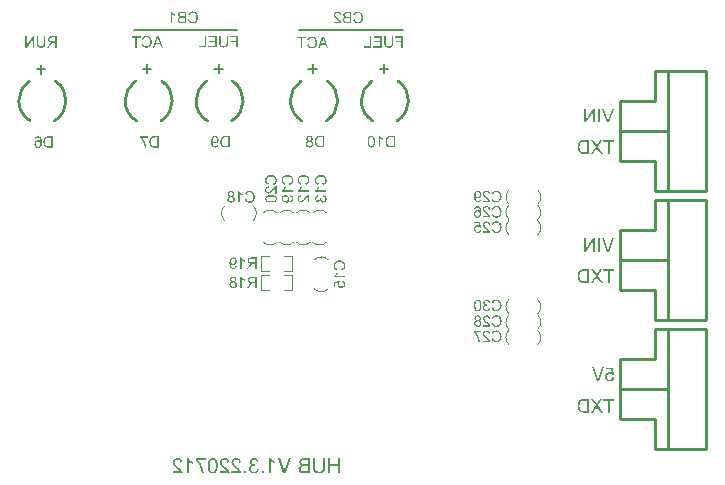
<source format=gbo>
G04*
G04 #@! TF.GenerationSoftware,Altium Limited,Altium Designer,19.0.15 (446)*
G04*
G04 Layer_Color=16777215*
%FSTAX24Y24*%
%MOIN*%
G70*
G01*
G75*
%ADD11C,0.0039*%
%ADD15C,0.0100*%
%ADD16C,0.0071*%
%ADD17C,0.0070*%
G36*
X027726Y013746D02*
X027745Y013743D01*
X027762Y013737D01*
X027777Y013731D01*
X027783Y013727D01*
X027789Y013724D01*
X027794Y013721D01*
X027797Y013719D01*
X0278Y013716D01*
X027802Y013715D01*
X027804Y013714D01*
X027805Y013713D01*
X027818Y0137D01*
X027829Y013684D01*
X027838Y013668D01*
X027845Y013652D01*
X02785Y013638D01*
X027852Y013632D01*
X027853Y013627D01*
X027854Y013623D01*
X027855Y01362D01*
X027856Y013618D01*
Y013617D01*
X027794Y013606D01*
X027791Y013622D01*
X027786Y013636D01*
X027781Y013648D01*
X027776Y013657D01*
X027771Y013665D01*
X027767Y01367D01*
X027764Y013673D01*
X027763Y013674D01*
X027754Y013681D01*
X027743Y013687D01*
X027734Y013691D01*
X027724Y013694D01*
X027716Y013695D01*
X027709Y013697D01*
X027703D01*
X02769Y013696D01*
X027678Y013693D01*
X027668Y013689D01*
X027659Y013686D01*
X027653Y013681D01*
X027648Y013678D01*
X027644Y013675D01*
X027643Y013674D01*
X027635Y013665D01*
X02763Y013656D01*
X027626Y013646D01*
X027623Y013638D01*
X027622Y01363D01*
X02762Y013624D01*
Y013619D01*
Y013619D01*
Y013618D01*
Y01361D01*
X027622Y013603D01*
X027625Y01359D01*
X02763Y013579D01*
X027636Y01357D01*
X027642Y013563D01*
X027647Y013558D01*
X027651Y013555D01*
X027651Y013554D01*
X027652D01*
X027665Y013548D01*
X027676Y013543D01*
X027689Y013539D01*
X0277Y013537D01*
X027709Y013536D01*
X027717Y013534D01*
X027727Y013534D01*
X027729Y013535D01*
X027733D01*
X02774Y01348D01*
X027731Y013482D01*
X027722Y013484D01*
X027715Y013485D01*
X027708Y013486D01*
X027703Y013487D01*
X027697D01*
X027681Y013485D01*
X027667Y013482D01*
X027655Y013478D01*
X027645Y013473D01*
X027637Y013468D01*
X027631Y013463D01*
X027627Y01346D01*
X027626Y013459D01*
X027616Y013448D01*
X027609Y013436D01*
X027604Y013425D01*
X027601Y013413D01*
X027599Y013404D01*
X027598Y013396D01*
X027598Y013393D01*
Y01339D01*
Y013389D01*
Y013388D01*
X027599Y013372D01*
X027603Y013358D01*
X027607Y013345D01*
X027613Y013334D01*
X027619Y013326D01*
X027623Y013319D01*
X027627Y013315D01*
X027628Y013313D01*
X02764Y013303D01*
X027652Y013296D01*
X027665Y013291D01*
X027676Y013287D01*
X027686Y013285D01*
X027694Y013284D01*
X027697Y013283D01*
X027702D01*
X027715Y013284D01*
X027727Y013287D01*
X027738Y013291D01*
X027747Y013295D01*
X027754Y013299D01*
X02776Y013302D01*
X027763Y013305D01*
X027764Y013306D01*
X027773Y013316D01*
X02778Y013328D01*
X027787Y01334D01*
X027792Y013353D01*
X027796Y013364D01*
X027797Y013369D01*
X027798Y013374D01*
X027799Y013377D01*
X027799Y01338D01*
X0278Y013382D01*
Y013382D01*
X027862Y013374D01*
X027861Y013363D01*
X027858Y013352D01*
X027852Y013331D01*
X027844Y013314D01*
X02784Y013307D01*
X027835Y013299D01*
X027831Y013293D01*
X027826Y013288D01*
X027823Y013283D01*
X027819Y013279D01*
X027817Y013276D01*
X027815Y013274D01*
X027813Y013272D01*
X027813Y013272D01*
X027804Y013265D01*
X027795Y013259D01*
X027786Y013253D01*
X027777Y013249D01*
X027759Y013242D01*
X027741Y013237D01*
X027733Y013236D01*
X027726Y013234D01*
X027719Y013234D01*
X027713Y013233D01*
X027709Y013232D01*
X027702D01*
X027689Y013233D01*
X027676Y013234D01*
X027664Y013237D01*
X027652Y01324D01*
X027641Y013243D01*
X027632Y013247D01*
X027622Y013251D01*
X027614Y013256D01*
X027606Y013259D01*
X0276Y013264D01*
X027594Y013267D01*
X027589Y013271D01*
X027586Y013274D01*
X027583Y013276D01*
X027581Y013277D01*
X027581Y013278D01*
X027572Y013287D01*
X027565Y013296D01*
X027558Y013306D01*
X027552Y013315D01*
X027548Y013324D01*
X027544Y013334D01*
X027538Y013351D01*
X027536Y013359D01*
X027535Y013366D01*
X027533Y013373D01*
X027533Y013379D01*
X027532Y013383D01*
Y013387D01*
Y013389D01*
Y01339D01*
X027533Y013407D01*
X027536Y013423D01*
X02754Y013437D01*
X027544Y013449D01*
X027549Y013458D01*
X027553Y013466D01*
X027556Y01347D01*
X027557Y013471D01*
X027567Y013482D01*
X027578Y013492D01*
X027589Y013499D01*
X027601Y013505D01*
X027611Y013509D01*
X027619Y013512D01*
X027622Y013513D01*
X027624Y013514D01*
X027626Y013514D01*
X027627D01*
X027614Y013521D01*
X027604Y013527D01*
X027595Y013535D01*
X027588Y013541D01*
X027582Y013547D01*
X027578Y013552D01*
X027576Y013555D01*
X027575Y013557D01*
X027569Y013567D01*
X027565Y013577D01*
X027561Y013587D01*
X027559Y013597D01*
X027557Y013605D01*
X027557Y013611D01*
Y013615D01*
Y013616D01*
X027557Y013629D01*
X02756Y013641D01*
X027563Y013652D01*
X027566Y013662D01*
X02757Y01367D01*
X027573Y013676D01*
X027575Y01368D01*
X027576Y013681D01*
X027583Y013692D01*
X027592Y013702D01*
X0276Y01371D01*
X027609Y013717D01*
X027616Y013722D01*
X027623Y013727D01*
X027627Y013729D01*
X027628Y013729D01*
X027629D01*
X027642Y013735D01*
X027655Y01374D01*
X027668Y013743D01*
X02768Y013745D01*
X027689Y013747D01*
X027697Y013748D01*
X027716D01*
X027726Y013746D01*
D02*
G37*
G36*
X027121Y013747D02*
X027133Y013746D01*
X027145Y013744D01*
X027156Y013742D01*
X027166Y013739D01*
X027175Y013736D01*
X027184Y013732D01*
X027192Y013729D01*
X027199Y013725D01*
X027205Y013721D01*
X02721Y013718D01*
X027215Y013716D01*
X027218Y013713D01*
X027221Y013711D01*
X027222Y01371D01*
X027223Y01371D01*
X02723Y013702D01*
X027237Y013694D01*
X027243Y013686D01*
X027248Y013677D01*
X027257Y013659D01*
X027263Y013642D01*
X027265Y013634D01*
X027267Y013626D01*
X027269Y013619D01*
X02727Y013614D01*
X027271Y013608D01*
Y013605D01*
X027272Y013603D01*
Y013602D01*
X027208Y013595D01*
X027207Y013612D01*
X027204Y013627D01*
X027199Y01364D01*
X027194Y01365D01*
X02719Y013659D01*
X027186Y013665D01*
X027183Y013668D01*
X027181Y01367D01*
X02717Y013678D01*
X027159Y013685D01*
X027146Y01369D01*
X027135Y013693D01*
X027125Y013695D01*
X027116Y013696D01*
X027113Y013697D01*
X027109D01*
X027094Y013696D01*
X02708Y013693D01*
X027068Y013689D01*
X027058Y013684D01*
X02705Y013679D01*
X027045Y013675D01*
X027041Y013673D01*
X02704Y013671D01*
X027031Y013661D01*
X027025Y013651D01*
X027019Y01364D01*
X027016Y01363D01*
X027014Y013622D01*
X027014Y013615D01*
X027013Y013611D01*
Y01361D01*
Y013609D01*
X027014Y013596D01*
X027017Y013582D01*
X027022Y01357D01*
X027027Y013558D01*
X027033Y013549D01*
X027038Y013541D01*
X02704Y013538D01*
X027041Y013536D01*
X027043Y013535D01*
Y013534D01*
X027049Y013526D01*
X027056Y013518D01*
X027064Y013509D01*
X027073Y013501D01*
X027091Y013483D01*
X027109Y013466D01*
X027119Y013458D01*
X027127Y01345D01*
X027135Y013444D01*
X027141Y013438D01*
X027146Y013433D01*
X027151Y01343D01*
X027154Y013428D01*
X027154Y013427D01*
X027173Y013412D01*
X027189Y013397D01*
X027203Y013384D01*
X027214Y013373D01*
X027224Y013363D01*
X02723Y013357D01*
X027234Y013353D01*
X027235Y013352D01*
Y013351D01*
X027245Y013339D01*
X027253Y013327D01*
X027261Y013315D01*
X027267Y013305D01*
X027271Y013296D01*
X027274Y01329D01*
X027275Y013285D01*
X027276Y013285D01*
Y013284D01*
X027279Y013276D01*
X02728Y013269D01*
X027282Y013261D01*
X027283Y013255D01*
X027283Y013249D01*
Y013245D01*
Y013242D01*
Y013241D01*
X026949D01*
Y013301D01*
X027197D01*
X027189Y013313D01*
X027184Y013318D01*
X027181Y013323D01*
X027177Y013328D01*
X027174Y013331D01*
X027172Y013333D01*
X027171Y013334D01*
X027167Y013337D01*
X027163Y013341D01*
X027153Y01335D01*
X027141Y013361D01*
X027129Y013372D01*
X027117Y013382D01*
X027112Y013386D01*
X027108Y01339D01*
X027104Y013393D01*
X027101Y013396D01*
X0271Y013397D01*
X027099Y013398D01*
X027087Y013408D01*
X027076Y013417D01*
X027065Y013427D01*
X027056Y013435D01*
X027047Y013443D01*
X02704Y01345D01*
X027033Y013457D01*
X027027Y013463D01*
X027021Y013468D01*
X027016Y013473D01*
X027013Y013476D01*
X027009Y01348D01*
X027006Y013484D01*
X027004Y013486D01*
X026994Y013498D01*
X026985Y013509D01*
X026978Y01352D01*
X026972Y013529D01*
X026968Y013537D01*
X026965Y013543D01*
X026963Y013546D01*
X026963Y013548D01*
X026958Y013559D01*
X026955Y01357D01*
X026952Y01358D01*
X026951Y013589D01*
X02695Y013597D01*
X026949Y013603D01*
Y013606D01*
Y013608D01*
X02695Y013619D01*
X026952Y013629D01*
X026953Y013639D01*
X026956Y013648D01*
X026963Y013665D01*
X026971Y013679D01*
X026975Y013686D01*
X026979Y013691D01*
X026982Y013696D01*
X026986Y0137D01*
X026989Y013702D01*
X02699Y013705D01*
X026992Y013706D01*
X026992Y013707D01*
X027Y013714D01*
X027009Y013721D01*
X027019Y013726D01*
X027028Y01373D01*
X027047Y013737D01*
X027066Y013743D01*
X027074Y013744D01*
X027082Y013745D01*
X027089Y013746D01*
X027095Y013747D01*
X0271Y013748D01*
X027108D01*
X027121Y013747D01*
D02*
G37*
G36*
X026729D02*
X026741Y013746D01*
X026753Y013744D01*
X026764Y013742D01*
X026774Y013739D01*
X026783Y013736D01*
X026792Y013732D01*
X0268Y013729D01*
X026807Y013725D01*
X026813Y013721D01*
X026818Y013718D01*
X026823Y013716D01*
X026826Y013713D01*
X026828Y013711D01*
X02683Y01371D01*
X026831Y01371D01*
X026838Y013702D01*
X026844Y013694D01*
X026851Y013686D01*
X026856Y013677D01*
X026865Y013659D01*
X026871Y013642D01*
X026873Y013634D01*
X026875Y013626D01*
X026877Y013619D01*
X026878Y013614D01*
X026879Y013608D01*
Y013605D01*
X026879Y013603D01*
Y013602D01*
X026816Y013595D01*
X026815Y013612D01*
X026812Y013627D01*
X026807Y01364D01*
X026802Y01365D01*
X026798Y013659D01*
X026793Y013665D01*
X026791Y013668D01*
X026789Y01367D01*
X026778Y013678D01*
X026766Y013685D01*
X026754Y01369D01*
X026743Y013693D01*
X026733Y013695D01*
X026724Y013696D01*
X026721Y013697D01*
X026717D01*
X026702Y013696D01*
X026688Y013693D01*
X026676Y013689D01*
X026666Y013684D01*
X026658Y013679D01*
X026653Y013675D01*
X026649Y013673D01*
X026648Y013671D01*
X026639Y013661D01*
X026632Y013651D01*
X026627Y01364D01*
X026624Y01363D01*
X026622Y013622D01*
X026621Y013615D01*
X026621Y013611D01*
Y01361D01*
Y013609D01*
X026622Y013596D01*
X026625Y013582D01*
X02663Y01357D01*
X026635Y013558D01*
X026641Y013549D01*
X026646Y013541D01*
X026648Y013538D01*
X026649Y013536D01*
X026651Y013535D01*
Y013534D01*
X026656Y013526D01*
X026664Y013518D01*
X026672Y013509D01*
X02668Y013501D01*
X026699Y013483D01*
X026717Y013466D01*
X026726Y013458D01*
X026734Y01345D01*
X026742Y013444D01*
X026749Y013438D01*
X026754Y013433D01*
X026758Y01343D01*
X026761Y013428D01*
X026762Y013427D01*
X02678Y013412D01*
X026797Y013397D01*
X026811Y013384D01*
X026822Y013373D01*
X026831Y013363D01*
X026838Y013357D01*
X026842Y013353D01*
X026843Y013352D01*
Y013351D01*
X026853Y013339D01*
X026861Y013327D01*
X026869Y013315D01*
X026874Y013305D01*
X026879Y013296D01*
X026882Y01329D01*
X026883Y013285D01*
X026884Y013285D01*
Y013284D01*
X026887Y013276D01*
X026888Y013269D01*
X02689Y013261D01*
X02689Y013255D01*
X026891Y013249D01*
Y013245D01*
Y013242D01*
Y013241D01*
X026556D01*
Y013301D01*
X026805D01*
X026796Y013313D01*
X026792Y013318D01*
X026788Y013323D01*
X026785Y013328D01*
X026782Y013331D01*
X02678Y013333D01*
X026779Y013334D01*
X026775Y013337D01*
X026771Y013341D01*
X026761Y01335D01*
X026749Y013361D01*
X026737Y013372D01*
X026725Y013382D01*
X02672Y013386D01*
X026715Y01339D01*
X026712Y013393D01*
X026709Y013396D01*
X026707Y013397D01*
X026707Y013398D01*
X026695Y013408D01*
X026683Y013417D01*
X026673Y013427D01*
X026664Y013435D01*
X026655Y013443D01*
X026648Y01345D01*
X02664Y013457D01*
X026635Y013463D01*
X026629Y013468D01*
X026624Y013473D01*
X026621Y013476D01*
X026617Y01348D01*
X026613Y013484D01*
X026612Y013486D01*
X026602Y013498D01*
X026593Y013509D01*
X026586Y01352D01*
X02658Y013529D01*
X026575Y013537D01*
X026573Y013543D01*
X026571Y013546D01*
X02657Y013548D01*
X026566Y013559D01*
X026563Y01357D01*
X02656Y01358D01*
X026559Y013589D01*
X026558Y013597D01*
X026557Y013603D01*
Y013606D01*
Y013608D01*
X026558Y013619D01*
X026559Y013629D01*
X026561Y013639D01*
X026564Y013648D01*
X026571Y013665D01*
X026578Y013679D01*
X026583Y013686D01*
X026586Y013691D01*
X02659Y013696D01*
X026594Y0137D01*
X026597Y013702D01*
X026598Y013705D01*
X0266Y013706D01*
X0266Y013707D01*
X026608Y013714D01*
X026617Y013721D01*
X026626Y013726D01*
X026636Y01373D01*
X026655Y013737D01*
X026674Y013743D01*
X026682Y013744D01*
X02669Y013745D01*
X026697Y013746D01*
X026703Y013747D01*
X026708Y013748D01*
X026715D01*
X026729Y013747D01*
D02*
G37*
G36*
X02516D02*
X025172Y013746D01*
X025184Y013744D01*
X025195Y013742D01*
X025205Y013739D01*
X025214Y013736D01*
X025223Y013732D01*
X025231Y013729D01*
X025238Y013725D01*
X025244Y013721D01*
X025249Y013718D01*
X025254Y013716D01*
X025257Y013713D01*
X02526Y013711D01*
X025261Y01371D01*
X025262Y01371D01*
X025269Y013702D01*
X025276Y013694D01*
X025282Y013686D01*
X025287Y013677D01*
X025296Y013659D01*
X025302Y013642D01*
X025304Y013634D01*
X025306Y013626D01*
X025308Y013619D01*
X025309Y013614D01*
X02531Y013608D01*
Y013605D01*
X025311Y013603D01*
Y013602D01*
X025247Y013595D01*
X025246Y013612D01*
X025243Y013627D01*
X025238Y01364D01*
X025233Y01365D01*
X025229Y013659D01*
X025225Y013665D01*
X025222Y013668D01*
X02522Y01367D01*
X025209Y013678D01*
X025198Y013685D01*
X025185Y01369D01*
X025174Y013693D01*
X025164Y013695D01*
X025155Y013696D01*
X025152Y013697D01*
X025148D01*
X025133Y013696D01*
X025119Y013693D01*
X025107Y013689D01*
X025097Y013684D01*
X025089Y013679D01*
X025084Y013675D01*
X02508Y013673D01*
X025079Y013671D01*
X02507Y013661D01*
X025064Y013651D01*
X025058Y01364D01*
X025055Y01363D01*
X025053Y013622D01*
X025053Y013615D01*
X025052Y013611D01*
Y01361D01*
Y013609D01*
X025053Y013596D01*
X025056Y013582D01*
X025061Y01357D01*
X025066Y013558D01*
X025072Y013549D01*
X025077Y013541D01*
X025079Y013538D01*
X02508Y013536D01*
X025082Y013535D01*
Y013534D01*
X025088Y013526D01*
X025095Y013518D01*
X025103Y013509D01*
X025112Y013501D01*
X02513Y013483D01*
X025148Y013466D01*
X025158Y013458D01*
X025166Y01345D01*
X025174Y013444D01*
X02518Y013438D01*
X025185Y013433D01*
X02519Y01343D01*
X025193Y013428D01*
X025193Y013427D01*
X025211Y013412D01*
X025228Y013397D01*
X025242Y013384D01*
X025253Y013373D01*
X025263Y013363D01*
X025269Y013357D01*
X025273Y013353D01*
X025274Y013352D01*
Y013351D01*
X025284Y013339D01*
X025292Y013327D01*
X0253Y013315D01*
X025306Y013305D01*
X02531Y013296D01*
X025313Y01329D01*
X025314Y013285D01*
X025315Y013285D01*
Y013284D01*
X025318Y013276D01*
X025319Y013269D01*
X025321Y013261D01*
X025322Y013255D01*
X025322Y013249D01*
Y013245D01*
Y013242D01*
Y013241D01*
X024988D01*
Y013301D01*
X025236D01*
X025228Y013313D01*
X025223Y013318D01*
X02522Y013323D01*
X025216Y013328D01*
X025213Y013331D01*
X025211Y013333D01*
X02521Y013334D01*
X025206Y013337D01*
X025202Y013341D01*
X025192Y01335D01*
X02518Y013361D01*
X025168Y013372D01*
X025156Y013382D01*
X025151Y013386D01*
X025147Y01339D01*
X025143Y013393D01*
X02514Y013396D01*
X025139Y013397D01*
X025138Y013398D01*
X025126Y013408D01*
X025115Y013417D01*
X025104Y013427D01*
X025095Y013435D01*
X025086Y013443D01*
X025079Y01345D01*
X025072Y013457D01*
X025066Y013463D01*
X02506Y013468D01*
X025055Y013473D01*
X025052Y013476D01*
X025048Y01348D01*
X025045Y013484D01*
X025043Y013486D01*
X025033Y013498D01*
X025024Y013509D01*
X025017Y01352D01*
X025011Y013529D01*
X025007Y013537D01*
X025004Y013543D01*
X025002Y013546D01*
X025002Y013548D01*
X024997Y013559D01*
X024994Y01357D01*
X024991Y01358D01*
X02499Y013589D01*
X024989Y013597D01*
X024988Y013603D01*
Y013606D01*
Y013608D01*
X024989Y013619D01*
X024991Y013629D01*
X024992Y013639D01*
X024995Y013648D01*
X025002Y013665D01*
X02501Y013679D01*
X025014Y013686D01*
X025018Y013691D01*
X025021Y013696D01*
X025025Y0137D01*
X025028Y013702D01*
X025029Y013705D01*
X025031Y013706D01*
X025031Y013707D01*
X025039Y013714D01*
X025048Y013721D01*
X025058Y013726D01*
X025067Y01373D01*
X025086Y013737D01*
X025105Y013743D01*
X025113Y013744D01*
X025121Y013745D01*
X025128Y013746D01*
X025134Y013747D01*
X025139Y013748D01*
X025147D01*
X02516Y013747D01*
D02*
G37*
G36*
X028265Y013735D02*
X028273Y013724D01*
X028283Y013712D01*
X028292Y013702D01*
X0283Y013693D01*
X028307Y013686D01*
X02831Y013684D01*
X028312Y013681D01*
X028313Y013681D01*
X028313Y01368D01*
X028329Y013667D01*
X028344Y013656D01*
X028359Y013646D01*
X028373Y013638D01*
X028386Y01363D01*
X028391Y013627D01*
X028395Y013625D01*
X028399Y013623D01*
X028402Y013622D01*
X028403Y013621D01*
X028404D01*
Y013561D01*
X028393Y013565D01*
X028382Y013571D01*
X028371Y013576D01*
X028361Y013581D01*
X028352Y013585D01*
X028345Y013589D01*
X02834Y013592D01*
X02834Y013592D01*
X028339D01*
X028326Y0136D01*
X028314Y013608D01*
X028304Y013616D01*
X028296Y013622D01*
X028289Y013627D01*
X028284Y013632D01*
X028281Y013635D01*
X02828Y013635D01*
Y013241D01*
X028218D01*
Y013748D01*
X028258D01*
X028265Y013735D01*
D02*
G37*
G36*
X02552Y013735D02*
X025528Y013724D01*
X025537Y013712D01*
X025546Y013702D01*
X025555Y013693D01*
X025561Y013686D01*
X025564Y013684D01*
X025567Y013681D01*
X025567Y013681D01*
X025568Y01368D01*
X025583Y013667D01*
X025599Y013656D01*
X025613Y013646D01*
X025628Y013638D01*
X02564Y01363D01*
X025645Y013627D01*
X02565Y013625D01*
X025653Y013623D01*
X025656Y013622D01*
X025658Y013621D01*
X025658D01*
Y013561D01*
X025647Y013565D01*
X025636Y013571D01*
X025626Y013576D01*
X025615Y013581D01*
X025607Y013585D01*
X025599Y013589D01*
X025595Y013592D01*
X025594Y013592D01*
X025593D01*
X02558Y0136D01*
X025569Y013608D01*
X025559Y013616D01*
X02555Y013622D01*
X025543Y013627D01*
X025539Y013632D01*
X025535Y013635D01*
X025534Y013635D01*
Y013241D01*
X025472D01*
Y013748D01*
X025513D01*
X02552Y013735D01*
D02*
G37*
G36*
X030578Y013241D02*
X030511D01*
Y013479D01*
X03025D01*
Y013241D01*
X030183D01*
Y013745D01*
X03025D01*
Y013538D01*
X030511D01*
Y013745D01*
X030578D01*
Y013241D01*
D02*
G37*
G36*
X028753D02*
X028683D01*
X028486Y013745D01*
X028554D01*
X028691Y013379D01*
X028697Y013363D01*
X028702Y013349D01*
X028706Y013335D01*
X02871Y013323D01*
X028714Y013312D01*
X028716Y013304D01*
X028717Y013301D01*
X028717Y013299D01*
X028718Y013297D01*
Y013296D01*
X028727Y013326D01*
X028731Y013339D01*
X028735Y013352D01*
X028739Y013363D01*
X028741Y013367D01*
X028741Y013371D01*
X028743Y013374D01*
X028744Y013377D01*
X028744Y013378D01*
Y013379D01*
X028875Y013745D01*
X028948D01*
X028753Y013241D01*
D02*
G37*
G36*
X03007Y013454D02*
Y013439D01*
X03007Y013425D01*
X030069Y013412D01*
X030067Y0134D01*
X030066Y013389D01*
X030064Y013379D01*
X030062Y013369D01*
X030061Y013361D01*
X030059Y013353D01*
X030057Y013346D01*
X030056Y01334D01*
X030054Y013336D01*
X030053Y013332D01*
X030052Y013329D01*
X030051Y013328D01*
Y013327D01*
X030043Y013311D01*
X030033Y013296D01*
X030023Y013285D01*
X030012Y013275D01*
X030002Y013267D01*
X029994Y013261D01*
X029992Y013259D01*
X029989Y013258D01*
X029988Y013256D01*
X029987D01*
X029969Y013248D01*
X02995Y013242D01*
X02993Y013238D01*
X029912Y013235D01*
X029904Y013234D01*
X029896Y013234D01*
X029889Y013233D01*
X029883D01*
X029878Y013232D01*
X029871D01*
X029845Y013234D01*
X029833Y013235D01*
X029822Y013237D01*
X029811Y013239D01*
X029802Y013241D01*
X029793Y013243D01*
X029785Y013246D01*
X029778Y013249D01*
X029772Y013251D01*
X029766Y013253D01*
X029762Y013256D01*
X029758Y013258D01*
X029756Y013259D01*
X029755Y01326D01*
X029754D01*
X029738Y013271D01*
X029725Y013283D01*
X029715Y013295D01*
X029706Y013307D01*
X029699Y013317D01*
X029695Y013325D01*
X029693Y013328D01*
X029692Y01333D01*
X029691Y013331D01*
Y013332D01*
X029688Y013341D01*
X029685Y01335D01*
X029681Y01337D01*
X029678Y01339D01*
X029676Y01341D01*
X029675Y013419D01*
X029674Y013428D01*
Y013435D01*
X029674Y013441D01*
Y013447D01*
Y01345D01*
Y013453D01*
Y013454D01*
Y013745D01*
X029741D01*
Y013454D01*
Y013437D01*
X029742Y013421D01*
X029744Y013407D01*
X029746Y013394D01*
X029748Y013382D01*
X029751Y013371D01*
X029753Y013362D01*
X029756Y013354D01*
X029759Y013347D01*
X029762Y013341D01*
X029765Y013336D01*
X029767Y013332D01*
X029769Y013329D01*
X029771Y013327D01*
X029771Y013326D01*
X029772Y013326D01*
X029779Y01332D01*
X029786Y013315D01*
X029802Y013307D01*
X029819Y013301D01*
X029836Y013297D01*
X029852Y013294D01*
X029859Y013293D01*
X029865D01*
X02987Y013293D01*
X029877D01*
X029892Y013293D01*
X029906Y013296D01*
X029919Y013298D01*
X02993Y013302D01*
X029938Y013304D01*
X029945Y013307D01*
X029949Y013309D01*
X02995Y01331D01*
X02996Y013316D01*
X029969Y013324D01*
X029976Y013332D01*
X029981Y013339D01*
X029986Y013347D01*
X029989Y013352D01*
X029991Y013355D01*
X029992Y013357D01*
X029994Y013363D01*
X029995Y01337D01*
X029998Y013385D01*
X03Y013401D01*
X030002Y013417D01*
X030002Y013431D01*
Y013438D01*
X030003Y013443D01*
Y013447D01*
Y013451D01*
Y013453D01*
Y013454D01*
Y013745D01*
X03007D01*
Y013454D01*
D02*
G37*
G36*
X029565Y013241D02*
X029373D01*
X029355Y013242D01*
X02934Y013242D01*
X029326Y013244D01*
X029314Y013245D01*
X029305Y013247D01*
X029298Y013248D01*
X029293Y013249D01*
X029292D01*
X029279Y013253D01*
X029269Y013256D01*
X02926Y013261D01*
X029252Y013265D01*
X029245Y013268D01*
X02924Y013271D01*
X029237Y013273D01*
X029236Y013274D01*
X029228Y01328D01*
X029221Y013288D01*
X029215Y013296D01*
X029209Y013304D01*
X029205Y013311D01*
X029202Y013316D01*
X0292Y01332D01*
X029199Y013321D01*
X029194Y013333D01*
X02919Y013345D01*
X029187Y013355D01*
X029186Y013366D01*
X029185Y013374D01*
X029184Y013382D01*
Y013386D01*
Y013387D01*
Y013388D01*
X029185Y013404D01*
X029187Y013418D01*
X029192Y013431D01*
X029196Y013442D01*
X029201Y013451D01*
X029205Y013458D01*
X029208Y013462D01*
X029209Y013463D01*
X029219Y013475D01*
X02923Y013484D01*
X029242Y013493D01*
X029253Y013499D01*
X029263Y013504D01*
X029272Y013507D01*
X029275Y013509D01*
X029277Y013509D01*
X029279Y01351D01*
X029279D01*
X029267Y013517D01*
X029256Y013525D01*
X029247Y013533D01*
X02924Y01354D01*
X029234Y013546D01*
X02923Y013552D01*
X029228Y013554D01*
X029227Y013556D01*
X029221Y013567D01*
X029217Y013577D01*
X029213Y013587D01*
X029211Y013597D01*
X029209Y013605D01*
X029209Y013611D01*
Y013615D01*
Y013616D01*
X029209Y013629D01*
X029212Y013641D01*
X029215Y013652D01*
X029219Y013662D01*
X029222Y013671D01*
X029226Y013677D01*
X029228Y013681D01*
X029229Y013683D01*
X029237Y013694D01*
X029246Y013704D01*
X029255Y013712D01*
X029264Y013719D01*
X029271Y013724D01*
X029278Y013727D01*
X029282Y013729D01*
X029283Y01373D01*
X029284D01*
X029298Y013735D01*
X029313Y013739D01*
X029328Y013742D01*
X029343Y013743D01*
X029356Y013745D01*
X029362D01*
X029367Y013745D01*
X029565D01*
Y013241D01*
D02*
G37*
G36*
X028024D02*
X027953D01*
Y013312D01*
X028024D01*
Y013241D01*
D02*
G37*
G36*
X027436Y013241D02*
X027365D01*
Y013312D01*
X027436D01*
Y013241D01*
D02*
G37*
G36*
X026094Y013679D02*
X025846D01*
X025864Y013658D01*
X025881Y013635D01*
X025895Y013614D01*
X025909Y013592D01*
X025915Y013583D01*
X02592Y013574D01*
X025925Y013566D01*
X025929Y01356D01*
X025932Y013554D01*
X025934Y01355D01*
X025935Y013547D01*
X025936Y013546D01*
X025951Y013517D01*
X025964Y013488D01*
X025975Y01346D01*
X025979Y013448D01*
X025984Y013436D01*
X025988Y013425D01*
X025991Y013414D01*
X025994Y013406D01*
X025996Y013398D01*
X025998Y013392D01*
X026Y013388D01*
X026Y013385D01*
Y013384D01*
X026008Y013354D01*
X02601Y013339D01*
X026013Y013326D01*
X026015Y013314D01*
X026017Y013302D01*
X026019Y013291D01*
X02602Y013281D01*
X026021Y013272D01*
X026021Y013264D01*
X026022Y013257D01*
Y013251D01*
X026023Y013247D01*
Y013244D01*
Y013242D01*
Y013241D01*
X025959D01*
X025957Y013269D01*
X025954Y013294D01*
X02595Y013318D01*
X025948Y013328D01*
X025946Y013339D01*
X025944Y013347D01*
X025942Y013355D01*
X02594Y013363D01*
X025939Y013369D01*
X025938Y013373D01*
X025937Y013377D01*
X025936Y013379D01*
Y01338D01*
X025925Y013413D01*
X025914Y013444D01*
X025908Y01346D01*
X025902Y013474D01*
X025895Y013487D01*
X025889Y013501D01*
X025884Y013512D01*
X025879Y013522D01*
X025875Y013531D01*
X025871Y013539D01*
X025868Y013546D01*
X025865Y01355D01*
X025864Y013553D01*
X025863Y013554D01*
X025854Y013569D01*
X025846Y013584D01*
X025837Y013598D01*
X025828Y013611D01*
X02582Y013623D01*
X025812Y013635D01*
X025804Y013645D01*
X025798Y013654D01*
X025791Y013662D01*
X025785Y01367D01*
X025779Y013675D01*
X025775Y013681D01*
X025772Y013685D01*
X025769Y013688D01*
X025768Y013689D01*
X025767Y01369D01*
Y013739D01*
X026094D01*
Y013679D01*
D02*
G37*
G36*
X026345Y013746D02*
X026363Y013743D01*
X026379Y013738D01*
X026392Y013733D01*
X026403Y013727D01*
X026407Y013725D01*
X026411Y013722D01*
X026414Y013721D01*
X026416Y013719D01*
X026417Y013718D01*
X026417D01*
X02643Y013706D01*
X026441Y013692D01*
X026451Y013678D01*
X026458Y013665D01*
X026464Y013653D01*
X026467Y013648D01*
X026468Y013643D01*
X02647Y013639D01*
X026471Y013636D01*
X026472Y013635D01*
Y013634D01*
X026475Y013623D01*
X026478Y013612D01*
X026482Y013588D01*
X026486Y013564D01*
X026488Y013541D01*
X026489Y01353D01*
X026489Y013521D01*
Y013512D01*
X02649Y013504D01*
Y013498D01*
Y013493D01*
Y01349D01*
Y01349D01*
X026489Y013464D01*
X026488Y01344D01*
X026486Y013418D01*
X026482Y013398D01*
X026479Y013379D01*
X026474Y013362D01*
X02647Y013347D01*
X026465Y013334D01*
X026461Y013322D01*
X026456Y013312D01*
X026452Y013303D01*
X026449Y013296D01*
X026445Y013291D01*
X026443Y013287D01*
X026441Y013285D01*
X026441Y013284D01*
X026433Y013275D01*
X026424Y013267D01*
X026414Y01326D01*
X026405Y013254D01*
X026395Y013249D01*
X026386Y013245D01*
X026376Y013242D01*
X026368Y013239D01*
X026359Y013237D01*
X026351Y013235D01*
X026344Y013234D01*
X026338Y013233D01*
X026333Y013232D01*
X026325D01*
X026306Y013234D01*
X026288Y013237D01*
X026272Y013242D01*
X026259Y013247D01*
X026248Y013252D01*
X026244Y013255D01*
X026241Y013257D01*
X026238Y013259D01*
X026236Y01326D01*
X026235Y013261D01*
X026234D01*
X026221Y013274D01*
X02621Y013287D01*
X026201Y013302D01*
X026193Y013315D01*
X026188Y013327D01*
X026185Y013332D01*
X026183Y013337D01*
X026182Y013341D01*
X02618Y013344D01*
X02618Y013345D01*
Y013346D01*
X026176Y013357D01*
X026173Y013368D01*
X026169Y013391D01*
X026165Y013415D01*
X026163Y013439D01*
X026162Y013449D01*
X026161Y013458D01*
Y013467D01*
X026161Y013475D01*
Y013481D01*
Y013486D01*
Y013489D01*
Y01349D01*
Y013503D01*
X026161Y013517D01*
Y013528D01*
X026162Y01354D01*
X026164Y01355D01*
X026164Y01356D01*
X026165Y013569D01*
X026166Y013577D01*
X026167Y013584D01*
X026169Y013591D01*
X026169Y013596D01*
X02617Y0136D01*
X026171Y013604D01*
X026172Y013606D01*
X026172Y013608D01*
Y013608D01*
X026177Y013624D01*
X026182Y013639D01*
X026188Y013651D01*
X026192Y013662D01*
X026197Y013672D01*
X0262Y013678D01*
X026203Y013682D01*
X026204Y013684D01*
X026212Y013694D01*
X02622Y013704D01*
X026228Y013712D01*
X026236Y013719D01*
X026244Y013724D01*
X02625Y013728D01*
X026253Y01373D01*
X026254Y013731D01*
X026255D01*
X026266Y013737D01*
X026279Y01374D01*
X02629Y013743D01*
X026301Y013745D01*
X026311Y013747D01*
X026319Y013748D01*
X026325D01*
X026345Y013746D01*
D02*
G37*
G36*
X039064Y020626D02*
X039006D01*
Y020982D01*
X038768Y020626D01*
X038706D01*
Y02108D01*
X038764D01*
Y020723D01*
X039002Y02108D01*
X039064D01*
Y020626D01*
D02*
G37*
G36*
X039534D02*
X039471D01*
X039294Y02108D01*
X039355D01*
X039478Y02075D01*
X039484Y020736D01*
X039488Y020723D01*
X039492Y020711D01*
X039495Y020699D01*
X039499Y02069D01*
X039501Y020682D01*
X039501Y02068D01*
X039502Y020678D01*
X039503Y020676D01*
Y020676D01*
X03951Y020702D01*
X039514Y020715D01*
X039518Y020726D01*
X039522Y020736D01*
X039523Y020739D01*
X039524Y020743D01*
X039525Y020746D01*
X039526Y020748D01*
X039526Y020749D01*
Y02075D01*
X039644Y02108D01*
X03971D01*
X039534Y020626D01*
D02*
G37*
G36*
X03923D02*
X039169D01*
Y02108D01*
X03923D01*
Y020626D01*
D02*
G37*
G36*
X024966Y028617D02*
X024972Y028608D01*
X024979Y028599D01*
X024985Y028592D01*
X024992Y028585D01*
X024997Y02858D01*
X024999Y028578D01*
X025001Y028576D01*
X025001Y028576D01*
X025002Y028575D01*
X025013Y028566D01*
X025025Y028557D01*
X025036Y02855D01*
X025047Y028544D01*
X025056Y028538D01*
X02506Y028536D01*
X025063Y028534D01*
X025066Y028533D01*
X025068Y028532D01*
X025069Y028531D01*
X025069D01*
Y028486D01*
X025061Y02849D01*
X025053Y028493D01*
X025045Y028497D01*
X025037Y028501D01*
X025031Y028504D01*
X025025Y028507D01*
X025022Y028509D01*
X025021Y02851D01*
X025021D01*
X025011Y028516D01*
X025002Y028522D01*
X024995Y028527D01*
X024989Y028532D01*
X024983Y028536D01*
X02498Y028539D01*
X024977Y028542D01*
X024977Y028542D01*
Y028247D01*
X02493D01*
Y028626D01*
X02496D01*
X024966Y028617D01*
D02*
G37*
G36*
X025674Y02863D02*
X025691Y028627D01*
X025707Y028624D01*
X025714Y028622D01*
X02572Y02862D01*
X025726Y028617D01*
X025732Y028615D01*
X025736Y028614D01*
X02574Y028612D01*
X025743Y02861D01*
X025745Y028609D01*
X025747Y028609D01*
X025748Y028608D01*
X025762Y028599D01*
X025775Y028588D01*
X025786Y028577D01*
X025795Y028566D01*
X025802Y028556D01*
X025805Y028552D01*
X025807Y028548D01*
X025809Y028545D01*
X02581Y028543D01*
X025811Y028542D01*
X025811Y028541D01*
X025819Y028524D01*
X025825Y028507D01*
X025828Y028489D01*
X025831Y028473D01*
X025832Y028466D01*
X025833Y028459D01*
X025833Y028454D01*
Y028448D01*
X025834Y028444D01*
Y028441D01*
Y028439D01*
Y028438D01*
X025833Y028419D01*
X025831Y0284D01*
X025828Y028383D01*
X025826Y028374D01*
X025824Y028367D01*
X025822Y028361D01*
X02582Y028355D01*
X025819Y028349D01*
X025817Y028345D01*
X025816Y028342D01*
X025815Y028339D01*
X025814Y028337D01*
Y028337D01*
X025806Y02832D01*
X025797Y028306D01*
X025787Y028293D01*
X025782Y028288D01*
X025778Y028283D01*
X025773Y028279D01*
X025769Y028275D01*
X025765Y028272D01*
X025762Y02827D01*
X02576Y028267D01*
X025757Y028266D01*
X025756Y028265D01*
X025756Y028265D01*
X025748Y02826D01*
X02574Y028257D01*
X025724Y028251D01*
X025708Y028246D01*
X025692Y028243D01*
X025684Y028242D01*
X025678Y028241D01*
X025672Y028241D01*
X025667D01*
X025662Y02824D01*
X025656D01*
X025645Y028241D01*
X025635Y028242D01*
X025625Y028243D01*
X025616Y028245D01*
X025607Y028248D01*
X025599Y028251D01*
X025591Y028253D01*
X025584Y028257D01*
X025578Y028259D01*
X025572Y028262D01*
X025568Y028265D01*
X025564Y028267D01*
X025561Y02827D01*
X025558Y028271D01*
X025557Y028272D01*
X025556Y028272D01*
X025549Y028279D01*
X025542Y028285D01*
X025536Y028293D01*
X02553Y028301D01*
X02552Y028316D01*
X025513Y028331D01*
X02551Y028338D01*
X025507Y028345D01*
X025505Y028351D01*
X025503Y028356D01*
X025501Y02836D01*
X0255Y028364D01*
X0255Y028366D01*
Y028366D01*
X02555Y028379D01*
X025552Y02837D01*
X025555Y028362D01*
X025558Y028354D01*
X02556Y028347D01*
X025564Y028341D01*
X025567Y028335D01*
X025571Y02833D01*
X025574Y028325D01*
X025577Y02832D01*
X02558Y028317D01*
X025583Y028314D01*
X025585Y028311D01*
X025587Y02831D01*
X025589Y028308D01*
X025589Y028307D01*
X02559Y028307D01*
X025595Y028302D01*
X025601Y028299D01*
X025613Y028293D01*
X025625Y028289D01*
X025636Y028286D01*
X025646Y028284D01*
X02565Y028283D01*
X025654D01*
X025657Y028283D01*
X025661D01*
X025673Y028283D01*
X025685Y028285D01*
X025696Y028288D01*
X025706Y028291D01*
X025714Y028295D01*
X025717Y028296D01*
X02572Y028297D01*
X025722Y028299D01*
X025724Y0283D01*
X025725Y0283D01*
X025725D01*
X025736Y028308D01*
X025744Y028316D01*
X025752Y028325D01*
X025758Y028334D01*
X025763Y028342D01*
X025766Y028348D01*
X025767Y028351D01*
X025768Y028353D01*
X025769Y028354D01*
Y028354D01*
X025773Y028368D01*
X025777Y028383D01*
X025779Y028397D01*
X025781Y02841D01*
X025781Y028416D01*
X025782Y028421D01*
Y028426D01*
X025783Y02843D01*
Y028433D01*
Y028436D01*
Y028438D01*
Y028438D01*
X025782Y028453D01*
X025781Y028466D01*
X025779Y028478D01*
X025777Y028489D01*
X025775Y028498D01*
X025774Y028502D01*
X025773Y028505D01*
X025772Y028508D01*
X025772Y028509D01*
X025771Y02851D01*
Y028511D01*
X025766Y028524D01*
X02576Y028535D01*
X025753Y028544D01*
X025746Y028552D01*
X02574Y028559D01*
X025735Y028563D01*
X025731Y028566D01*
X025731Y028567D01*
X02573D01*
X025719Y028574D01*
X025706Y02858D01*
X025694Y028584D01*
X025683Y028586D01*
X025672Y028587D01*
X025668Y028588D01*
X025664D01*
X025661Y028589D01*
X025657D01*
X025643Y028588D01*
X025631Y028586D01*
X02562Y028582D01*
X025611Y028579D01*
X025604Y028575D01*
X025599Y028573D01*
X025595Y02857D01*
X025594Y028569D01*
X025585Y028561D01*
X025577Y028552D01*
X025571Y028542D01*
X025565Y028532D01*
X025561Y028524D01*
X025559Y028519D01*
X025558Y028516D01*
X025557Y028513D01*
X025556Y028511D01*
X025555Y02851D01*
Y028509D01*
X025506Y028521D01*
X02551Y028531D01*
X025513Y028539D01*
X025517Y028548D01*
X025521Y028556D01*
X025525Y028563D01*
X02553Y028569D01*
X025535Y028576D01*
X025539Y028581D01*
X025543Y028586D01*
X025547Y02859D01*
X025551Y028594D01*
X025554Y028597D01*
X025556Y028599D01*
X025559Y028601D01*
X02556Y028602D01*
X02556Y028602D01*
X025568Y028607D01*
X025576Y028612D01*
X025583Y028616D01*
X025591Y028619D01*
X025608Y028624D01*
X025623Y028627D01*
X02563Y028629D01*
X025636Y028629D01*
X025642Y02863D01*
X025647Y028631D01*
X02565Y028631D01*
X025656D01*
X025674Y02863D01*
D02*
G37*
G36*
X02544Y028247D02*
X025296D01*
X025283Y028247D01*
X025271Y028248D01*
X025261Y028249D01*
X025252Y02825D01*
X025245Y028251D01*
X02524Y028252D01*
X025237Y028253D01*
X025235D01*
X025226Y028255D01*
X025219Y028258D01*
X025211Y028261D01*
X025205Y028265D01*
X025201Y028267D01*
X025197Y028269D01*
X025194Y028271D01*
X025194Y028271D01*
X025188Y028276D01*
X025182Y028282D01*
X025178Y028288D01*
X025174Y028294D01*
X02517Y028299D01*
X025168Y028303D01*
X025167Y028306D01*
X025166Y028307D01*
X025162Y028315D01*
X02516Y028324D01*
X025157Y028332D01*
X025156Y02834D01*
X025155Y028347D01*
X025155Y028352D01*
Y028355D01*
Y028356D01*
Y028356D01*
X025155Y028368D01*
X025157Y028379D01*
X025161Y028389D01*
X025164Y028397D01*
X025167Y028404D01*
X02517Y028409D01*
X025173Y028412D01*
X025173Y028413D01*
X025181Y028422D01*
X025189Y028429D01*
X025198Y028435D01*
X025207Y02844D01*
X025214Y028444D01*
X025221Y028446D01*
X025223Y028447D01*
X025225Y028448D01*
X025226Y028448D01*
X025226D01*
X025217Y028454D01*
X025209Y028459D01*
X025202Y028465D01*
X025197Y028471D01*
X025192Y028475D01*
X025189Y028479D01*
X025187Y028481D01*
X025187Y028483D01*
X025182Y028491D01*
X025179Y028498D01*
X025176Y028506D01*
X025175Y028513D01*
X025174Y028519D01*
X025173Y028524D01*
Y028527D01*
Y028528D01*
X025174Y028537D01*
X025175Y028546D01*
X025178Y028555D01*
X025181Y028562D01*
X025184Y028569D01*
X025186Y028573D01*
X025188Y028576D01*
X025188Y028578D01*
X025194Y028586D01*
X025201Y028593D01*
X025208Y028599D01*
X025215Y028604D01*
X02522Y028608D01*
X025225Y028611D01*
X025228Y028613D01*
X025229Y028613D01*
X025229D01*
X02524Y028617D01*
X025251Y02862D01*
X025263Y028622D01*
X025274Y028623D01*
X025283Y028624D01*
X025288D01*
X025292Y028625D01*
X02544D01*
Y028247D01*
D02*
G37*
G36*
X039159Y015497D02*
X039335Y015262D01*
X039262D01*
X039148Y015419D01*
X039145Y015423D01*
X039142Y015428D01*
X039135Y015438D01*
X039131Y015443D01*
X039129Y015447D01*
X039127Y01545D01*
X039126Y015451D01*
X039119Y015441D01*
X039114Y015432D01*
X039111Y015428D01*
X03911Y015426D01*
X039108Y015424D01*
X039108Y015423D01*
X038993Y015262D01*
X038919D01*
X039089Y0155D01*
X038931Y015716D01*
X038997D01*
X039087Y015595D01*
X039095Y015585D01*
X039102Y015576D01*
X039108Y015567D01*
X039114Y01556D01*
X039118Y015553D01*
X039121Y015548D01*
X039123Y015545D01*
X039124Y015544D01*
X039129Y015552D01*
X039134Y01556D01*
X03914Y015569D01*
X039146Y015579D01*
X039152Y015586D01*
X039156Y015593D01*
X039157Y015596D01*
X039159Y015598D01*
X03916Y015598D01*
Y015599D01*
X039243Y015716D01*
X039314D01*
X039159Y015497D01*
D02*
G37*
G36*
X03971Y015662D02*
X03956D01*
Y015262D01*
X0395D01*
Y015662D01*
X03935D01*
Y015716D01*
X03971D01*
Y015662D01*
D02*
G37*
G36*
X038865Y015262D02*
X038702D01*
X038686Y015262D01*
X038673Y015263D01*
X03866Y015264D01*
X03865Y015266D01*
X038641Y015267D01*
X038634Y015268D01*
X038632Y015268D01*
X03863Y015269D01*
X038629D01*
X038617Y015272D01*
X038606Y015276D01*
X038597Y015279D01*
X038589Y015283D01*
X038583Y015287D01*
X038578Y015289D01*
X038576Y015291D01*
X038574Y015292D01*
X038566Y015298D01*
X038559Y015305D01*
X038551Y015312D01*
X038545Y015318D01*
X03854Y015324D01*
X038536Y015329D01*
X038534Y015332D01*
X038533Y015333D01*
X038526Y015344D01*
X03852Y015355D01*
X038515Y015365D01*
X038511Y015376D01*
X038507Y015385D01*
X038504Y015392D01*
X038503Y015395D01*
X038503Y015397D01*
X038502Y015398D01*
Y015399D01*
X038498Y015415D01*
X038495Y01543D01*
X038493Y015445D01*
X038491Y01546D01*
X03849Y015472D01*
Y015478D01*
X03849Y015482D01*
Y015485D01*
Y015489D01*
Y01549D01*
Y015491D01*
X03849Y015513D01*
X038492Y015533D01*
X038496Y015552D01*
X038497Y01556D01*
X038499Y015567D01*
X038501Y015575D01*
X038502Y015581D01*
X038503Y015586D01*
X038505Y01559D01*
X038506Y015594D01*
X038507Y015597D01*
X038508Y015598D01*
Y015599D01*
X038515Y015616D01*
X038524Y015631D01*
X038533Y015644D01*
X038542Y015655D01*
X038549Y015665D01*
X038556Y015671D01*
X038559Y015673D01*
X038561Y015675D01*
X038561Y015676D01*
X038562Y015676D01*
X038572Y015685D01*
X038583Y015691D01*
X038595Y015697D01*
X038605Y015702D01*
X038614Y015705D01*
X038622Y015707D01*
X038624Y015708D01*
X038626D01*
X038627Y015709D01*
X038628D01*
X038639Y015711D01*
X038652Y015713D01*
X038665Y015714D01*
X038679Y015715D01*
X03869Y015716D01*
X038865D01*
Y015262D01*
D02*
G37*
G36*
X039159Y024123D02*
X039335Y023889D01*
X039262D01*
X039148Y024046D01*
X039145Y02405D01*
X039142Y024055D01*
X039135Y024065D01*
X039131Y02407D01*
X039129Y024074D01*
X039127Y024077D01*
X039126Y024078D01*
X039119Y024068D01*
X039114Y024059D01*
X039111Y024055D01*
X03911Y024053D01*
X039108Y024051D01*
X039108Y02405D01*
X038993Y023889D01*
X038919D01*
X039089Y024127D01*
X038931Y024343D01*
X038997D01*
X039087Y024222D01*
X039095Y024212D01*
X039102Y024203D01*
X039108Y024194D01*
X039114Y024186D01*
X039118Y02418D01*
X039121Y024175D01*
X039123Y024172D01*
X039124Y024171D01*
X039129Y024179D01*
X039134Y024187D01*
X03914Y024196D01*
X039146Y024206D01*
X039152Y024213D01*
X039156Y02422D01*
X039157Y024223D01*
X039159Y024225D01*
X03916Y024225D01*
Y024226D01*
X039243Y024343D01*
X039314D01*
X039159Y024123D01*
D02*
G37*
G36*
X03971Y024289D02*
X03956D01*
Y023889D01*
X0395D01*
Y024289D01*
X03935D01*
Y024343D01*
X03971D01*
Y024289D01*
D02*
G37*
G36*
X038865Y023889D02*
X038702D01*
X038686Y023889D01*
X038673Y02389D01*
X03866Y023891D01*
X03865Y023893D01*
X038641Y023894D01*
X038634Y023895D01*
X038632Y023895D01*
X03863Y023896D01*
X038629D01*
X038617Y023899D01*
X038606Y023903D01*
X038597Y023906D01*
X038589Y02391D01*
X038583Y023914D01*
X038578Y023916D01*
X038576Y023918D01*
X038574Y023919D01*
X038566Y023925D01*
X038559Y023932D01*
X038551Y023939D01*
X038545Y023945D01*
X03854Y023951D01*
X038536Y023956D01*
X038534Y023959D01*
X038533Y02396D01*
X038526Y023971D01*
X03852Y023982D01*
X038515Y023992D01*
X038511Y024003D01*
X038507Y024012D01*
X038504Y024019D01*
X038503Y024022D01*
X038503Y024024D01*
X038502Y024025D01*
Y024026D01*
X038498Y024042D01*
X038495Y024057D01*
X038493Y024072D01*
X038491Y024087D01*
X03849Y024099D01*
Y024104D01*
X03849Y024109D01*
Y024112D01*
Y024116D01*
Y024117D01*
Y024118D01*
X03849Y02414D01*
X038492Y02416D01*
X038496Y024179D01*
X038497Y024187D01*
X038499Y024194D01*
X038501Y024202D01*
X038502Y024207D01*
X038503Y024213D01*
X038505Y024217D01*
X038506Y024221D01*
X038507Y024224D01*
X038508Y024225D01*
Y024226D01*
X038515Y024243D01*
X038524Y024258D01*
X038533Y024271D01*
X038542Y024282D01*
X038549Y024291D01*
X038556Y024298D01*
X038559Y0243D01*
X038561Y024302D01*
X038561Y024303D01*
X038562Y024303D01*
X038572Y024312D01*
X038583Y024318D01*
X038595Y024324D01*
X038605Y024329D01*
X038614Y024332D01*
X038622Y024334D01*
X038624Y024335D01*
X038626D01*
X038627Y024336D01*
X038628D01*
X038639Y024338D01*
X038652Y02434D01*
X038665Y024341D01*
X038679Y024342D01*
X03869Y024343D01*
X038865D01*
Y023889D01*
D02*
G37*
G36*
X024134Y027811D02*
X024151Y027808D01*
X024166Y027805D01*
X024173Y027803D01*
X02418Y027801D01*
X024186Y027799D01*
X024191Y027796D01*
X024196Y027795D01*
X0242Y027793D01*
X024203Y027791D01*
X024205Y02779D01*
X024207Y02779D01*
X024207Y027789D01*
X024222Y02778D01*
X024235Y027769D01*
X024245Y027758D01*
X024255Y027747D01*
X024262Y027737D01*
X024265Y027733D01*
X024267Y027729D01*
X024269Y027726D01*
X02427Y027724D01*
X024271Y027723D01*
X024271Y027722D01*
X024279Y027705D01*
X024284Y027688D01*
X024288Y02767D01*
X024291Y027654D01*
X024292Y027647D01*
X024292Y02764D01*
X024293Y027635D01*
Y027629D01*
X024294Y027625D01*
Y027622D01*
Y02762D01*
Y027619D01*
X024292Y0276D01*
X02429Y027581D01*
X024288Y027564D01*
X024285Y027556D01*
X024284Y027548D01*
X024282Y027542D01*
X02428Y027536D01*
X024278Y02753D01*
X024277Y027526D01*
X024276Y027523D01*
X024275Y02752D01*
X024274Y027518D01*
Y027518D01*
X024266Y027502D01*
X024256Y027487D01*
X024247Y027474D01*
X024242Y027469D01*
X024237Y027464D01*
X024233Y02746D01*
X024229Y027456D01*
X024225Y027453D01*
X024221Y027451D01*
X024219Y027449D01*
X024217Y027447D01*
X024216Y027446D01*
X024215Y027446D01*
X024208Y027441D01*
X0242Y027438D01*
X024184Y027432D01*
X024167Y027427D01*
X024152Y027425D01*
X024144Y027423D01*
X024137Y027422D01*
X024131Y027422D01*
X024126D01*
X024122Y027421D01*
X024116D01*
X024105Y027422D01*
X024095Y027423D01*
X024085Y027424D01*
X024076Y027426D01*
X024067Y027429D01*
X024059Y027432D01*
X024051Y027434D01*
X024044Y027438D01*
X024038Y02744D01*
X024032Y027443D01*
X024028Y027446D01*
X024023Y027449D01*
X024021Y027451D01*
X024018Y027452D01*
X024017Y027453D01*
X024016Y027453D01*
X024009Y02746D01*
X024002Y027467D01*
X023996Y027474D01*
X02399Y027482D01*
X02398Y027497D01*
X023972Y027512D01*
X023969Y02752D01*
X023966Y027526D01*
X023964Y027532D01*
X023963Y027537D01*
X023961Y027541D01*
X02396Y027545D01*
X023959Y027547D01*
Y027547D01*
X02401Y02756D01*
X024012Y027551D01*
X024015Y027543D01*
X024017Y027535D01*
X02402Y027528D01*
X024023Y027522D01*
X024027Y027516D01*
X02403Y027511D01*
X024034Y027506D01*
X024036Y027502D01*
X02404Y027498D01*
X024042Y027495D01*
X024045Y027492D01*
X024047Y027491D01*
X024048Y027489D01*
X024049Y027488D01*
X024049Y027488D01*
X024055Y027483D01*
X024061Y02748D01*
X024073Y027474D01*
X024084Y02747D01*
X024096Y027467D01*
X024106Y027465D01*
X02411Y027464D01*
X024113D01*
X024117Y027464D01*
X02412D01*
X024133Y027464D01*
X024145Y027467D01*
X024156Y027469D01*
X024166Y027473D01*
X024173Y027476D01*
X024177Y027478D01*
X024179Y027479D01*
X024182Y02748D01*
X024183Y027481D01*
X024184Y027481D01*
X024185D01*
X024195Y027489D01*
X024204Y027497D01*
X024212Y027506D01*
X024218Y027515D01*
X024223Y027523D01*
X024226Y027529D01*
X024227Y027532D01*
X024228Y027534D01*
X024229Y027535D01*
Y027535D01*
X024233Y02755D01*
X024236Y027564D01*
X024239Y027578D01*
X024241Y027591D01*
X024241Y027597D01*
X024242Y027603D01*
Y027607D01*
X024242Y027611D01*
Y027615D01*
Y027617D01*
Y027619D01*
Y027619D01*
X024242Y027634D01*
X024241Y027647D01*
X024238Y027659D01*
X024236Y02767D01*
X024235Y027679D01*
X024233Y027683D01*
X024232Y027686D01*
X024232Y027689D01*
X024231Y02769D01*
X024231Y027692D01*
Y027692D01*
X024225Y027705D01*
X024219Y027716D01*
X024213Y027725D01*
X024206Y027734D01*
X0242Y02774D01*
X024195Y027744D01*
X024191Y027747D01*
X02419Y027748D01*
X02419D01*
X024178Y027755D01*
X024166Y027761D01*
X024154Y027765D01*
X024142Y027767D01*
X024132Y027769D01*
X024128Y027769D01*
X024124D01*
X024121Y02777D01*
X024117D01*
X024103Y027769D01*
X02409Y027767D01*
X02408Y027764D01*
X024071Y02776D01*
X024064Y027757D01*
X024058Y027754D01*
X024055Y027752D01*
X024054Y02775D01*
X024045Y027742D01*
X024037Y027733D01*
X02403Y027723D01*
X024025Y027713D01*
X024021Y027705D01*
X024019Y0277D01*
X024018Y027697D01*
X024017Y027694D01*
X024016Y027692D01*
X024015Y027691D01*
Y02769D01*
X023966Y027702D01*
X023969Y027712D01*
X023972Y02772D01*
X023977Y027729D01*
X023981Y027737D01*
X023985Y027744D01*
X02399Y02775D01*
X023994Y027757D01*
X023999Y027763D01*
X024003Y027767D01*
X024007Y027771D01*
X024011Y027775D01*
X024013Y027778D01*
X024016Y027781D01*
X024018Y027782D01*
X024019Y027783D01*
X02402Y027783D01*
X024028Y027788D01*
X024035Y027793D01*
X024043Y027797D01*
X024051Y0278D01*
X024067Y027805D01*
X024082Y027808D01*
X024089Y02781D01*
X024095Y027811D01*
X024101Y027811D01*
X024106Y027812D01*
X02411Y027812D01*
X024116D01*
X024134Y027811D01*
D02*
G37*
G36*
X024672Y027428D02*
X024619D01*
X024579Y027542D01*
X02442D01*
X024376Y027428D01*
X024319D01*
X024474Y027806D01*
X024528D01*
X024672Y027428D01*
D02*
G37*
G36*
X023926Y027761D02*
X023802D01*
Y027428D01*
X023751D01*
Y027761D01*
X023627D01*
Y027806D01*
X023926D01*
Y027761D01*
D02*
G37*
G36*
X030494Y028618D02*
X030503Y028617D01*
X030512Y028616D01*
X03052Y028614D01*
X030528Y028612D01*
X030535Y02861D01*
X030541Y028607D01*
X030547Y028604D01*
X030553Y028601D01*
X030557Y028599D01*
X030561Y028596D01*
X030564Y028594D01*
X030567Y028593D01*
X030568Y028591D01*
X03057Y02859D01*
X03057Y02859D01*
X030576Y028584D01*
X03058Y028578D01*
X030585Y028572D01*
X030589Y028565D01*
X030596Y028552D01*
X0306Y028539D01*
X030602Y028533D01*
X030603Y028527D01*
X030605Y028522D01*
X030606Y028518D01*
X030606Y028514D01*
Y028511D01*
X030607Y02851D01*
Y028509D01*
X030559Y028504D01*
X030558Y028517D01*
X030556Y028528D01*
X030553Y028537D01*
X030549Y028545D01*
X030546Y028552D01*
X030542Y028556D01*
X03054Y028559D01*
X030539Y02856D01*
X030531Y028566D01*
X030522Y028571D01*
X030513Y028575D01*
X030505Y028577D01*
X030497Y028579D01*
X03049Y02858D01*
X030488Y02858D01*
X030485D01*
X030473Y02858D01*
X030463Y028577D01*
X030454Y028574D01*
X030447Y028571D01*
X030441Y028567D01*
X030437Y028564D01*
X030434Y028562D01*
X030433Y028561D01*
X030427Y028553D01*
X030422Y028546D01*
X030418Y028538D01*
X030416Y02853D01*
X030414Y028524D01*
X030413Y028519D01*
X030413Y028516D01*
Y028515D01*
Y028515D01*
X030414Y028505D01*
X030416Y028494D01*
X03042Y028485D01*
X030424Y028476D01*
X030428Y028469D01*
X030432Y028463D01*
X030433Y028461D01*
X030434Y028459D01*
X030435Y028459D01*
Y028458D01*
X03044Y028452D01*
X030445Y028446D01*
X030451Y02844D01*
X030458Y028433D01*
X030471Y02842D01*
X030485Y028407D01*
X030492Y028401D01*
X030498Y028396D01*
X030504Y028391D01*
X030509Y028386D01*
X030513Y028383D01*
X030516Y02838D01*
X030518Y028379D01*
X030519Y028378D01*
X030532Y028367D01*
X030545Y028356D01*
X030555Y028346D01*
X030564Y028338D01*
X030571Y028331D01*
X030576Y028326D01*
X030578Y028322D01*
X030579Y028322D01*
Y028321D01*
X030587Y028312D01*
X030593Y028303D01*
X030599Y028295D01*
X030603Y028287D01*
X030606Y02828D01*
X030608Y028275D01*
X030609Y028272D01*
X03061Y028272D01*
Y028271D01*
X030612Y028265D01*
X030613Y02826D01*
X030614Y028254D01*
X030615Y028249D01*
X030615Y028245D01*
Y028242D01*
Y028239D01*
Y028239D01*
X030365D01*
Y028284D01*
X030551D01*
X030544Y028293D01*
X030541Y028297D01*
X030538Y028301D01*
X030536Y028304D01*
X030534Y028306D01*
X030532Y028308D01*
X030531Y028308D01*
X030529Y028311D01*
X030525Y028314D01*
X030518Y028321D01*
X030509Y028329D01*
X0305Y028337D01*
X030491Y028344D01*
X030487Y028347D01*
X030484Y028351D01*
X030481Y028353D01*
X030479Y028355D01*
X030478Y028356D01*
X030477Y028356D01*
X030469Y028364D01*
X03046Y028371D01*
X030452Y028378D01*
X030445Y028384D01*
X030439Y02839D01*
X030433Y028396D01*
X030428Y0284D01*
X030423Y028405D01*
X030419Y028409D01*
X030416Y028412D01*
X030413Y028415D01*
X03041Y028418D01*
X030407Y028421D01*
X030406Y028422D01*
X030399Y028432D01*
X030392Y02844D01*
X030387Y028448D01*
X030382Y028454D01*
X030379Y028461D01*
X030377Y028465D01*
X030376Y028468D01*
X030375Y028469D01*
X030372Y028477D01*
X03037Y028485D01*
X030368Y028493D01*
X030366Y028499D01*
X030366Y028505D01*
X030365Y02851D01*
Y028512D01*
Y028513D01*
X030366Y028522D01*
X030367Y028529D01*
X030368Y028537D01*
X03037Y028544D01*
X030376Y028557D01*
X030381Y028567D01*
X030384Y028572D01*
X030387Y028576D01*
X03039Y02858D01*
X030393Y028582D01*
X030395Y028584D01*
X030396Y028587D01*
X030397Y028587D01*
X030398Y028588D01*
X030404Y028593D01*
X03041Y028598D01*
X030417Y028602D01*
X030424Y028605D01*
X030439Y028611D01*
X030453Y028614D01*
X030459Y028616D01*
X030465Y028617D01*
X03047Y028617D01*
X030475Y028618D01*
X030478Y028618D01*
X030484D01*
X030494Y028618D01*
D02*
G37*
G36*
X031178Y028622D02*
X031195Y028619D01*
X031211Y028616D01*
X031218Y028614D01*
X031224Y028612D01*
X03123Y02861D01*
X031236Y028607D01*
X03124Y028606D01*
X031244Y028604D01*
X031247Y028602D01*
X031249Y028601D01*
X031251Y028601D01*
X031252Y0286D01*
X031266Y028591D01*
X031279Y02858D01*
X03129Y028569D01*
X031299Y028558D01*
X031306Y028548D01*
X031309Y028544D01*
X031311Y02854D01*
X031313Y028537D01*
X031314Y028535D01*
X031315Y028534D01*
X031315Y028533D01*
X031323Y028516D01*
X031329Y028499D01*
X031332Y028481D01*
X031335Y028465D01*
X031336Y028458D01*
X031337Y028451D01*
X031337Y028446D01*
Y02844D01*
X031338Y028436D01*
Y028433D01*
Y028431D01*
Y02843D01*
X031337Y028411D01*
X031335Y028392D01*
X031332Y028375D01*
X03133Y028367D01*
X031328Y028359D01*
X031326Y028353D01*
X031324Y028347D01*
X031323Y028341D01*
X031321Y028337D01*
X03132Y028334D01*
X031319Y028331D01*
X031318Y028329D01*
Y028329D01*
X03131Y028313D01*
X031301Y028298D01*
X031291Y028285D01*
X031286Y02828D01*
X031282Y028275D01*
X031277Y028271D01*
X031273Y028267D01*
X031269Y028264D01*
X031266Y028262D01*
X031264Y02826D01*
X031261Y028258D01*
X03126Y028257D01*
X03126Y028257D01*
X031252Y028252D01*
X031244Y028249D01*
X031228Y028243D01*
X031212Y028238D01*
X031196Y028236D01*
X031188Y028234D01*
X031182Y028233D01*
X031176Y028233D01*
X031171D01*
X031166Y028232D01*
X03116D01*
X031149Y028233D01*
X031139Y028234D01*
X031129Y028235D01*
X03112Y028237D01*
X031111Y02824D01*
X031103Y028243D01*
X031095Y028245D01*
X031088Y028249D01*
X031082Y028251D01*
X031076Y028254D01*
X031072Y028257D01*
X031068Y02826D01*
X031065Y028262D01*
X031062Y028263D01*
X031061Y028264D01*
X03106Y028265D01*
X031053Y028271D01*
X031046Y028278D01*
X03104Y028285D01*
X031034Y028293D01*
X031024Y028308D01*
X031017Y028323D01*
X031013Y028331D01*
X031011Y028337D01*
X031009Y028343D01*
X031007Y028348D01*
X031005Y028352D01*
X031004Y028356D01*
X031004Y028358D01*
Y028358D01*
X031054Y028371D01*
X031056Y028362D01*
X031059Y028354D01*
X031062Y028346D01*
X031064Y028339D01*
X031068Y028333D01*
X031071Y028327D01*
X031075Y028322D01*
X031078Y028317D01*
X031081Y028313D01*
X031084Y028309D01*
X031087Y028306D01*
X031089Y028303D01*
X031091Y028302D01*
X031093Y0283D01*
X031093Y028299D01*
X031094Y028299D01*
X031099Y028295D01*
X031105Y028291D01*
X031117Y028285D01*
X031129Y028281D01*
X03114Y028278D01*
X03115Y028276D01*
X031154Y028275D01*
X031158D01*
X031161Y028275D01*
X031165D01*
X031177Y028275D01*
X031189Y028278D01*
X0312Y02828D01*
X03121Y028284D01*
X031218Y028287D01*
X031221Y028289D01*
X031224Y02829D01*
X031226Y028291D01*
X031228Y028292D01*
X031229Y028292D01*
X031229D01*
X03124Y0283D01*
X031248Y028308D01*
X031256Y028317D01*
X031262Y028326D01*
X031267Y028334D01*
X03127Y02834D01*
X031271Y028343D01*
X031272Y028345D01*
X031273Y028346D01*
Y028346D01*
X031277Y028361D01*
X03128Y028375D01*
X031283Y028389D01*
X031285Y028402D01*
X031285Y028408D01*
X031286Y028414D01*
Y028418D01*
X031286Y028422D01*
Y028426D01*
Y028428D01*
Y02843D01*
Y02843D01*
X031286Y028445D01*
X031285Y028458D01*
X031283Y02847D01*
X03128Y028481D01*
X031279Y02849D01*
X031278Y028494D01*
X031277Y028497D01*
X031276Y0285D01*
X031276Y028501D01*
X031275Y028503D01*
Y028503D01*
X03127Y028516D01*
X031264Y028527D01*
X031257Y028536D01*
X03125Y028545D01*
X031244Y028551D01*
X031239Y028556D01*
X031235Y028558D01*
X031235Y028559D01*
X031234D01*
X031223Y028566D01*
X03121Y028572D01*
X031198Y028576D01*
X031187Y028578D01*
X031176Y02858D01*
X031172Y02858D01*
X031168D01*
X031165Y028581D01*
X031161D01*
X031147Y02858D01*
X031135Y028578D01*
X031124Y028575D01*
X031115Y028571D01*
X031108Y028568D01*
X031102Y028565D01*
X031099Y028563D01*
X031098Y028562D01*
X031089Y028553D01*
X031081Y028544D01*
X031075Y028534D01*
X031069Y028524D01*
X031065Y028516D01*
X031063Y028511D01*
X031062Y028508D01*
X031061Y028505D01*
X03106Y028503D01*
X031059Y028502D01*
Y028501D01*
X03101Y028513D01*
X031013Y028523D01*
X031017Y028531D01*
X031021Y02854D01*
X031025Y028548D01*
X031029Y028555D01*
X031034Y028562D01*
X031039Y028568D01*
X031043Y028574D01*
X031047Y028578D01*
X031051Y028582D01*
X031055Y028586D01*
X031058Y028589D01*
X03106Y028592D01*
X031063Y028593D01*
X031064Y028594D01*
X031064Y028594D01*
X031072Y028599D01*
X03108Y028604D01*
X031087Y028608D01*
X031095Y028611D01*
X031112Y028616D01*
X031126Y028619D01*
X031134Y028621D01*
X03114Y028622D01*
X031146Y028622D01*
X031151Y028623D01*
X031154Y028623D01*
X03116D01*
X031178Y028622D01*
D02*
G37*
G36*
X030944Y028239D02*
X0308D01*
X030787Y028239D01*
X030775Y02824D01*
X030765Y028241D01*
X030756Y028242D01*
X030749Y028243D01*
X030744Y028244D01*
X03074Y028245D01*
X030739D01*
X03073Y028248D01*
X030722Y02825D01*
X030715Y028254D01*
X030709Y028257D01*
X030704Y028259D01*
X030701Y028261D01*
X030698Y028263D01*
X030698Y028263D01*
X030692Y028268D01*
X030686Y028274D01*
X030682Y02828D01*
X030678Y028286D01*
X030674Y028291D01*
X030672Y028295D01*
X030671Y028298D01*
X03067Y028299D01*
X030666Y028308D01*
X030663Y028316D01*
X030661Y028325D01*
X03066Y028332D01*
X030659Y028339D01*
X030659Y028344D01*
Y028347D01*
Y028348D01*
Y028349D01*
X030659Y028361D01*
X030661Y028372D01*
X030665Y028381D01*
X030668Y02839D01*
X030671Y028396D01*
X030674Y028401D01*
X030677Y028404D01*
X030677Y028405D01*
X030685Y028414D01*
X030693Y028421D01*
X030702Y028427D01*
X03071Y028432D01*
X030718Y028436D01*
X030725Y028438D01*
X030727Y028439D01*
X030728Y02844D01*
X03073Y02844D01*
X03073D01*
X030721Y028446D01*
X030713Y028451D01*
X030706Y028457D01*
X030701Y028463D01*
X030696Y028467D01*
X030693Y028471D01*
X030691Y028474D01*
X030691Y028475D01*
X030686Y028483D01*
X030683Y028491D01*
X03068Y028498D01*
X030679Y028505D01*
X030678Y028511D01*
X030677Y028516D01*
Y028519D01*
Y02852D01*
X030678Y028529D01*
X030679Y028539D01*
X030682Y028547D01*
X030685Y028554D01*
X030688Y028561D01*
X03069Y028565D01*
X030692Y028569D01*
X030692Y02857D01*
X030698Y028578D01*
X030705Y028586D01*
X030712Y028592D01*
X030719Y028596D01*
X030724Y0286D01*
X030729Y028603D01*
X030732Y028605D01*
X030733Y028605D01*
X030733D01*
X030744Y028609D01*
X030755Y028612D01*
X030767Y028614D01*
X030778Y028615D01*
X030787Y028616D01*
X030792D01*
X030796Y028617D01*
X030944D01*
Y028239D01*
D02*
G37*
G36*
X0397Y016527D02*
X039648Y01652D01*
X039643Y016527D01*
X039637Y016533D01*
X039632Y016539D01*
X039627Y016544D01*
X039621Y016547D01*
X039617Y01655D01*
X039615Y016552D01*
X039614Y016552D01*
X039606Y016556D01*
X039597Y01656D01*
X039589Y016562D01*
X039581Y016564D01*
X039575Y016564D01*
X039569Y016565D01*
X039557D01*
X039549Y016564D01*
X039535Y01656D01*
X039524Y016556D01*
X039513Y016551D01*
X039505Y016546D01*
X039499Y016541D01*
X039496Y016538D01*
X039495Y016537D01*
Y016537D01*
X039485Y016525D01*
X039479Y016514D01*
X039474Y016501D01*
X039471Y016489D01*
X039469Y016478D01*
X039468Y016474D01*
Y01647D01*
X039468Y016466D01*
Y016464D01*
Y016463D01*
Y016462D01*
Y016453D01*
X039469Y016444D01*
X039472Y016428D01*
X039477Y016414D01*
X039482Y016403D01*
X039487Y016394D01*
X039491Y016386D01*
X039493Y016384D01*
X039495Y016382D01*
X039495Y016382D01*
X039496Y016381D01*
X039501Y016376D01*
X039506Y016371D01*
X039518Y016363D01*
X039529Y016358D01*
X039541Y016355D01*
X03955Y016352D01*
X039558Y016352D01*
X03956Y016351D01*
X039564D01*
X039577Y016352D01*
X039588Y016354D01*
X039598Y016358D01*
X039606Y016361D01*
X039613Y016365D01*
X039618Y016369D01*
X039621Y016371D01*
X039622Y016372D01*
X03963Y016381D01*
X039636Y016391D01*
X039642Y016402D01*
X039646Y016412D01*
X039648Y016422D01*
X03965Y016429D01*
X039651Y016432D01*
X039651Y016434D01*
Y016436D01*
Y016436D01*
X03971Y016432D01*
X039709Y016421D01*
X039707Y016411D01*
X039701Y016393D01*
X039693Y016377D01*
X03969Y01637D01*
X039686Y016364D01*
X039682Y016358D01*
X039678Y016353D01*
X039675Y016349D01*
X039672Y016346D01*
X039669Y016343D01*
X039668Y01634D01*
X039667Y01634D01*
X039666Y016339D01*
X039658Y016333D01*
X03965Y016328D01*
X039642Y016323D01*
X039633Y01632D01*
X039617Y016314D01*
X0396Y01631D01*
X039593Y016308D01*
X039586Y016307D01*
X03958Y016306D01*
X039575Y016306D01*
X03957Y016305D01*
X039564D01*
X03955Y016306D01*
X039537Y016308D01*
X039525Y01631D01*
X039514Y016314D01*
X039503Y016318D01*
X039493Y016323D01*
X039484Y016327D01*
X039476Y016333D01*
X039469Y016338D01*
X039463Y016342D01*
X039457Y016348D01*
X039453Y016352D01*
X039449Y016355D01*
X039447Y016358D01*
X039445Y01636D01*
X039445Y01636D01*
X039438Y016369D01*
X039433Y016378D01*
X039428Y016386D01*
X039424Y016396D01*
X039417Y016413D01*
X039413Y01643D01*
X039412Y016438D01*
X039411Y016445D01*
X03941Y016451D01*
X039409Y016456D01*
X039409Y016461D01*
Y016464D01*
Y016466D01*
Y016466D01*
X039409Y016478D01*
X039411Y016489D01*
X039413Y016501D01*
X039415Y01651D01*
X039419Y01652D01*
X039422Y016529D01*
X039426Y016537D01*
X039429Y016544D01*
X039433Y01655D01*
X039437Y016556D01*
X03944Y016561D01*
X039444Y016566D01*
X039446Y016569D01*
X039448Y016571D01*
X039449Y016572D01*
X03945Y016573D01*
X039458Y01658D01*
X039466Y016586D01*
X039474Y016592D01*
X039483Y016596D01*
X039491Y016601D01*
X0395Y016604D01*
X039516Y016609D01*
X039523Y016611D01*
X039529Y016612D01*
X039535Y016613D01*
X039541Y016613D01*
X039545Y016614D01*
X039559D01*
X039567Y016613D01*
X039583Y016609D01*
X039597Y016605D01*
X03961Y0166D01*
X039621Y016594D01*
X039625Y016592D01*
X039629Y01659D01*
X039632Y016588D01*
X039634Y016586D01*
X039636Y016586D01*
X039636Y016585D01*
X039612Y016708D01*
X03943D01*
Y016761D01*
X039656D01*
X0397Y016527D01*
D02*
G37*
G36*
X039205Y016313D02*
X039142D01*
X038965Y016767D01*
X039026D01*
X03915Y016437D01*
X039155Y016423D01*
X039159Y01641D01*
X039163Y016398D01*
X039167Y016386D01*
X03917Y016377D01*
X039172Y016369D01*
X039173Y016367D01*
X039173Y016365D01*
X039174Y016363D01*
Y016363D01*
X039182Y016389D01*
X039186Y016401D01*
X03919Y016413D01*
X039193Y016422D01*
X039194Y016426D01*
X039195Y01643D01*
X039196Y016433D01*
X039197Y016435D01*
X039198Y016436D01*
Y016437D01*
X039316Y016767D01*
X039381D01*
X039205Y016313D01*
D02*
G37*
G36*
X039064Y024932D02*
X039006D01*
Y025288D01*
X038768Y024932D01*
X038706D01*
Y025386D01*
X038764D01*
Y025029D01*
X039002Y025386D01*
X039064D01*
Y024932D01*
D02*
G37*
G36*
X039534D02*
X039471D01*
X039294Y025386D01*
X039355D01*
X039478Y025056D01*
X039484Y025042D01*
X039488Y025029D01*
X039492Y025017D01*
X039495Y025005D01*
X039499Y024996D01*
X039501Y024988D01*
X039501Y024986D01*
X039502Y024984D01*
X039503Y024982D01*
Y024982D01*
X03951Y025008D01*
X039514Y025021D01*
X039518Y025032D01*
X039522Y025042D01*
X039523Y025045D01*
X039524Y025049D01*
X039525Y025052D01*
X039526Y025054D01*
X039526Y025055D01*
Y025056D01*
X039644Y025386D01*
X03971D01*
X039534Y024932D01*
D02*
G37*
G36*
X03923D02*
X039169D01*
Y025386D01*
X03923D01*
Y024932D01*
D02*
G37*
G36*
X039159Y019818D02*
X039335Y019583D01*
X039262D01*
X039148Y01974D01*
X039145Y019744D01*
X039142Y019749D01*
X039135Y019759D01*
X039131Y019764D01*
X039129Y019768D01*
X039127Y019771D01*
X039126Y019772D01*
X039119Y019762D01*
X039114Y019753D01*
X039111Y019749D01*
X03911Y019747D01*
X039108Y019745D01*
X039108Y019744D01*
X038993Y019583D01*
X038919D01*
X039089Y019821D01*
X038931Y020037D01*
X038997D01*
X039087Y019916D01*
X039095Y019906D01*
X039102Y019897D01*
X039108Y019888D01*
X039114Y01988D01*
X039118Y019874D01*
X039121Y019869D01*
X039123Y019866D01*
X039124Y019865D01*
X039129Y019873D01*
X039134Y019881D01*
X03914Y01989D01*
X039146Y0199D01*
X039152Y019907D01*
X039156Y019914D01*
X039157Y019917D01*
X039159Y019919D01*
X03916Y019919D01*
Y01992D01*
X039243Y020037D01*
X039314D01*
X039159Y019818D01*
D02*
G37*
G36*
X03971Y019983D02*
X03956D01*
Y019583D01*
X0395D01*
Y019983D01*
X03935D01*
Y020037D01*
X03971D01*
Y019983D01*
D02*
G37*
G36*
X038865Y019583D02*
X038702D01*
X038686Y019583D01*
X038673Y019584D01*
X03866Y019585D01*
X03865Y019587D01*
X038641Y019588D01*
X038634Y019589D01*
X038632Y019589D01*
X03863Y01959D01*
X038629D01*
X038617Y019593D01*
X038606Y019597D01*
X038597Y0196D01*
X038589Y019604D01*
X038583Y019608D01*
X038578Y01961D01*
X038576Y019612D01*
X038574Y019613D01*
X038566Y019619D01*
X038559Y019626D01*
X038551Y019633D01*
X038545Y019639D01*
X03854Y019645D01*
X038536Y01965D01*
X038534Y019653D01*
X038533Y019654D01*
X038526Y019665D01*
X03852Y019676D01*
X038515Y019686D01*
X038511Y019697D01*
X038507Y019706D01*
X038504Y019713D01*
X038503Y019716D01*
X038503Y019718D01*
X038502Y019719D01*
Y01972D01*
X038498Y019736D01*
X038495Y019751D01*
X038493Y019766D01*
X038491Y019781D01*
X03849Y019793D01*
Y019799D01*
X03849Y019803D01*
Y019806D01*
Y01981D01*
Y019811D01*
Y019812D01*
X03849Y019834D01*
X038492Y019854D01*
X038496Y019873D01*
X038497Y019881D01*
X038499Y019888D01*
X038501Y019896D01*
X038502Y019901D01*
X038503Y019907D01*
X038505Y019911D01*
X038506Y019915D01*
X038507Y019918D01*
X038508Y019919D01*
Y01992D01*
X038515Y019937D01*
X038524Y019952D01*
X038533Y019965D01*
X038542Y019976D01*
X038549Y019985D01*
X038556Y019992D01*
X038559Y019994D01*
X038561Y019996D01*
X038561Y019997D01*
X038562Y019997D01*
X038572Y020006D01*
X038583Y020012D01*
X038595Y020018D01*
X038605Y020023D01*
X038614Y020026D01*
X038622Y020028D01*
X038624Y020029D01*
X038626D01*
X038627Y02003D01*
X038628D01*
X038639Y020032D01*
X038652Y020034D01*
X038665Y020035D01*
X038679Y020036D01*
X03869Y020037D01*
X038865D01*
Y019583D01*
D02*
G37*
G36*
X032344Y027587D02*
Y027576D01*
X032343Y027566D01*
X032342Y027556D01*
X032341Y027547D01*
X03234Y027539D01*
X032339Y027531D01*
X032338Y027524D01*
X032336Y027517D01*
X032335Y027511D01*
X032334Y027506D01*
X032333Y027502D01*
X032332Y027499D01*
X03233Y027496D01*
X03233Y027494D01*
X032329Y027493D01*
Y027492D01*
X032323Y02748D01*
X032316Y027469D01*
X032308Y027461D01*
X0323Y027453D01*
X032293Y027447D01*
X032287Y027443D01*
X032285Y027441D01*
X032283Y02744D01*
X032282Y027439D01*
X032281D01*
X032268Y027433D01*
X032253Y027429D01*
X032239Y027426D01*
X032225Y027423D01*
X032219Y027423D01*
X032213Y027422D01*
X032208Y027422D01*
X032203D01*
X032199Y027421D01*
X032194D01*
X032175Y027422D01*
X032166Y027423D01*
X032158Y027425D01*
X03215Y027426D01*
X032143Y027428D01*
X032136Y027429D01*
X03213Y027432D01*
X032125Y027434D01*
X03212Y027435D01*
X032116Y027437D01*
X032113Y027439D01*
X03211Y02744D01*
X032108Y027441D01*
X032107Y027442D01*
X032107D01*
X032095Y02745D01*
X032085Y027459D01*
X032077Y027468D01*
X032071Y027477D01*
X032066Y027485D01*
X032062Y027491D01*
X032061Y027493D01*
X03206Y027494D01*
X03206Y027496D01*
Y027496D01*
X032057Y027503D01*
X032055Y02751D01*
X032052Y027524D01*
X03205Y02754D01*
X032048Y027554D01*
X032048Y027561D01*
X032047Y027568D01*
Y027573D01*
X032046Y027578D01*
Y027582D01*
Y027585D01*
Y027587D01*
Y027587D01*
Y027806D01*
X032097D01*
Y027587D01*
Y027575D01*
X032098Y027563D01*
X032099Y027552D01*
X032101Y027542D01*
X032102Y027534D01*
X032104Y027526D01*
X032106Y027518D01*
X032108Y027512D01*
X03211Y027508D01*
X032113Y027503D01*
X032115Y027499D01*
X032116Y027496D01*
X032118Y027494D01*
X032119Y027492D01*
X03212Y027492D01*
X03212Y027491D01*
X032125Y027487D01*
X032131Y027483D01*
X032143Y027477D01*
X032155Y027473D01*
X032168Y02747D01*
X03218Y027468D01*
X032185Y027467D01*
X03219D01*
X032193Y027467D01*
X032199D01*
X03221Y027467D01*
X032221Y027469D01*
X032231Y02747D01*
X032238Y027473D01*
X032245Y027475D01*
X03225Y027477D01*
X032252Y027479D01*
X032253Y027479D01*
X032261Y027484D01*
X032268Y02749D01*
X032273Y027496D01*
X032277Y027502D01*
X03228Y027507D01*
X032283Y027511D01*
X032284Y027514D01*
X032285Y027515D01*
X032286Y02752D01*
X032287Y027524D01*
X032289Y027536D01*
X032291Y027548D01*
X032292Y02756D01*
X032293Y02757D01*
Y027575D01*
X032293Y027579D01*
Y027582D01*
Y027585D01*
Y027587D01*
Y027587D01*
Y027806D01*
X032344D01*
Y027587D01*
D02*
G37*
G36*
X032665Y027428D02*
X032614D01*
Y027599D01*
X032437D01*
Y027644D01*
X032614D01*
Y027761D01*
X032409D01*
Y027806D01*
X032665D01*
Y027428D01*
D02*
G37*
G36*
X031962D02*
X03168D01*
Y027473D01*
X031912D01*
Y027601D01*
X031703D01*
Y027646D01*
X031912D01*
Y027761D01*
X031689D01*
Y027806D01*
X031962D01*
Y027428D01*
D02*
G37*
G36*
X031613D02*
X031377D01*
Y027473D01*
X031563D01*
Y027806D01*
X031613D01*
Y027428D01*
D02*
G37*
G36*
X029645Y027791D02*
X029663Y027789D01*
X029678Y027785D01*
X029685Y027783D01*
X029692Y027781D01*
X029698Y027779D01*
X029703Y027777D01*
X029708Y027775D01*
X029712Y027773D01*
X029715Y027772D01*
X029717Y027771D01*
X029718Y02777D01*
X029719Y02777D01*
X029734Y02776D01*
X029746Y027749D01*
X029757Y027738D01*
X029767Y027728D01*
X029774Y027718D01*
X029776Y027713D01*
X029779Y027709D01*
X029781Y027707D01*
X029782Y027705D01*
X029782Y027703D01*
X029783Y027702D01*
X029791Y027685D01*
X029796Y027668D01*
X0298Y027651D01*
X029803Y027635D01*
X029804Y027628D01*
X029804Y02762D01*
X029805Y027615D01*
Y02761D01*
X029805Y027606D01*
Y027602D01*
Y0276D01*
Y0276D01*
X029804Y02758D01*
X029802Y027561D01*
X029799Y027544D01*
X029797Y027536D01*
X029795Y027529D01*
X029794Y027522D01*
X029792Y027516D01*
X02979Y027511D01*
X029789Y027506D01*
X029787Y027503D01*
X029787Y0275D01*
X029786Y027499D01*
Y027498D01*
X029777Y027482D01*
X029768Y027467D01*
X029758Y027455D01*
X029753Y02745D01*
X029749Y027445D01*
X029745Y02744D01*
X02974Y027436D01*
X029737Y027433D01*
X029733Y027431D01*
X029731Y027429D01*
X029729Y027427D01*
X029728Y027427D01*
X029727Y027426D01*
X02972Y027422D01*
X029712Y027418D01*
X029696Y027412D01*
X029679Y027408D01*
X029663Y027405D01*
X029656Y027404D01*
X029649Y027403D01*
X029643Y027402D01*
X029638D01*
X029634Y027402D01*
X029628D01*
X029617Y027402D01*
X029607Y027403D01*
X029597Y027404D01*
X029587Y027406D01*
X029579Y027409D01*
X029571Y027412D01*
X029563Y027415D01*
X029556Y027418D01*
X02955Y027421D01*
X029544Y027423D01*
X029539Y027426D01*
X029535Y027429D01*
X029532Y027431D01*
X02953Y027432D01*
X029528Y027433D01*
X029528Y027434D01*
X02952Y02744D01*
X029514Y027447D01*
X029508Y027455D01*
X029502Y027462D01*
X029492Y027477D01*
X029484Y027493D01*
X029481Y0275D01*
X029478Y027506D01*
X029476Y027512D01*
X029474Y027517D01*
X029473Y027522D01*
X029472Y027525D01*
X029471Y027527D01*
Y027528D01*
X029521Y02754D01*
X029524Y027531D01*
X029526Y027523D01*
X029529Y027516D01*
X029532Y027509D01*
X029535Y027502D01*
X029538Y027497D01*
X029542Y027491D01*
X029545Y027486D01*
X029548Y027482D01*
X029551Y027479D01*
X029554Y027475D01*
X029556Y027473D01*
X029559Y027471D01*
X02956Y027469D01*
X029561Y027469D01*
X029561Y027468D01*
X029567Y027464D01*
X029573Y027461D01*
X029585Y027455D01*
X029596Y02745D01*
X029608Y027447D01*
X029617Y027445D01*
X029621Y027445D01*
X029625D01*
X029628Y027444D01*
X029632D01*
X029645Y027445D01*
X029657Y027447D01*
X029668Y02745D01*
X029678Y027453D01*
X029685Y027456D01*
X029688Y027458D01*
X029691Y027459D01*
X029693Y02746D01*
X029695Y027461D01*
X029696Y027462D01*
X029697D01*
X029707Y027469D01*
X029716Y027477D01*
X029723Y027487D01*
X029729Y027495D01*
X029734Y027503D01*
X029738Y02751D01*
X029739Y027512D01*
X02974Y027514D01*
X02974Y027515D01*
Y027516D01*
X029745Y02753D01*
X029748Y027544D01*
X029751Y027558D01*
X029752Y027571D01*
X029753Y027577D01*
X029753Y027583D01*
Y027588D01*
X029754Y027592D01*
Y027595D01*
Y027598D01*
Y027599D01*
Y0276D01*
X029753Y027614D01*
X029752Y027627D01*
X02975Y027639D01*
X029748Y02765D01*
X029746Y027659D01*
X029745Y027663D01*
X029744Y027666D01*
X029744Y027669D01*
X029743Y027671D01*
X029743Y027672D01*
Y027672D01*
X029737Y027685D01*
X029731Y027696D01*
X029724Y027706D01*
X029717Y027714D01*
X029711Y02772D01*
X029706Y027725D01*
X029703Y027728D01*
X029702Y027729D01*
X029702D01*
X02969Y027736D01*
X029678Y027741D01*
X029666Y027745D01*
X029654Y027747D01*
X029644Y027749D01*
X029639Y027749D01*
X029636D01*
X029633Y02775D01*
X029628D01*
X029615Y027749D01*
X029602Y027747D01*
X029592Y027744D01*
X029583Y027741D01*
X029575Y027737D01*
X02957Y027734D01*
X029567Y027732D01*
X029566Y027731D01*
X029557Y027723D01*
X029549Y027713D01*
X029542Y027703D01*
X029537Y027694D01*
X029532Y027685D01*
X029531Y027681D01*
X02953Y027677D01*
X029528Y027675D01*
X029527Y027672D01*
X029527Y027671D01*
Y027671D01*
X029478Y027682D01*
X029481Y027692D01*
X029484Y027701D01*
X029489Y027709D01*
X029492Y027717D01*
X029497Y027724D01*
X029502Y027731D01*
X029506Y027737D01*
X02951Y027743D01*
X029515Y027747D01*
X029519Y027752D01*
X029522Y027755D01*
X029525Y027758D01*
X029528Y027761D01*
X02953Y027762D01*
X029531Y027763D01*
X029532Y027764D01*
X029539Y027768D01*
X029547Y027773D01*
X029555Y027777D01*
X029563Y02778D01*
X029579Y027785D01*
X029594Y027789D01*
X029601Y02779D01*
X029607Y027791D01*
X029613Y027791D01*
X029618Y027792D01*
X029622Y027792D01*
X029627D01*
X029645Y027791D01*
D02*
G37*
G36*
X030184Y027408D02*
X030131D01*
X03009Y027523D01*
X029932D01*
X029888Y027408D01*
X029831D01*
X029985Y027786D01*
X03004D01*
X030184Y027408D01*
D02*
G37*
G36*
X029438Y027741D02*
X029313D01*
Y027408D01*
X029263D01*
Y027741D01*
X029139D01*
Y027786D01*
X029438D01*
Y027741D01*
D02*
G37*
G36*
X02684Y027595D02*
Y027584D01*
X026839Y027574D01*
X026838Y027564D01*
X026837Y027555D01*
X026836Y027547D01*
X026835Y027539D01*
X026834Y027532D01*
X026832Y027525D01*
X026831Y027519D01*
X02683Y027514D01*
X026829Y02751D01*
X026828Y027507D01*
X026826Y027504D01*
X026826Y027502D01*
X026825Y027501D01*
Y0275D01*
X026819Y027488D01*
X026812Y027477D01*
X026804Y027468D01*
X026796Y027461D01*
X026789Y027455D01*
X026783Y02745D01*
X026781Y027449D01*
X026779Y027448D01*
X026778Y027447D01*
X026777D01*
X026764Y027441D01*
X026749Y027437D01*
X026735Y027434D01*
X026721Y027431D01*
X026715Y027431D01*
X026709Y02743D01*
X026704Y02743D01*
X026699D01*
X026695Y027429D01*
X026691D01*
X026671Y02743D01*
X026662Y027431D01*
X026654Y027432D01*
X026646Y027434D01*
X026639Y027436D01*
X026632Y027437D01*
X026626Y02744D01*
X026621Y027442D01*
X026616Y027443D01*
X026612Y027445D01*
X026609Y027447D01*
X026606Y027448D01*
X026604Y027449D01*
X026603Y02745D01*
X026603D01*
X026591Y027458D01*
X026581Y027467D01*
X026573Y027476D01*
X026567Y027485D01*
X026562Y027492D01*
X026558Y027498D01*
X026557Y027501D01*
X026556Y027502D01*
X026556Y027503D01*
Y027504D01*
X026553Y02751D01*
X026551Y027518D01*
X026548Y027532D01*
X026546Y027548D01*
X026544Y027562D01*
X026544Y027569D01*
X026543Y027575D01*
Y027581D01*
X026543Y027586D01*
Y02759D01*
Y027592D01*
Y027595D01*
Y027595D01*
Y027814D01*
X026593D01*
Y027595D01*
Y027583D01*
X026594Y027571D01*
X026595Y02756D01*
X026597Y02755D01*
X026598Y027542D01*
X0266Y027533D01*
X026602Y027526D01*
X026604Y02752D01*
X026606Y027515D01*
X026609Y02751D01*
X026611Y027507D01*
X026612Y027504D01*
X026614Y027502D01*
X026615Y0275D01*
X026616Y0275D01*
X026616Y027499D01*
X026621Y027495D01*
X026627Y027491D01*
X026639Y027485D01*
X026651Y02748D01*
X026664Y027478D01*
X026676Y027476D01*
X026681Y027475D01*
X026686D01*
X026689Y027474D01*
X026695D01*
X026706Y027475D01*
X026717Y027477D01*
X026727Y027478D01*
X026734Y027481D01*
X026741Y027483D01*
X026746Y027485D01*
X026748Y027486D01*
X026749Y027487D01*
X026757Y027492D01*
X026764Y027498D01*
X026769Y027504D01*
X026773Y027509D01*
X026776Y027515D01*
X026779Y027519D01*
X02678Y027521D01*
X026781Y027522D01*
X026782Y027527D01*
X026783Y027532D01*
X026786Y027544D01*
X026787Y027556D01*
X026788Y027568D01*
X026789Y027578D01*
Y027583D01*
X026789Y027587D01*
Y02759D01*
Y027593D01*
Y027595D01*
Y027595D01*
Y027814D01*
X02684D01*
Y027595D01*
D02*
G37*
G36*
X027161Y027436D02*
X02711D01*
Y027607D01*
X026933D01*
Y027652D01*
X02711D01*
Y027769D01*
X026905D01*
Y027814D01*
X027161D01*
Y027436D01*
D02*
G37*
G36*
X026458D02*
X026176D01*
Y02748D01*
X026408D01*
Y027609D01*
X026199D01*
Y027654D01*
X026408D01*
Y027769D01*
X026185D01*
Y027814D01*
X026458D01*
Y027436D01*
D02*
G37*
G36*
X026109D02*
X025873D01*
Y02748D01*
X026059D01*
Y027814D01*
X026109D01*
Y027436D01*
D02*
G37*
G36*
X020372Y027428D02*
X020324D01*
Y027724D01*
X020126Y027428D01*
X020074D01*
Y027806D01*
X020122D01*
Y027509D01*
X020321Y027806D01*
X020372D01*
Y027428D01*
D02*
G37*
G36*
X020752Y027587D02*
Y027576D01*
X020751Y027566D01*
X020751Y027556D01*
X02075Y027547D01*
X020749Y027539D01*
X020748Y027531D01*
X020746Y027524D01*
X020745Y027517D01*
X020744Y027511D01*
X020742Y027506D01*
X020741Y027502D01*
X02074Y027499D01*
X020739Y027496D01*
X020738Y027494D01*
X020738Y027493D01*
Y027492D01*
X020732Y02748D01*
X020724Y027469D01*
X020716Y027461D01*
X020708Y027453D01*
X020701Y027447D01*
X020695Y027443D01*
X020693Y027441D01*
X020691Y02744D01*
X02069Y027439D01*
X02069D01*
X020676Y027433D01*
X020662Y027429D01*
X020647Y027426D01*
X020633Y027423D01*
X020627Y027423D01*
X020621Y027422D01*
X020616Y027422D01*
X020612D01*
X020608Y027421D01*
X020603D01*
X020583Y027422D01*
X020575Y027423D01*
X020566Y027425D01*
X020558Y027426D01*
X020551Y027428D01*
X020544Y027429D01*
X020538Y027432D01*
X020533Y027434D01*
X020529Y027435D01*
X020524Y027437D01*
X020521Y027439D01*
X020518Y02744D01*
X020517Y027441D01*
X020516Y027442D01*
X020515D01*
X020503Y02745D01*
X020493Y027459D01*
X020486Y027468D01*
X020479Y027477D01*
X020474Y027485D01*
X020471Y027491D01*
X02047Y027493D01*
X020469Y027494D01*
X020468Y027496D01*
Y027496D01*
X020466Y027503D01*
X020464Y02751D01*
X02046Y027524D01*
X020458Y02754D01*
X020457Y027554D01*
X020456Y027561D01*
X020455Y027568D01*
Y027573D01*
X020455Y027578D01*
Y027582D01*
Y027585D01*
Y027587D01*
Y027587D01*
Y027806D01*
X020505D01*
Y027587D01*
Y027575D01*
X020506Y027563D01*
X020507Y027552D01*
X020509Y027542D01*
X020511Y027534D01*
X020513Y027526D01*
X020514Y027518D01*
X020517Y027512D01*
X020519Y027508D01*
X020521Y027503D01*
X020523Y027499D01*
X020525Y027496D01*
X020526Y027494D01*
X020528Y027492D01*
X020528Y027492D01*
X020529Y027491D01*
X020534Y027487D01*
X020539Y027483D01*
X020551Y027477D01*
X020564Y027473D01*
X020577Y02747D01*
X020589Y027468D01*
X020594Y027467D01*
X020599D01*
X020602Y027467D01*
X020607D01*
X020619Y027467D01*
X020629Y027469D01*
X020639Y02747D01*
X020647Y027473D01*
X020653Y027475D01*
X020658Y027477D01*
X020661Y027479D01*
X020662Y027479D01*
X02067Y027484D01*
X020676Y02749D01*
X020682Y027496D01*
X020685Y027502D01*
X020689Y027507D01*
X020691Y027511D01*
X020692Y027514D01*
X020693Y027515D01*
X020695Y02752D01*
X020696Y027524D01*
X020698Y027536D01*
X0207Y027548D01*
X020701Y02756D01*
X020701Y02757D01*
Y027575D01*
X020702Y027579D01*
Y027582D01*
Y027585D01*
Y027587D01*
Y027587D01*
Y027806D01*
X020752D01*
Y027587D01*
D02*
G37*
G36*
X021133Y027428D02*
X021083D01*
Y027595D01*
X021018D01*
X021012Y027595D01*
X021008D01*
X021004Y027594D01*
X021001Y027594D01*
X020999D01*
X020998Y027593D01*
X020998D01*
X020989Y027591D01*
X020985Y027589D01*
X020982Y027587D01*
X020979Y027586D01*
X020976Y027585D01*
X020975Y027584D01*
X020975Y027583D01*
X02097Y02758D01*
X020966Y027576D01*
X020958Y027568D01*
X020954Y027564D01*
X020951Y027561D01*
X02095Y027559D01*
X020949Y027558D01*
X020944Y027551D01*
X020938Y027542D01*
X020932Y027534D01*
X020926Y027526D01*
X020921Y027518D01*
X020917Y027512D01*
X020915Y02751D01*
X020914Y027508D01*
X020913Y027507D01*
Y027506D01*
X020863Y027428D01*
X020801D01*
X020866Y02753D01*
X020874Y027541D01*
X020881Y027551D01*
X020888Y027559D01*
X020894Y027567D01*
X020899Y027573D01*
X020904Y027577D01*
X020906Y02758D01*
X020908Y027581D01*
X020912Y027584D01*
X020917Y027588D01*
X020927Y027594D01*
X020931Y027596D01*
X020934Y027598D01*
X020937Y027599D01*
X020938Y0276D01*
X020928Y027601D01*
X020918Y027603D01*
X02091Y027606D01*
X020902Y027608D01*
X020895Y027611D01*
X020888Y027614D01*
X020882Y027617D01*
X020877Y027619D01*
X020873Y027623D01*
X020868Y027625D01*
X020865Y027628D01*
X020862Y02763D01*
X02086Y027631D01*
X020858Y027633D01*
X020858Y027634D01*
X020857Y027634D01*
X020853Y02764D01*
X020849Y027645D01*
X020842Y027657D01*
X020838Y027668D01*
X020834Y027679D01*
X020832Y027688D01*
X020832Y027692D01*
Y027696D01*
X020831Y027699D01*
Y027701D01*
Y027702D01*
Y027702D01*
X020832Y027714D01*
X020833Y027724D01*
X020836Y027734D01*
X020839Y027742D01*
X020842Y027749D01*
X020844Y027755D01*
X020846Y027758D01*
X020847Y027759D01*
Y027759D01*
X020854Y027768D01*
X02086Y027776D01*
X020867Y027782D01*
X020874Y027787D01*
X02088Y027791D01*
X020885Y027793D01*
X020888Y027795D01*
X020888Y027795D01*
X020889D01*
X020894Y027797D01*
X0209Y027799D01*
X020912Y027801D01*
X020925Y027803D01*
X020937Y027805D01*
X020949Y027805D01*
X020953D01*
X020958Y027806D01*
X021133D01*
Y027428D01*
D02*
G37*
G36*
X020509Y024471D02*
X020519Y02447D01*
X020529Y024468D01*
X020539Y024465D01*
X020547Y024461D01*
X020555Y024458D01*
X020562Y024454D01*
X020569Y02445D01*
X020574Y024446D01*
X02058Y024442D01*
X020584Y024438D01*
X020587Y024435D01*
X02059Y024432D01*
X020592Y02443D01*
X020593Y024428D01*
X020594Y024428D01*
X020601Y024418D01*
X020607Y024407D01*
X020612Y024395D01*
X020617Y024382D01*
X020621Y024369D01*
X020624Y024356D01*
X020627Y024342D01*
X020629Y02433D01*
X020631Y024317D01*
X020632Y024306D01*
X020633Y024295D01*
X020634Y024286D01*
Y024279D01*
X020634Y024273D01*
Y024271D01*
Y02427D01*
Y024269D01*
Y024268D01*
X020634Y024251D01*
X020632Y024235D01*
X020631Y024219D01*
X020628Y024205D01*
X020625Y024193D01*
X020623Y024181D01*
X020619Y024171D01*
X020616Y024161D01*
X020612Y024154D01*
X020609Y024147D01*
X020606Y024141D01*
X020603Y024136D01*
X020601Y024133D01*
X020599Y02413D01*
X020598Y024129D01*
X020598Y024128D01*
X02059Y024121D01*
X020583Y024114D01*
X020575Y024109D01*
X020568Y024104D01*
X020559Y024099D01*
X020552Y024096D01*
X020544Y024093D01*
X020536Y024091D01*
X02053Y024089D01*
X020523Y024088D01*
X020518Y024087D01*
X020513Y024086D01*
X020509D01*
X020506Y024086D01*
X020503D01*
X020491Y024086D01*
X020479Y024088D01*
X020469Y02409D01*
X020459Y024094D01*
X020452Y024096D01*
X020447Y024099D01*
X020445Y0241D01*
X020443Y024101D01*
X020442Y024101D01*
X020442D01*
X020433Y024108D01*
X020424Y024116D01*
X020417Y024123D01*
X020411Y024131D01*
X020406Y024138D01*
X020403Y024143D01*
X020402Y024146D01*
X0204Y024147D01*
X0204Y024148D01*
Y024148D01*
X020394Y02416D01*
X020391Y024172D01*
X020388Y024183D01*
X020386Y024193D01*
X020385Y024202D01*
Y024205D01*
X020384Y024208D01*
Y024211D01*
Y024213D01*
Y024214D01*
Y024214D01*
X020385Y024224D01*
X020386Y024234D01*
X020387Y024243D01*
X020389Y024251D01*
X020392Y024259D01*
X020394Y024266D01*
X020397Y024273D01*
X0204Y024279D01*
X020404Y024284D01*
X020406Y024289D01*
X020409Y024293D01*
X020412Y024297D01*
X020414Y0243D01*
X020415Y024301D01*
X020416Y024302D01*
X020417Y024303D01*
X020423Y024309D01*
X020429Y024314D01*
X020436Y024319D01*
X020443Y024323D01*
X02045Y024326D01*
X020456Y024329D01*
X020469Y024333D01*
X020474Y024335D01*
X02048Y024336D01*
X020484Y024336D01*
X020488Y024337D01*
X020492Y024337D01*
X020496D01*
X020506Y024337D01*
X020515Y024335D01*
X020524Y024333D01*
X020531Y024331D01*
X020538Y024329D01*
X020543Y024327D01*
X020546Y024325D01*
X020547Y024325D01*
X020547D01*
X020556Y024319D01*
X020564Y024313D01*
X020571Y024307D01*
X020576Y024301D01*
X020581Y024295D01*
X020585Y024291D01*
X020587Y024288D01*
X020588Y024287D01*
Y024297D01*
X020587Y024307D01*
X020587Y024315D01*
X020586Y024324D01*
X020585Y024332D01*
X020584Y024339D01*
X020583Y024345D01*
X020581Y024351D01*
X02058Y024357D01*
X020579Y024361D01*
X020578Y024365D01*
X020577Y024368D01*
X020576Y024371D01*
X020576Y024372D01*
X020575Y024373D01*
Y024374D01*
X02057Y024385D01*
X020564Y024395D01*
X020558Y024402D01*
X020553Y024409D01*
X020548Y024414D01*
X020544Y024418D01*
X020541Y02442D01*
X02054Y024421D01*
X020534Y024425D01*
X020527Y024428D01*
X020521Y02443D01*
X020514Y024432D01*
X020509Y024433D01*
X020505Y024433D01*
X020501D01*
X020491Y024432D01*
X020482Y02443D01*
X020474Y024427D01*
X020467Y024424D01*
X020462Y02442D01*
X020458Y024416D01*
X020456Y024414D01*
X020454Y024413D01*
X020451Y024408D01*
X020447Y024402D01*
X020444Y024396D01*
X020441Y024389D01*
X020439Y024383D01*
X020438Y024378D01*
X020437Y024375D01*
X020436Y024374D01*
Y024374D01*
X02039Y024378D01*
X020393Y024393D01*
X020398Y024407D01*
X020404Y024419D01*
X02041Y024428D01*
X020416Y024436D01*
X020418Y024439D01*
X020421Y024442D01*
X020422Y024444D01*
X020424Y024445D01*
X020424Y024446D01*
X020425Y024446D01*
X02043Y024451D01*
X020436Y024455D01*
X020448Y024461D01*
X020461Y024466D01*
X020472Y024468D01*
X020482Y024471D01*
X020487Y024471D01*
X020491D01*
X020494Y024472D01*
X020498D01*
X020509Y024471D01*
D02*
G37*
G36*
X020994Y024092D02*
X020858D01*
X020845Y024093D01*
X020834Y024093D01*
X020824Y024094D01*
X020815Y024095D01*
X020807Y024096D01*
X020802Y024097D01*
X0208Y024098D01*
X020798Y024098D01*
X020797D01*
X020788Y024101D01*
X020779Y024104D01*
X020771Y024107D01*
X020765Y02411D01*
X020759Y024113D01*
X020755Y024115D01*
X020753Y024117D01*
X020752Y024117D01*
X020745Y024122D01*
X020739Y024128D01*
X020733Y024134D01*
X020728Y024139D01*
X020724Y024144D01*
X02072Y024148D01*
X020718Y024151D01*
X020718Y024152D01*
X020712Y02416D01*
X020707Y02417D01*
X020702Y024178D01*
X020699Y024187D01*
X020696Y024195D01*
X020694Y024201D01*
X020693Y024203D01*
X020693Y024205D01*
X020692Y024206D01*
Y024206D01*
X020689Y024219D01*
X020686Y024232D01*
X020684Y024245D01*
X020683Y024257D01*
X020682Y024267D01*
Y024272D01*
X020682Y024276D01*
Y024278D01*
Y024281D01*
Y024282D01*
Y024283D01*
X020682Y024301D01*
X020684Y024318D01*
X020687Y024333D01*
X020688Y024341D01*
X020689Y024347D01*
X020691Y024353D01*
X020692Y024357D01*
X020693Y024362D01*
X020695Y024366D01*
X020695Y024369D01*
X020696Y024371D01*
X020697Y024372D01*
Y024373D01*
X020703Y024387D01*
X02071Y0244D01*
X020718Y02441D01*
X020725Y02442D01*
X020731Y024427D01*
X020737Y024433D01*
X020739Y024434D01*
X020741Y024436D01*
X020741Y024437D01*
X020742Y024437D01*
X02075Y024444D01*
X02076Y02445D01*
X020769Y024455D01*
X020778Y024458D01*
X020785Y024461D01*
X020791Y024463D01*
X020794Y024464D01*
X020795D01*
X020796Y024464D01*
X020797D01*
X020806Y024466D01*
X020817Y024468D01*
X020828Y024469D01*
X020839Y024469D01*
X020849Y02447D01*
X020994D01*
Y024092D01*
D02*
G37*
G36*
X024534D02*
X024396D01*
X024383Y024093D01*
X024371Y024093D01*
X024361Y024094D01*
X024352Y024095D01*
X024344Y024097D01*
X024339Y024097D01*
X024337Y024098D01*
X024335Y024098D01*
X024334D01*
X024324Y024101D01*
X024315Y024104D01*
X024307Y024107D01*
X024301Y02411D01*
X024295Y024113D01*
X024291Y024115D01*
X024289Y024117D01*
X024288Y024118D01*
X024281Y024123D01*
X024275Y024129D01*
X024269Y024134D01*
X024264Y02414D01*
X024259Y024145D01*
X024256Y024149D01*
X024254Y024152D01*
X024253Y024153D01*
X024248Y024162D01*
X024242Y024171D01*
X024238Y02418D01*
X024234Y024189D01*
X024231Y024196D01*
X024229Y024203D01*
X024228Y024205D01*
X024228Y024206D01*
X024227Y024208D01*
Y024208D01*
X024224Y024221D01*
X024221Y024235D01*
X024219Y024248D01*
X024218Y02426D01*
X024217Y02427D01*
Y024275D01*
X024216Y024279D01*
Y024281D01*
Y024284D01*
Y024285D01*
Y024286D01*
X024217Y024305D01*
X024219Y024322D01*
X024221Y024337D01*
X024223Y024345D01*
X024224Y024351D01*
X024226Y024357D01*
X024227Y024362D01*
X024228Y024366D01*
X02423Y02437D01*
X02423Y024374D01*
X024231Y024376D01*
X024232Y024377D01*
Y024377D01*
X024238Y024392D01*
X024245Y024405D01*
X024253Y024416D01*
X02426Y024425D01*
X024267Y024433D01*
X024273Y024438D01*
X024275Y02444D01*
X024276Y024442D01*
X024277Y024442D01*
X024278Y024443D01*
X024286Y02445D01*
X024296Y024456D01*
X024305Y024461D01*
X024314Y024465D01*
X024322Y024467D01*
X024328Y024469D01*
X02433Y02447D01*
X024332D01*
X024333Y024471D01*
X024334D01*
X024343Y024472D01*
X024354Y024474D01*
X024365Y024475D01*
X024376Y024476D01*
X024386Y024476D01*
X024534D01*
Y024092D01*
D02*
G37*
G36*
X024163Y024426D02*
X023974D01*
X023988Y02441D01*
X024001Y024392D01*
X024012Y024376D01*
X024022Y02436D01*
X024027Y024352D01*
X024031Y024346D01*
X024034Y02434D01*
X024037Y024335D01*
X024039Y02433D01*
X024041Y024327D01*
X024042Y024325D01*
X024043Y024325D01*
X024054Y024302D01*
X024064Y02428D01*
X024072Y024259D01*
X024076Y02425D01*
X024079Y02424D01*
X024082Y024232D01*
X024084Y024224D01*
X024087Y024218D01*
X024088Y024212D01*
X02409Y024207D01*
X024091Y024204D01*
X024092Y024201D01*
Y024201D01*
X024097Y024178D01*
X024099Y024167D01*
X024101Y024157D01*
X024103Y024148D01*
X024104Y024138D01*
X024105Y02413D01*
X024107Y024123D01*
X024107Y024116D01*
X024108Y02411D01*
X024108Y024104D01*
Y0241D01*
X024109Y024097D01*
Y024094D01*
Y024093D01*
Y024092D01*
X024061D01*
X024059Y024113D01*
X024056Y024133D01*
X024053Y02415D01*
X024052Y024159D01*
X02405Y024167D01*
X024049Y024173D01*
X024047Y024179D01*
X024046Y024185D01*
X024045Y024189D01*
X024044Y024193D01*
X024043Y024195D01*
X024043Y024197D01*
Y024198D01*
X024034Y024223D01*
X024026Y024247D01*
X024021Y024259D01*
X024017Y02427D01*
X024012Y02428D01*
X024007Y02429D01*
X024003Y024299D01*
X023999Y024306D01*
X023996Y024313D01*
X023993Y024319D01*
X023991Y024324D01*
X023989Y024327D01*
X023988Y02433D01*
X023987Y02433D01*
X023981Y024342D01*
X023974Y024354D01*
X023967Y024364D01*
X023961Y024374D01*
X023955Y024383D01*
X023948Y024392D01*
X023942Y0244D01*
X023937Y024406D01*
X023932Y024413D01*
X023928Y024418D01*
X023923Y024423D01*
X02392Y024427D01*
X023918Y02443D01*
X023916Y024432D01*
X023915Y024433D01*
X023914Y024434D01*
Y024471D01*
X024163D01*
Y024426D01*
D02*
G37*
G36*
X026415Y024487D02*
X026424Y024486D01*
X026433Y024485D01*
X02644Y024482D01*
X026455Y024476D01*
X026462Y024473D01*
X026468Y02447D01*
X026473Y024466D01*
X026478Y024463D01*
X026482Y02446D01*
X026485Y024457D01*
X026488Y024455D01*
X02649Y024453D01*
X026491Y024452D01*
X026492Y024452D01*
X026498Y024445D01*
X026503Y024437D01*
X026508Y02443D01*
X026512Y024422D01*
X026515Y024414D01*
X026518Y024406D01*
X026522Y024392D01*
X026523Y024385D01*
X026524Y024379D01*
X026525Y024372D01*
X026525Y024367D01*
X026526Y024364D01*
Y024361D01*
Y024359D01*
Y024358D01*
X026525Y024347D01*
X026524Y024338D01*
X026523Y024329D01*
X026521Y02432D01*
X026518Y024312D01*
X026515Y024304D01*
X026513Y024297D01*
X026509Y024291D01*
X026507Y024286D01*
X026504Y024281D01*
X026501Y024277D01*
X026498Y024273D01*
X026496Y02427D01*
X026495Y024269D01*
X026494Y024268D01*
X026493Y024267D01*
X026487Y024261D01*
X02648Y024256D01*
X026474Y024251D01*
X026467Y024247D01*
X02646Y024244D01*
X026453Y024241D01*
X02644Y024237D01*
X026435Y024235D01*
X026429Y024234D01*
X026425Y024234D01*
X026421Y024233D01*
X026417Y024233D01*
X026413D01*
X026402Y024233D01*
X026392Y024235D01*
X026383Y024237D01*
X026375Y02424D01*
X026369Y024242D01*
X026364Y024244D01*
X026361Y024246D01*
X026359Y024246D01*
X026351Y024252D01*
X026343Y024258D01*
X026336Y024264D01*
X026331Y02427D01*
X026327Y024275D01*
X026323Y024279D01*
X026321Y024282D01*
X026321Y024283D01*
Y024279D01*
Y024276D01*
Y024274D01*
Y024274D01*
X026321Y024263D01*
X026322Y024252D01*
X026323Y024243D01*
X026324Y024234D01*
X026326Y024226D01*
X026327Y024221D01*
X026327Y024219D01*
Y024217D01*
X026328Y024216D01*
Y024216D01*
X026331Y024206D01*
X026333Y024197D01*
X026336Y024189D01*
X026339Y024183D01*
X026341Y024178D01*
X026343Y024174D01*
X026344Y024171D01*
X026345Y02417D01*
X026349Y024164D01*
X026354Y024159D01*
X026358Y024155D01*
X026363Y024151D01*
X026366Y024148D01*
X026369Y024145D01*
X026372Y024144D01*
X026372Y024144D01*
X026378Y02414D01*
X026385Y024138D01*
X026391Y024137D01*
X026397Y024135D01*
X026402Y024135D01*
X026406Y024134D01*
X02641D01*
X026419Y024135D01*
X026427Y024137D01*
X026434Y024139D01*
X02644Y024142D01*
X026445Y024144D01*
X026449Y024146D01*
X026451Y024148D01*
X026452Y024148D01*
X026457Y024154D01*
X026462Y024162D01*
X026465Y024169D01*
X026468Y024177D01*
X02647Y024184D01*
X026472Y02419D01*
X026473Y024192D01*
Y024193D01*
X026473Y024194D01*
Y024195D01*
X026519Y024191D01*
X026515Y024175D01*
X026511Y024161D01*
X026505Y024149D01*
X0265Y024139D01*
X026494Y024131D01*
X026492Y024128D01*
X026489Y024125D01*
X026488Y024123D01*
X026486Y024122D01*
X026485Y024121D01*
X026485Y02412D01*
X026479Y024116D01*
X026473Y024112D01*
X026461Y024106D01*
X026449Y024102D01*
X026437Y024099D01*
X026427Y024097D01*
X026422Y024096D01*
X026418D01*
X026416Y024095D01*
X026411D01*
X026396Y024097D01*
X026382Y024099D01*
X026369Y024103D01*
X026358Y024107D01*
X026354Y024109D01*
X026349Y024111D01*
X026346Y024113D01*
X026343Y024115D01*
X026341Y024116D01*
X026339Y024117D01*
X026338Y024118D01*
X026337D01*
X026326Y024128D01*
X026316Y024138D01*
X026308Y024149D01*
X026302Y02416D01*
X026296Y024169D01*
X026294Y024174D01*
X026292Y024177D01*
X026291Y02418D01*
X02629Y024183D01*
X02629Y024184D01*
Y024184D01*
X026287Y024193D01*
X026284Y024202D01*
X02628Y024221D01*
X026277Y024241D01*
X026276Y02426D01*
X026275Y024268D01*
X026274Y024276D01*
Y024284D01*
X026273Y02429D01*
Y024295D01*
Y024299D01*
Y024301D01*
Y024302D01*
Y024315D01*
X026274Y024327D01*
X026275Y024338D01*
X026276Y024349D01*
X026277Y024358D01*
X026278Y024367D01*
X02628Y024375D01*
X026282Y024382D01*
X026283Y024389D01*
X026285Y024394D01*
X026286Y024399D01*
X026287Y024403D01*
X026288Y024406D01*
X02629Y024408D01*
X02629Y024409D01*
Y02441D01*
X026297Y024423D01*
X026304Y024435D01*
X026312Y024445D01*
X02632Y024453D01*
X026327Y024459D01*
X026332Y024463D01*
X026335Y024465D01*
X026336Y024466D01*
X026337Y024467D01*
X026337D01*
X026349Y024474D01*
X026361Y024479D01*
X026372Y024483D01*
X026383Y024485D01*
X026392Y024487D01*
X026396Y024487D01*
X026399D01*
X026402Y024488D01*
X026406D01*
X026415Y024487D01*
D02*
G37*
G36*
X026894Y024102D02*
X026756D01*
X026743Y024103D01*
X026731Y024103D01*
X026721Y024104D01*
X026712Y024105D01*
X026704Y024107D01*
X026699Y024107D01*
X026697Y024108D01*
X026695Y024108D01*
X026694D01*
X026684Y024111D01*
X026675Y024114D01*
X026667Y024117D01*
X026661Y02412D01*
X026655Y024123D01*
X026651Y024125D01*
X026649Y024127D01*
X026648Y024128D01*
X026641Y024133D01*
X026635Y024139D01*
X026629Y024144D01*
X026624Y02415D01*
X026619Y024155D01*
X026616Y024159D01*
X026614Y024162D01*
X026613Y024163D01*
X026608Y024172D01*
X026602Y024181D01*
X026598Y02419D01*
X026594Y024199D01*
X026591Y024206D01*
X026589Y024213D01*
X026588Y024215D01*
X026588Y024216D01*
X026587Y024218D01*
Y024218D01*
X026584Y024231D01*
X026581Y024245D01*
X026579Y024258D01*
X026578Y02427D01*
X026577Y02428D01*
Y024285D01*
X026576Y024289D01*
Y024291D01*
Y024294D01*
Y024295D01*
Y024296D01*
X026577Y024315D01*
X026579Y024332D01*
X026581Y024347D01*
X026583Y024355D01*
X026584Y024361D01*
X026586Y024367D01*
X026587Y024372D01*
X026588Y024376D01*
X02659Y02438D01*
X02659Y024384D01*
X026591Y024386D01*
X026592Y024387D01*
Y024387D01*
X026598Y024402D01*
X026605Y024415D01*
X026613Y024426D01*
X02662Y024435D01*
X026627Y024443D01*
X026633Y024448D01*
X026635Y02445D01*
X026636Y024452D01*
X026637Y024452D01*
X026638Y024453D01*
X026646Y02446D01*
X026656Y024466D01*
X026665Y024471D01*
X026674Y024475D01*
X026682Y024477D01*
X026688Y024479D01*
X02669Y02448D01*
X026692D01*
X026693Y024481D01*
X026694D01*
X026703Y024482D01*
X026714Y024484D01*
X026725Y024485D01*
X026736Y024486D01*
X026746Y024486D01*
X026894D01*
Y024102D01*
D02*
G37*
G36*
X030044D02*
X029906D01*
X029893Y024103D01*
X029881Y024103D01*
X029871Y024104D01*
X029862Y024105D01*
X029854Y024107D01*
X029849Y024107D01*
X029847Y024108D01*
X029845Y024108D01*
X029844D01*
X029834Y024111D01*
X029825Y024114D01*
X029818Y024117D01*
X029811Y02412D01*
X029805Y024123D01*
X029801Y024125D01*
X029799Y024127D01*
X029798Y024128D01*
X029791Y024133D01*
X029785Y024139D01*
X029779Y024144D01*
X029774Y02415D01*
X029769Y024155D01*
X029766Y024159D01*
X029764Y024162D01*
X029763Y024163D01*
X029758Y024172D01*
X029752Y024181D01*
X029748Y02419D01*
X029744Y024199D01*
X029741Y024206D01*
X029739Y024213D01*
X029738Y024215D01*
X029738Y024216D01*
X029737Y024218D01*
Y024218D01*
X029734Y024231D01*
X029731Y024245D01*
X029729Y024258D01*
X029728Y02427D01*
X029727Y02428D01*
Y024285D01*
X029726Y024289D01*
Y024291D01*
Y024294D01*
Y024295D01*
Y024296D01*
X029727Y024315D01*
X029729Y024332D01*
X029731Y024347D01*
X029733Y024355D01*
X029734Y024361D01*
X029736Y024367D01*
X029737Y024372D01*
X029738Y024376D01*
X02974Y02438D01*
X02974Y024384D01*
X029741Y024386D01*
X029742Y024387D01*
Y024387D01*
X029748Y024402D01*
X029755Y024415D01*
X029763Y024426D01*
X02977Y024435D01*
X029777Y024443D01*
X029783Y024448D01*
X029785Y02445D01*
X029786Y024452D01*
X029787Y024452D01*
X029788Y024453D01*
X029796Y02446D01*
X029806Y024466D01*
X029815Y024471D01*
X029824Y024475D01*
X029832Y024477D01*
X029838Y024479D01*
X02984Y02448D01*
X029842D01*
X029843Y024481D01*
X029844D01*
X029853Y024482D01*
X029864Y024484D01*
X029875Y024485D01*
X029886Y024486D01*
X029896Y024486D01*
X030044D01*
Y024102D01*
D02*
G37*
G36*
X02956Y024487D02*
X029569Y024487D01*
X029584Y024483D01*
X029592Y024481D01*
X029598Y024479D01*
X029604Y024476D01*
X02961Y024473D01*
X029614Y024471D01*
X029619Y024468D01*
X029623Y024466D01*
X029625Y024463D01*
X029628Y024462D01*
X029629Y02446D01*
X02963Y02446D01*
X029631Y024459D01*
X029636Y024453D01*
X029641Y024448D01*
X029645Y024442D01*
X029648Y024436D01*
X029654Y024424D01*
X029657Y024413D01*
X029659Y024403D01*
X02966Y024399D01*
X02966Y024396D01*
X029661Y024392D01*
Y02439D01*
Y024389D01*
Y024389D01*
X02966Y024379D01*
X029659Y024369D01*
X029657Y024361D01*
X029654Y024354D01*
X029652Y024348D01*
X029649Y024344D01*
X029648Y024341D01*
X029647Y02434D01*
X029641Y024334D01*
X029634Y024327D01*
X029627Y024322D01*
X02962Y024317D01*
X029613Y024314D01*
X029608Y024312D01*
X029606Y024311D01*
X029604Y02431D01*
X029604Y02431D01*
X029603D01*
X029616Y024306D01*
X029627Y024301D01*
X029636Y024295D01*
X029644Y024289D01*
X02965Y024284D01*
X029654Y024279D01*
X029657Y024276D01*
X029658Y024276D01*
Y024275D01*
X029664Y024265D01*
X029669Y024255D01*
X029672Y024245D01*
X029674Y024235D01*
X029675Y024226D01*
X029676Y024222D01*
Y024219D01*
X029677Y024216D01*
Y024214D01*
Y024213D01*
Y024213D01*
X029676Y024204D01*
X029675Y024195D01*
X029673Y024186D01*
X029671Y024178D01*
X029665Y024164D01*
X029663Y024158D01*
X029659Y024152D01*
X029656Y024147D01*
X029653Y024142D01*
X02965Y024138D01*
X029648Y024135D01*
X029645Y024132D01*
X029644Y02413D01*
X029643Y024129D01*
X029642Y024129D01*
X029635Y024123D01*
X029628Y024118D01*
X02962Y024113D01*
X029613Y024109D01*
X029605Y024107D01*
X029598Y024104D01*
X029583Y0241D01*
X029576Y024098D01*
X02957Y024097D01*
X029564Y024097D01*
X029559Y024096D01*
X029556Y024095D01*
X02955D01*
X029539Y024096D01*
X02953Y024097D01*
X029521Y024099D01*
X029512Y0241D01*
X029504Y024103D01*
X029496Y024106D01*
X029489Y024109D01*
X029483Y024112D01*
X029477Y024115D01*
X029472Y024118D01*
X029468Y024121D01*
X029465Y024124D01*
X029462Y024125D01*
X02946Y024127D01*
X029459Y024128D01*
X029458Y024129D01*
X029452Y024135D01*
X029447Y024142D01*
X029442Y024149D01*
X029438Y024156D01*
X029435Y024163D01*
X029432Y02417D01*
X029428Y024183D01*
X029426Y024189D01*
X029425Y024194D01*
X029425Y024199D01*
X029424Y024203D01*
X029423Y024206D01*
Y024209D01*
Y024211D01*
Y024211D01*
X029424Y024224D01*
X029426Y024236D01*
X02943Y024246D01*
X029433Y024255D01*
X029436Y024263D01*
X02944Y024268D01*
X029442Y024271D01*
X029442Y024272D01*
Y024273D01*
X02945Y024281D01*
X029458Y024289D01*
X029467Y024295D01*
X029476Y024301D01*
X029483Y024305D01*
X02949Y024307D01*
X029492Y024309D01*
X029494Y024309D01*
X029495Y02431D01*
X029496D01*
X029486Y024314D01*
X029477Y024319D01*
X02947Y024324D01*
X029464Y024329D01*
X02946Y024334D01*
X029456Y024337D01*
X029454Y024339D01*
X029453Y02434D01*
X029448Y024348D01*
X029445Y024356D01*
X029442Y024364D01*
X029441Y024371D01*
X02944Y024377D01*
X029439Y024382D01*
Y024386D01*
Y024386D01*
Y024387D01*
X02944Y024395D01*
X02944Y024402D01*
X029444Y024416D01*
X029449Y024428D01*
X029455Y024438D01*
X02946Y024447D01*
X029463Y02445D01*
X029465Y024453D01*
X029467Y024456D01*
X029469Y024457D01*
X02947Y024458D01*
X02947Y024458D01*
X029476Y024463D01*
X029482Y024468D01*
X029489Y024472D01*
X029496Y024476D01*
X029509Y024481D01*
X029522Y024484D01*
X029528Y024486D01*
X029533Y024486D01*
X029538Y024487D01*
X029543Y024487D01*
X029546Y024488D01*
X029551D01*
X02956Y024487D01*
D02*
G37*
G36*
X031894Y024478D02*
X031901Y02447D01*
X031908Y024461D01*
X031914Y024453D01*
X031921Y024446D01*
X031926Y024441D01*
X031928Y024439D01*
X03193Y024437D01*
X031931Y024437D01*
X031931Y024436D01*
X031943Y024427D01*
X031954Y024418D01*
X031965Y02441D01*
X031977Y024404D01*
X031986Y024399D01*
X03199Y024396D01*
X031993Y024395D01*
X031996Y024393D01*
X031998Y024392D01*
X031999Y024391D01*
X032D01*
Y024346D01*
X031992Y024349D01*
X031983Y024353D01*
X031975Y024357D01*
X031967Y024361D01*
X03196Y024364D01*
X031955Y024367D01*
X031952Y024369D01*
X031951Y02437D01*
X031951D01*
X031941Y024376D01*
X031932Y024382D01*
X031924Y024387D01*
X031918Y024392D01*
X031912Y024396D01*
X031909Y0244D01*
X031906Y024402D01*
X031906Y024402D01*
Y024102D01*
X031858D01*
Y024488D01*
X031889D01*
X031894Y024478D01*
D02*
G37*
G36*
X032404Y024102D02*
X032266D01*
X032253Y024103D01*
X032241Y024103D01*
X032231Y024104D01*
X032222Y024105D01*
X032214Y024107D01*
X032209Y024107D01*
X032207Y024108D01*
X032205Y024108D01*
X032204D01*
X032194Y024111D01*
X032185Y024114D01*
X032178Y024117D01*
X032171Y02412D01*
X032165Y024123D01*
X032161Y024125D01*
X032159Y024127D01*
X032158Y024128D01*
X032151Y024133D01*
X032145Y024139D01*
X032139Y024144D01*
X032134Y02415D01*
X032129Y024155D01*
X032126Y024159D01*
X032124Y024162D01*
X032123Y024163D01*
X032118Y024172D01*
X032112Y024181D01*
X032108Y02419D01*
X032104Y024199D01*
X032101Y024206D01*
X032099Y024213D01*
X032098Y024215D01*
X032098Y024216D01*
X032097Y024218D01*
Y024218D01*
X032094Y024231D01*
X032091Y024245D01*
X032089Y024258D01*
X032088Y02427D01*
X032087Y02428D01*
Y024285D01*
X032086Y024289D01*
Y024291D01*
Y024294D01*
Y024295D01*
Y024296D01*
X032087Y024315D01*
X032089Y024332D01*
X032091Y024347D01*
X032093Y024355D01*
X032094Y024361D01*
X032096Y024367D01*
X032097Y024372D01*
X032098Y024376D01*
X0321Y02438D01*
X0321Y024384D01*
X032101Y024386D01*
X032102Y024387D01*
Y024387D01*
X032108Y024402D01*
X032115Y024415D01*
X032123Y024426D01*
X03213Y024435D01*
X032137Y024443D01*
X032143Y024448D01*
X032145Y02445D01*
X032146Y024452D01*
X032147Y024452D01*
X032148Y024453D01*
X032156Y02446D01*
X032166Y024466D01*
X032175Y024471D01*
X032184Y024475D01*
X032192Y024477D01*
X032198Y024479D01*
X0322Y02448D01*
X032202D01*
X032203Y024481D01*
X032204D01*
X032213Y024482D01*
X032224Y024484D01*
X032235Y024485D01*
X032246Y024486D01*
X032256Y024486D01*
X032404D01*
Y024102D01*
D02*
G37*
G36*
X031627Y024487D02*
X031641Y024485D01*
X031652Y024481D01*
X031662Y024477D01*
X031671Y024472D01*
X031674Y024471D01*
X031677Y024468D01*
X031679Y024467D01*
X031681Y024466D01*
X031681Y024465D01*
X031682D01*
X031692Y024456D01*
X0317Y024446D01*
X031707Y024435D01*
X031713Y024425D01*
X031717Y024416D01*
X03172Y024412D01*
X031721Y024408D01*
X031722Y024405D01*
X031723Y024403D01*
X031724Y024402D01*
Y024401D01*
X031726Y024393D01*
X031728Y024385D01*
X031731Y024366D01*
X031734Y024348D01*
X031736Y024331D01*
X031736Y024322D01*
X031737Y024315D01*
Y024309D01*
X031737Y024302D01*
Y024298D01*
Y024294D01*
Y024292D01*
Y024291D01*
X031737Y024272D01*
X031736Y024254D01*
X031734Y024237D01*
X031731Y024221D01*
X031728Y024207D01*
X031725Y024194D01*
X031722Y024183D01*
X031719Y024173D01*
X031715Y024164D01*
X031711Y024156D01*
X031709Y024149D01*
X031706Y024144D01*
X031703Y02414D01*
X031701Y024137D01*
X0317Y024135D01*
X0317Y024135D01*
X031694Y024128D01*
X031687Y024122D01*
X03168Y024117D01*
X031672Y024112D01*
X031665Y024108D01*
X031658Y024105D01*
X031651Y024103D01*
X031644Y0241D01*
X031637Y024099D01*
X031631Y024098D01*
X031626Y024097D01*
X031621Y024096D01*
X031618Y024095D01*
X031612D01*
X031597Y024097D01*
X031583Y024099D01*
X031571Y024103D01*
X031561Y024107D01*
X031553Y02411D01*
X03155Y024113D01*
X031548Y024114D01*
X031545Y024115D01*
X031544Y024117D01*
X031543Y024118D01*
X031543D01*
X031533Y024127D01*
X031524Y024137D01*
X031517Y024148D01*
X031511Y024158D01*
X031507Y024168D01*
X031505Y024172D01*
X031504Y024175D01*
X031503Y024178D01*
X031502Y02418D01*
X031501Y024181D01*
Y024182D01*
X031498Y02419D01*
X031496Y024199D01*
X031493Y024216D01*
X03149Y024235D01*
X031488Y024253D01*
X031488Y02426D01*
X031487Y024268D01*
Y024274D01*
X031487Y02428D01*
Y024285D01*
Y024289D01*
Y024291D01*
Y024291D01*
Y024302D01*
X031487Y024312D01*
Y024321D01*
X031488Y02433D01*
X031489Y024337D01*
X031489Y024345D01*
X03149Y024352D01*
X031491Y024358D01*
X031492Y024364D01*
X031493Y024369D01*
X031493Y024372D01*
X031494Y024376D01*
X031494Y024379D01*
X031495Y02438D01*
X031495Y024381D01*
Y024382D01*
X031499Y024394D01*
X031503Y024405D01*
X031507Y024415D01*
X03151Y024423D01*
X031514Y02443D01*
X031516Y024435D01*
X031519Y024438D01*
X031519Y024439D01*
X031525Y024447D01*
X031531Y024455D01*
X031538Y024461D01*
X031544Y024466D01*
X03155Y02447D01*
X031554Y024473D01*
X031557Y024475D01*
X031558Y024475D01*
X031558D01*
X031567Y02448D01*
X031576Y024482D01*
X031585Y024485D01*
X031594Y024486D01*
X031601Y024487D01*
X031607Y024488D01*
X031612D01*
X031627Y024487D01*
D02*
G37*
G36*
X028284Y02318D02*
X028303Y023178D01*
X02832Y023175D01*
X028328Y023173D01*
X028335Y023171D01*
X028342Y02317D01*
X028348Y023167D01*
X028353Y023166D01*
X028358Y023165D01*
X028361Y023163D01*
X028364Y023163D01*
X028365Y023161D01*
X028366D01*
X028382Y023153D01*
X028397Y023144D01*
X02841Y023134D01*
X028414Y023129D01*
X028419Y023125D01*
X028424Y023121D01*
X028428Y023116D01*
X028431Y023112D01*
X028433Y023109D01*
X028435Y023107D01*
X028437Y023105D01*
X028437Y023104D01*
X028438Y023103D01*
X028442Y023095D01*
X028446Y023088D01*
X028452Y023071D01*
X028456Y023055D01*
X028459Y023039D01*
X02846Y023031D01*
X028461Y023025D01*
X028462Y023019D01*
Y023014D01*
X028462Y02301D01*
Y023004D01*
X028462Y022993D01*
X028461Y022982D01*
X02846Y022973D01*
X028458Y022963D01*
X028455Y022955D01*
X028452Y022946D01*
X028449Y022939D01*
X028446Y022932D01*
X028443Y022926D01*
X028441Y02292D01*
X028438Y022915D01*
X028435Y022911D01*
X028433Y022908D01*
X028432Y022905D01*
X028431Y022904D01*
X02843Y022904D01*
X028424Y022896D01*
X028417Y02289D01*
X02841Y022884D01*
X028402Y022878D01*
X028387Y022868D01*
X028371Y02286D01*
X028364Y022857D01*
X028358Y022854D01*
X028352Y022852D01*
X028347Y02285D01*
X028342Y022849D01*
X028339Y022847D01*
X028337Y022847D01*
X028336D01*
X028324Y022897D01*
X028333Y022899D01*
X028341Y022902D01*
X028348Y022905D01*
X028355Y022908D01*
X028362Y022911D01*
X028367Y022914D01*
X028373Y022918D01*
X028378Y022921D01*
X028382Y022924D01*
X028385Y022927D01*
X028389Y02293D01*
X028391Y022932D01*
X028393Y022934D01*
X028395Y022936D01*
X028395Y022936D01*
X028396Y022937D01*
X0284Y022943D01*
X028403Y022949D01*
X02841Y022961D01*
X028414Y022972D01*
X028417Y022983D01*
X028419Y022993D01*
X028419Y022997D01*
Y023001D01*
X02842Y023004D01*
Y023008D01*
X028419Y023021D01*
X028417Y023033D01*
X028414Y023044D01*
X028411Y023053D01*
X028408Y023061D01*
X028406Y023064D01*
X028405Y023067D01*
X028404Y023069D01*
X028403Y023071D01*
X028402Y023072D01*
Y023072D01*
X028395Y023083D01*
X028387Y023092D01*
X028377Y023099D01*
X028369Y023105D01*
X028361Y02311D01*
X028354Y023113D01*
X028352Y023114D01*
X02835Y023116D01*
X028349Y023116D01*
X028348D01*
X028334Y023121D01*
X02832Y023124D01*
X028306Y023126D01*
X028293Y023128D01*
X028287Y023129D01*
X028281Y023129D01*
X028276D01*
X028272Y02313D01*
X028269D01*
X028266D01*
X028265D01*
X028264D01*
X02825Y023129D01*
X028237Y023128D01*
X028225Y023126D01*
X028214Y023124D01*
X028205Y023122D01*
X028201Y023121D01*
X028198Y02312D01*
X028195Y023119D01*
X028193Y023119D01*
X028192Y023118D01*
X028192D01*
X028179Y023113D01*
X028168Y023107D01*
X028158Y0231D01*
X02815Y023093D01*
X028144Y023087D01*
X028139Y023082D01*
X028136Y023078D01*
X028135Y023078D01*
Y023077D01*
X028128Y023066D01*
X028123Y023053D01*
X028119Y023041D01*
X028117Y02303D01*
X028115Y023019D01*
X028115Y023015D01*
Y023011D01*
X028114Y023009D01*
Y023004D01*
X028115Y022991D01*
X028117Y022978D01*
X02812Y022968D01*
X028123Y022958D01*
X028127Y022951D01*
X02813Y022946D01*
X028132Y022943D01*
X028133Y022941D01*
X028141Y022933D01*
X028151Y022924D01*
X028161Y022918D01*
X02817Y022912D01*
X028179Y022908D01*
X028183Y022906D01*
X028187Y022905D01*
X028189Y022904D01*
X028192Y022903D01*
X028193Y022903D01*
X028193D01*
X028182Y022854D01*
X028172Y022857D01*
X028163Y02286D01*
X028155Y022864D01*
X028147Y022868D01*
X02814Y022873D01*
X028133Y022878D01*
X028127Y022882D01*
X028121Y022886D01*
X028117Y022891D01*
X028112Y022894D01*
X028109Y022898D01*
X028106Y022901D01*
X028103Y022904D01*
X028102Y022906D01*
X028101Y022907D01*
X0281Y022908D01*
X028096Y022915D01*
X028091Y022923D01*
X028087Y02293D01*
X028084Y022939D01*
X028079Y022955D01*
X028075Y02297D01*
X028074Y022977D01*
X028073Y022983D01*
X028073Y022989D01*
X028072Y022994D01*
X028072Y022998D01*
Y023003D01*
X028073Y023021D01*
X028075Y023039D01*
X028079Y023054D01*
X028081Y023061D01*
X028083Y023068D01*
X028085Y023074D01*
X028087Y023079D01*
X028089Y023083D01*
X028091Y023088D01*
X028092Y02309D01*
X028093Y023093D01*
X028094Y023094D01*
X028094Y023095D01*
X028104Y02311D01*
X028115Y023122D01*
X028126Y023133D01*
X028136Y023142D01*
X028146Y023149D01*
X028151Y023152D01*
X028155Y023154D01*
X028157Y023157D01*
X028159Y023158D01*
X028161Y023158D01*
X028162Y023159D01*
X028179Y023166D01*
X028196Y023172D01*
X028213Y023176D01*
X028229Y023178D01*
X028236Y023179D01*
X028244Y02318D01*
X028249Y023181D01*
X028254D01*
X028258Y023181D01*
X028262D01*
X028264D01*
X028264D01*
X028284Y02318D01*
D02*
G37*
G36*
X028456Y02256D02*
X028411D01*
Y022746D01*
X028402Y02274D01*
X028398Y022737D01*
X028394Y022734D01*
X028391Y022731D01*
X028389Y022729D01*
X028387Y022727D01*
X028387Y022727D01*
X028384Y022724D01*
X028381Y022721D01*
X028374Y022713D01*
X028366Y022704D01*
X028358Y022695D01*
X028351Y022686D01*
X028347Y022683D01*
X028344Y022679D01*
X028342Y022677D01*
X02834Y022674D01*
X028339Y022673D01*
X028339Y022673D01*
X028331Y022664D01*
X028324Y022655D01*
X028317Y022648D01*
X028311Y022641D01*
X028305Y022634D01*
X028299Y022629D01*
X028294Y022623D01*
X02829Y022619D01*
X028286Y022614D01*
X028282Y022611D01*
X02828Y022608D01*
X028277Y022606D01*
X028274Y022603D01*
X028272Y022602D01*
X028263Y022594D01*
X028255Y022588D01*
X028247Y022582D01*
X02824Y022578D01*
X028234Y022575D01*
X02823Y022572D01*
X028227Y022571D01*
X028226Y022571D01*
X028218Y022567D01*
X02821Y022565D01*
X028202Y022563D01*
X028195Y022562D01*
X028189Y022561D01*
X028185Y022561D01*
X028182D01*
X028181D01*
X028173Y022561D01*
X028165Y022562D01*
X028158Y022564D01*
X028151Y022566D01*
X028138Y022571D01*
X028128Y022577D01*
X028123Y02258D01*
X028119Y022583D01*
X028115Y022585D01*
X028112Y022588D01*
X02811Y02259D01*
X028108Y022591D01*
X028108Y022593D01*
X028107Y022593D01*
X028102Y022599D01*
X028097Y022606D01*
X028093Y022613D01*
X02809Y02262D01*
X028084Y022634D01*
X02808Y022648D01*
X028079Y022654D01*
X028078Y02266D01*
X028078Y022666D01*
X028077Y02267D01*
X028076Y022674D01*
Y022679D01*
X028077Y022689D01*
X028078Y022698D01*
X028079Y022707D01*
X028081Y022715D01*
X028083Y022723D01*
X028085Y02273D01*
X028088Y022737D01*
X028091Y022743D01*
X028093Y022748D01*
X028096Y022752D01*
X028098Y022756D01*
X0281Y02276D01*
X028102Y022762D01*
X028104Y022764D01*
X028104Y022765D01*
X028105Y022766D01*
X02811Y022771D01*
X028116Y022776D01*
X028123Y022781D01*
X028129Y022785D01*
X028142Y022791D01*
X028156Y022796D01*
X028162Y022797D01*
X028168Y022799D01*
X028173Y0228D01*
X028177Y022801D01*
X028181Y022802D01*
X028183D01*
X028185Y022802D01*
X028186D01*
X028191Y022755D01*
X028178Y022754D01*
X028167Y022751D01*
X028157Y022748D01*
X02815Y022744D01*
X028143Y022741D01*
X028139Y022738D01*
X028136Y022736D01*
X028135Y022734D01*
X028128Y022726D01*
X028123Y022718D01*
X02812Y022708D01*
X028117Y0227D01*
X028116Y022692D01*
X028115Y022686D01*
X028115Y022684D01*
Y02268D01*
X028115Y022669D01*
X028117Y022659D01*
X028121Y02265D01*
X028124Y022642D01*
X028128Y022636D01*
X02813Y022632D01*
X028133Y02263D01*
X028134Y022629D01*
X028141Y022622D01*
X028149Y022617D01*
X028157Y022613D01*
X028164Y022611D01*
X02817Y022609D01*
X028176Y022609D01*
X028179Y022608D01*
X02818D01*
X02818D01*
X02819Y022609D01*
X0282Y022612D01*
X02821Y022615D01*
X028218Y022619D01*
X028225Y022624D01*
X028231Y022627D01*
X028234Y022629D01*
X028235Y02263D01*
X028236Y022631D01*
X028236D01*
X028242Y022635D01*
X028248Y022641D01*
X028255Y022647D01*
X028262Y022653D01*
X028275Y022667D01*
X028288Y02268D01*
X028294Y022688D01*
X028299Y022694D01*
X028304Y0227D01*
X028308Y022704D01*
X028312Y022708D01*
X028314Y022712D01*
X028316Y022714D01*
X028317Y022714D01*
X028328Y022728D01*
X028339Y02274D01*
X028349Y022751D01*
X028357Y022759D01*
X028364Y022766D01*
X028369Y022771D01*
X028372Y022774D01*
X028373Y022775D01*
X028373D01*
X028383Y022783D01*
X028391Y022789D01*
X0284Y022794D01*
X028408Y022798D01*
X028414Y022802D01*
X028419Y022804D01*
X028423Y022805D01*
X028423Y022805D01*
X028424D01*
X02843Y022808D01*
X028435Y022809D01*
X028441Y02281D01*
X028446Y02281D01*
X02845Y022811D01*
X028453D01*
X028455D01*
X028456D01*
Y02256D01*
D02*
G37*
G36*
X028289Y02251D02*
X028307Y022509D01*
X028323Y022507D01*
X028339Y022505D01*
X028353Y022502D01*
X028365Y022499D01*
X028377Y022495D01*
X028387Y022492D01*
X028395Y022489D01*
X028403Y022485D01*
X02841Y022482D01*
X028414Y022479D01*
X028419Y022477D01*
X028422Y022475D01*
X028423Y022474D01*
X028424Y022473D01*
X02843Y022467D01*
X028436Y022461D01*
X028442Y022454D01*
X028446Y022447D01*
X02845Y02244D01*
X028453Y022433D01*
X028455Y022425D01*
X028458Y022419D01*
X028459Y022412D01*
X02846Y022406D01*
X028461Y022401D01*
X028462Y022397D01*
X028462Y022393D01*
Y022387D01*
X028461Y022372D01*
X028459Y022359D01*
X028455Y022347D01*
X028452Y022338D01*
X028448Y022329D01*
X028446Y022327D01*
X028444Y022324D01*
X028443Y022322D01*
X028442Y02232D01*
X028441Y02232D01*
Y022319D01*
X028431Y022309D01*
X028422Y022301D01*
X028411Y022294D01*
X028401Y022288D01*
X028391Y022284D01*
X028388Y022282D01*
X028384Y022281D01*
X028381Y02228D01*
X028379Y022279D01*
X028378Y022278D01*
X028377D01*
X028369Y022275D01*
X028361Y022273D01*
X028343Y02227D01*
X028325Y022267D01*
X028308Y022265D01*
X0283Y022265D01*
X028293Y022264D01*
X028287D01*
X028281Y022264D01*
X028276D01*
X028272D01*
X02827D01*
X02827D01*
X028259D01*
X02825Y022264D01*
X028241D01*
X028232Y022265D01*
X028224Y022266D01*
X028217Y022267D01*
X02821Y022267D01*
X028204Y022268D01*
X028199Y022269D01*
X028194Y02227D01*
X02819Y02227D01*
X028187Y022271D01*
X028184Y022271D01*
X028182Y022272D01*
X028181Y022273D01*
X028181D01*
X028169Y022276D01*
X028158Y02228D01*
X028149Y022284D01*
X02814Y022287D01*
X028133Y022291D01*
X028128Y022293D01*
X028126Y022295D01*
X028124Y022296D01*
X028116Y022302D01*
X028109Y022308D01*
X028103Y022315D01*
X028098Y022321D01*
X028094Y022326D01*
X028091Y02233D01*
X02809Y022333D01*
X028089Y022334D01*
Y022334D01*
X028085Y022343D01*
X028082Y022352D01*
X02808Y022361D01*
X028078Y022369D01*
X028077Y022376D01*
X028076Y022382D01*
Y022387D01*
X028078Y022402D01*
X02808Y022416D01*
X028084Y022427D01*
X028087Y022437D01*
X028092Y022445D01*
X028093Y022448D01*
X028096Y022451D01*
X028097Y022453D01*
X028098Y022455D01*
X028099Y022455D01*
Y022456D01*
X028108Y022466D01*
X028118Y022474D01*
X028128Y022481D01*
X028138Y022487D01*
X028147Y022491D01*
X028151Y022493D01*
X028155Y022494D01*
X028158Y022495D01*
X02816Y022496D01*
X028161Y022497D01*
X028162D01*
X02817Y022499D01*
X028178Y022501D01*
X028196Y022505D01*
X028214Y022507D01*
X028231Y022509D01*
X028239Y02251D01*
X028246Y02251D01*
X028253D01*
X028259Y022511D01*
X028263D01*
X028267D01*
X028269D01*
X02827D01*
X028289Y02251D01*
D02*
G37*
G36*
X028831Y02318D02*
X02885Y023178D01*
X028867Y023175D01*
X028875Y023173D01*
X028882Y023171D01*
X028889Y02317D01*
X028895Y023167D01*
X0289Y023166D01*
X028905Y023165D01*
X028908Y023163D01*
X028911Y023163D01*
X028913Y023161D01*
X028913D01*
X028929Y023153D01*
X028944Y023144D01*
X028957Y023134D01*
X028962Y023129D01*
X028967Y023125D01*
X028971Y023121D01*
X028975Y023116D01*
X028978Y023112D01*
X02898Y023109D01*
X028982Y023107D01*
X028984Y023105D01*
X028985Y023104D01*
X028985Y023103D01*
X02899Y023095D01*
X028993Y023088D01*
X028999Y023071D01*
X029004Y023055D01*
X029006Y023039D01*
X029008Y023031D01*
X029009Y023025D01*
X029009Y023019D01*
Y023014D01*
X02901Y02301D01*
Y023004D01*
X029009Y022993D01*
X029008Y022982D01*
X029007Y022973D01*
X029005Y022963D01*
X029002Y022955D01*
X028999Y022946D01*
X028997Y022939D01*
X028993Y022932D01*
X028991Y022926D01*
X028988Y02292D01*
X028985Y022915D01*
X028982Y022911D01*
X02898Y022908D01*
X028979Y022905D01*
X028978Y022904D01*
X028977Y022904D01*
X028971Y022896D01*
X028964Y02289D01*
X028957Y022884D01*
X028949Y022878D01*
X028934Y022868D01*
X028919Y02286D01*
X028911Y022857D01*
X028905Y022854D01*
X028899Y022852D01*
X028894Y02285D01*
X02889Y022849D01*
X028886Y022847D01*
X028884Y022847D01*
X028884D01*
X028871Y022897D01*
X02888Y022899D01*
X028888Y022902D01*
X028896Y022905D01*
X028903Y022908D01*
X028909Y022911D01*
X028915Y022914D01*
X02892Y022918D01*
X028925Y022921D01*
X028929Y022924D01*
X028933Y022927D01*
X028936Y02293D01*
X028939Y022932D01*
X02894Y022934D01*
X028942Y022936D01*
X028943Y022936D01*
X028943Y022937D01*
X028947Y022943D01*
X028951Y022949D01*
X028957Y022961D01*
X028961Y022972D01*
X028964Y022983D01*
X028966Y022993D01*
X028967Y022997D01*
Y023001D01*
X028967Y023004D01*
Y023008D01*
X028967Y023021D01*
X028964Y023033D01*
X028962Y023044D01*
X028958Y023053D01*
X028955Y023061D01*
X028953Y023064D01*
X028952Y023067D01*
X028951Y023069D01*
X02895Y023071D01*
X02895Y023072D01*
Y023072D01*
X028942Y023083D01*
X028934Y023092D01*
X028925Y023099D01*
X028916Y023105D01*
X028908Y02311D01*
X028902Y023113D01*
X028899Y023114D01*
X028897Y023116D01*
X028896Y023116D01*
X028896D01*
X028881Y023121D01*
X028867Y023124D01*
X028853Y023126D01*
X02884Y023128D01*
X028834Y023129D01*
X028828Y023129D01*
X028824D01*
X02882Y02313D01*
X028816D01*
X028814D01*
X028812D01*
X028812D01*
X028797Y023129D01*
X028784Y023128D01*
X028772Y023126D01*
X028761Y023124D01*
X028752Y023122D01*
X028748Y023121D01*
X028745Y02312D01*
X028742Y023119D01*
X028741Y023119D01*
X028739Y023118D01*
X028739D01*
X028726Y023113D01*
X028715Y023107D01*
X028706Y0231D01*
X028697Y023093D01*
X028691Y023087D01*
X028686Y023082D01*
X028684Y023078D01*
X028683Y023078D01*
Y023077D01*
X028676Y023066D01*
X02867Y023053D01*
X028666Y023041D01*
X028664Y02303D01*
X028662Y023019D01*
X028662Y023015D01*
Y023011D01*
X028661Y023009D01*
Y023004D01*
X028662Y022991D01*
X028664Y022978D01*
X028667Y022968D01*
X028671Y022958D01*
X028674Y022951D01*
X028677Y022946D01*
X028679Y022943D01*
X02868Y022941D01*
X028689Y022933D01*
X028698Y022924D01*
X028708Y022918D01*
X028718Y022912D01*
X028726Y022908D01*
X028731Y022906D01*
X028734Y022905D01*
X028737Y022904D01*
X028739Y022903D01*
X02874Y022903D01*
X028741D01*
X028729Y022854D01*
X028719Y022857D01*
X02871Y02286D01*
X028702Y022864D01*
X028694Y022868D01*
X028687Y022873D01*
X02868Y022878D01*
X028674Y022882D01*
X028668Y022886D01*
X028664Y022891D01*
X02866Y022894D01*
X028656Y022898D01*
X028653Y022901D01*
X02865Y022904D01*
X028649Y022906D01*
X028648Y022907D01*
X028648Y022908D01*
X028643Y022915D01*
X028638Y022923D01*
X028634Y02293D01*
X028631Y022939D01*
X028626Y022955D01*
X028623Y02297D01*
X028621Y022977D01*
X02862Y022983D01*
X02862Y022989D01*
X028619Y022994D01*
X028619Y022998D01*
Y023003D01*
X02862Y023021D01*
X028623Y023039D01*
X028626Y023054D01*
X028628Y023061D01*
X02863Y023068D01*
X028632Y023074D01*
X028635Y023079D01*
X028636Y023083D01*
X028638Y023088D01*
X02864Y02309D01*
X028641Y023093D01*
X028641Y023094D01*
X028642Y023095D01*
X028651Y02311D01*
X028662Y023122D01*
X028673Y023133D01*
X028684Y023142D01*
X028694Y023149D01*
X028698Y023152D01*
X028702Y023154D01*
X028704Y023157D01*
X028707Y023158D01*
X028708Y023158D01*
X028709Y023159D01*
X028726Y023166D01*
X028743Y023172D01*
X028761Y023176D01*
X028777Y023178D01*
X028784Y023179D01*
X028791Y02318D01*
X028796Y023181D01*
X028802D01*
X028805Y023181D01*
X028809D01*
X028811D01*
X028812D01*
X028831Y02318D01*
D02*
G37*
G36*
X02876Y022761D02*
X028756Y022752D01*
X028753Y022744D01*
X028749Y022737D01*
X028745Y02273D01*
X028743Y022725D01*
X028741Y022721D01*
X02874Y022721D01*
Y02272D01*
X028734Y02271D01*
X028728Y022702D01*
X028723Y022694D01*
X028718Y022688D01*
X028714Y022683D01*
X02871Y022679D01*
X028708Y022677D01*
X028708Y022676D01*
X029003D01*
Y02263D01*
X028624D01*
Y02266D01*
X028633Y022665D01*
X028642Y022671D01*
X02865Y022678D01*
X028658Y022685D01*
X028665Y022691D01*
X02867Y022696D01*
X028672Y022698D01*
X028673Y0227D01*
X028674Y022701D01*
X028674Y022701D01*
X028684Y022713D01*
X028692Y022724D01*
X0287Y022735D01*
X028706Y022746D01*
X028712Y022755D01*
X028714Y022759D01*
X028715Y022762D01*
X028717Y022765D01*
X028718Y022767D01*
X028719Y022768D01*
Y022769D01*
X028763D01*
X02876Y022761D01*
D02*
G37*
G36*
X028762Y02251D02*
X028771Y022509D01*
X02878Y022508D01*
X028789Y022506D01*
X028797Y022503D01*
X028804Y0225D01*
X028811Y022498D01*
X028817Y022494D01*
X028822Y022492D01*
X028827Y022489D01*
X028831Y022486D01*
X028835Y022483D01*
X028838Y022481D01*
X028839Y02248D01*
X02884Y022479D01*
X028841Y022478D01*
X028847Y022472D01*
X028852Y022466D01*
X028857Y022459D01*
X028861Y022452D01*
X028864Y022446D01*
X028867Y022439D01*
X02887Y022427D01*
X028872Y022421D01*
X028873Y022416D01*
X028874Y022411D01*
X028874Y022407D01*
X028875Y022404D01*
Y022399D01*
X028874Y022389D01*
X028873Y022379D01*
X02887Y02237D01*
X028868Y022362D01*
X028866Y022356D01*
X028863Y022351D01*
X028862Y022348D01*
X028861Y022347D01*
X028856Y022338D01*
X02885Y02233D01*
X028844Y022324D01*
X028838Y022318D01*
X028833Y022315D01*
X028829Y022311D01*
X028826Y022309D01*
X028825Y022309D01*
X02883D01*
X028832D01*
X028834D01*
X028834D01*
X028845Y022309D01*
X028856Y02231D01*
X028865Y022311D01*
X028874Y022312D01*
X028881Y022314D01*
X028886Y022315D01*
X028888Y022315D01*
X02889D01*
X028891Y022316D01*
X028891D01*
X028901Y022318D01*
X02891Y022321D01*
X028917Y022324D01*
X028924Y022327D01*
X028929Y022329D01*
X028933Y022331D01*
X028935Y022332D01*
X028936Y022333D01*
X028942Y022337D01*
X028947Y022341D01*
X028951Y022346D01*
X028955Y02235D01*
X028958Y022353D01*
X028961Y022357D01*
X028962Y022359D01*
X028962Y022359D01*
X028965Y022365D01*
X028968Y022372D01*
X028969Y022378D01*
X02897Y022384D01*
X028971Y022389D01*
X028971Y022393D01*
Y022397D01*
X028971Y022405D01*
X028969Y022413D01*
X028967Y022421D01*
X028964Y022427D01*
X028962Y022431D01*
X02896Y022435D01*
X028958Y022437D01*
X028958Y022437D01*
X028952Y022443D01*
X028945Y022447D01*
X028937Y022451D01*
X028929Y022454D01*
X028923Y022456D01*
X028917Y022458D01*
X028915Y022458D01*
X028914D01*
X028913Y022459D01*
X028912D01*
X028916Y022504D01*
X028932Y0225D01*
X028945Y022496D01*
X028957Y02249D01*
X028967Y022485D01*
X028975Y022479D01*
X028978Y022477D01*
X028981Y022475D01*
X028982Y022473D01*
X028984Y022471D01*
X028985Y022471D01*
X028985Y02247D01*
X02899Y022465D01*
X028993Y022459D01*
X028999Y022447D01*
X029004Y022435D01*
X029006Y022423D01*
X029009Y022413D01*
X029009Y022409D01*
Y022405D01*
X02901Y022402D01*
Y022398D01*
X029009Y022382D01*
X029006Y022369D01*
X029003Y022356D01*
X028998Y022346D01*
X028997Y022341D01*
X028994Y022337D01*
X028992Y022334D01*
X028991Y02233D01*
X02899Y022328D01*
X028988Y022327D01*
X028987Y022326D01*
Y022325D01*
X028978Y022314D01*
X028968Y022304D01*
X028957Y022297D01*
X028946Y02229D01*
X028937Y022285D01*
X028933Y022282D01*
X028929Y022281D01*
X028926Y02228D01*
X028924Y022279D01*
X028923Y022278D01*
X028922D01*
X028914Y022275D01*
X028905Y022273D01*
X028886Y022269D01*
X028867Y022266D01*
X028848Y022264D01*
X02884Y022263D01*
X028832Y022263D01*
X028825D01*
X028819Y022262D01*
X028814D01*
X02881D01*
X028807D01*
X028807D01*
X028794D01*
X028782Y022263D01*
X028771Y022264D01*
X028761Y022265D01*
X028751Y022266D01*
X028743Y022267D01*
X028735Y022269D01*
X028727Y02227D01*
X028721Y022272D01*
X028716Y022273D01*
X028711Y022275D01*
X028707Y022276D01*
X028704Y022277D01*
X028702Y022278D01*
X028701Y022279D01*
X028701D01*
X028688Y022285D01*
X028676Y022292D01*
X028666Y0223D01*
X028658Y022308D01*
X028652Y022315D01*
X028648Y02232D01*
X028646Y022322D01*
X028645Y022324D01*
X028644Y022324D01*
Y022325D01*
X028637Y022336D01*
X028632Y022348D01*
X028629Y022359D01*
X028626Y02237D01*
X028625Y022379D01*
X028624Y022383D01*
Y022386D01*
X028624Y022388D01*
Y022392D01*
X028624Y022401D01*
X028625Y02241D01*
X028627Y022419D01*
X028629Y022427D01*
X028635Y022441D01*
X028638Y022448D01*
X028641Y022453D01*
X028645Y022459D01*
X028648Y022463D01*
X028651Y022467D01*
X028654Y022471D01*
X028656Y022473D01*
X028658Y022475D01*
X028659Y022476D01*
X028659Y022477D01*
X028666Y022483D01*
X028673Y022488D01*
X02868Y022493D01*
X028688Y022496D01*
X028696Y0225D01*
X028704Y022502D01*
X028718Y022506D01*
X028725Y022508D01*
X028731Y022509D01*
X028737Y02251D01*
X028742Y02251D01*
X028746Y022511D01*
X028749D01*
X028751D01*
X028751D01*
X028762Y02251D01*
D02*
G37*
G36*
X029367Y02318D02*
X029386Y023178D01*
X029403Y023175D01*
X029411Y023173D01*
X029418Y023171D01*
X029424Y02317D01*
X02943Y023167D01*
X029436Y023166D01*
X02944Y023165D01*
X029444Y023163D01*
X029446Y023163D01*
X029448Y023161D01*
X029448D01*
X029465Y023153D01*
X02948Y023144D01*
X029492Y023134D01*
X029497Y023129D01*
X029502Y023125D01*
X029506Y023121D01*
X02951Y023116D01*
X029513Y023112D01*
X029516Y023109D01*
X029518Y023107D01*
X029519Y023105D01*
X02952Y023104D01*
X029521Y023103D01*
X029525Y023095D01*
X029529Y023088D01*
X029535Y023071D01*
X029539Y023055D01*
X029542Y023039D01*
X029543Y023031D01*
X029544Y023025D01*
X029545Y023019D01*
Y023014D01*
X029545Y02301D01*
Y023004D01*
X029545Y022993D01*
X029543Y022982D01*
X029542Y022973D01*
X02954Y022963D01*
X029537Y022955D01*
X029535Y022946D01*
X029532Y022939D01*
X029529Y022932D01*
X029526Y022926D01*
X029523Y02292D01*
X029521Y022915D01*
X029518Y022911D01*
X029516Y022908D01*
X029515Y022905D01*
X029513Y022904D01*
X029513Y022904D01*
X029506Y022896D01*
X0295Y02289D01*
X029492Y022884D01*
X029485Y022878D01*
X029469Y022868D01*
X029454Y02286D01*
X029447Y022857D01*
X02944Y022854D01*
X029434Y022852D01*
X029429Y02285D01*
X029425Y022849D01*
X029422Y022847D01*
X02942Y022847D01*
X029419D01*
X029406Y022897D01*
X029415Y022899D01*
X029423Y022902D01*
X029431Y022905D01*
X029438Y022908D01*
X029445Y022911D01*
X02945Y022914D01*
X029456Y022918D01*
X02946Y022921D01*
X029465Y022924D01*
X029468Y022927D01*
X029471Y02293D01*
X029474Y022932D01*
X029476Y022934D01*
X029477Y022936D01*
X029478Y022936D01*
X029479Y022937D01*
X029483Y022943D01*
X029486Y022949D01*
X029492Y022961D01*
X029497Y022972D01*
X029499Y022983D01*
X029501Y022993D01*
X029502Y022997D01*
Y023001D01*
X029503Y023004D01*
Y023008D01*
X029502Y023021D01*
X0295Y023033D01*
X029497Y023044D01*
X029494Y023053D01*
X029491Y023061D01*
X029489Y023064D01*
X029488Y023067D01*
X029487Y023069D01*
X029486Y023071D01*
X029485Y023072D01*
Y023072D01*
X029477Y023083D01*
X029469Y023092D01*
X02946Y023099D01*
X029451Y023105D01*
X029444Y02311D01*
X029437Y023113D01*
X029434Y023114D01*
X029433Y023116D01*
X029432Y023116D01*
X029431D01*
X029417Y023121D01*
X029403Y023124D01*
X029388Y023126D01*
X029375Y023128D01*
X029369Y023129D01*
X029364Y023129D01*
X029359D01*
X029355Y02313D01*
X029352D01*
X029349D01*
X029347D01*
X029347D01*
X029333Y023129D01*
X02932Y023128D01*
X029308Y023126D01*
X029297Y023124D01*
X029287Y023122D01*
X029284Y023121D01*
X02928Y02312D01*
X029278Y023119D01*
X029276Y023119D01*
X029275Y023118D01*
X029274D01*
X029262Y023113D01*
X02925Y023107D01*
X029241Y0231D01*
X029233Y023093D01*
X029226Y023087D01*
X029222Y023082D01*
X029219Y023078D01*
X029218Y023078D01*
Y023077D01*
X029211Y023066D01*
X029206Y023053D01*
X029202Y023041D01*
X0292Y02303D01*
X029198Y023019D01*
X029197Y023015D01*
Y023011D01*
X029197Y023009D01*
Y023004D01*
X029197Y022991D01*
X0292Y022978D01*
X029203Y022968D01*
X029206Y022958D01*
X02921Y022951D01*
X029213Y022946D01*
X029215Y022943D01*
X029216Y022941D01*
X029224Y022933D01*
X029233Y022924D01*
X029243Y022918D01*
X029253Y022912D01*
X029262Y022908D01*
X029266Y022906D01*
X029269Y022905D01*
X029272Y022904D01*
X029274Y022903D01*
X029275Y022903D01*
X029276D01*
X029264Y022854D01*
X029255Y022857D01*
X029246Y02286D01*
X029238Y022864D01*
X02923Y022868D01*
X029222Y022873D01*
X029216Y022878D01*
X029209Y022882D01*
X029204Y022886D01*
X0292Y022891D01*
X029195Y022894D01*
X029191Y022898D01*
X029189Y022901D01*
X029186Y022904D01*
X029184Y022906D01*
X029184Y022907D01*
X029183Y022908D01*
X029178Y022915D01*
X029173Y022923D01*
X029169Y02293D01*
X029166Y022939D01*
X029161Y022955D01*
X029158Y02297D01*
X029156Y022977D01*
X029156Y022983D01*
X029155Y022989D01*
X029155Y022994D01*
X029154Y022998D01*
Y023003D01*
X029155Y023021D01*
X029158Y023039D01*
X029161Y023054D01*
X029163Y023061D01*
X029166Y023068D01*
X029168Y023074D01*
X02917Y023079D01*
X029172Y023083D01*
X029173Y023088D01*
X029175Y02309D01*
X029176Y023093D01*
X029177Y023094D01*
X029177Y023095D01*
X029186Y02311D01*
X029197Y023122D01*
X029208Y023133D01*
X029219Y023142D01*
X029229Y023149D01*
X029233Y023152D01*
X029237Y023154D01*
X02924Y023157D01*
X029242Y023158D01*
X029244Y023158D01*
X029244Y023159D01*
X029261Y023166D01*
X029279Y023172D01*
X029296Y023176D01*
X029312Y023178D01*
X029319Y023179D01*
X029326Y02318D01*
X029332Y023181D01*
X029337D01*
X029341Y023181D01*
X029344D01*
X029346D01*
X029347D01*
X029367Y02318D01*
D02*
G37*
G36*
X029296Y022761D02*
X029292Y022752D01*
X029288Y022744D01*
X029284Y022737D01*
X029281Y02273D01*
X029278Y022725D01*
X029276Y022721D01*
X029275Y022721D01*
Y02272D01*
X029269Y02271D01*
X029263Y022702D01*
X029258Y022694D01*
X029253Y022688D01*
X029249Y022683D01*
X029246Y022679D01*
X029244Y022677D01*
X029243Y022676D01*
X029539D01*
Y02263D01*
X029159D01*
Y02266D01*
X029168Y022665D01*
X029177Y022671D01*
X029186Y022678D01*
X029194Y022685D01*
X0292Y022691D01*
X029206Y022696D01*
X029207Y022698D01*
X029209Y0227D01*
X029209Y022701D01*
X02921Y022701D01*
X029219Y022713D01*
X029228Y022724D01*
X029236Y022735D01*
X029242Y022746D01*
X029247Y022755D01*
X029249Y022759D01*
X029251Y022762D01*
X029252Y022765D01*
X029253Y022767D01*
X029254Y022768D01*
Y022769D01*
X029299D01*
X029296Y022761D01*
D02*
G37*
G36*
X029539Y022267D02*
X029494D01*
Y022453D01*
X029485Y022446D01*
X029481Y022443D01*
X029477Y02244D01*
X029474Y022437D01*
X029471Y022435D01*
X02947Y022434D01*
X029469Y022433D01*
X029467Y02243D01*
X029464Y022427D01*
X029457Y022419D01*
X029448Y022411D01*
X02944Y022401D01*
X029433Y022393D01*
X02943Y022389D01*
X029427Y022386D01*
X029424Y022383D01*
X029423Y022381D01*
X029422Y02238D01*
X029421Y022379D01*
X029414Y02237D01*
X029406Y022362D01*
X029399Y022354D01*
X029393Y022347D01*
X029387Y02234D01*
X029382Y022335D01*
X029377Y022329D01*
X029373Y022325D01*
X029368Y022321D01*
X029365Y022317D01*
X029362Y022315D01*
X02936Y022312D01*
X029356Y022309D01*
X029355Y022308D01*
X029346Y0223D01*
X029338Y022294D01*
X029329Y022288D01*
X029323Y022284D01*
X029317Y022281D01*
X029313Y022279D01*
X02931Y022277D01*
X029309Y022277D01*
X029301Y022274D01*
X029292Y022271D01*
X029285Y022269D01*
X029278Y022268D01*
X029272Y022268D01*
X029268Y022267D01*
X029265D01*
X029264D01*
X029256Y022268D01*
X029248Y022269D01*
X02924Y02227D01*
X029234Y022272D01*
X029221Y022277D01*
X02921Y022283D01*
X029206Y022286D01*
X029202Y022289D01*
X029198Y022292D01*
X029195Y022294D01*
X029193Y022297D01*
X029191Y022298D01*
X02919Y022299D01*
X02919Y022299D01*
X029184Y022305D01*
X029179Y022312D01*
X029175Y022319D01*
X029172Y022326D01*
X029167Y02234D01*
X029163Y022354D01*
X029162Y02236D01*
X029161Y022366D01*
X02916Y022372D01*
X02916Y022376D01*
X029159Y02238D01*
Y022386D01*
X02916Y022395D01*
X02916Y022405D01*
X029162Y022413D01*
X029163Y022422D01*
X029166Y022429D01*
X029168Y022436D01*
X029171Y022443D01*
X029173Y022449D01*
X029176Y022454D01*
X029179Y022459D01*
X029181Y022463D01*
X029183Y022466D01*
X029185Y022469D01*
X029186Y02247D01*
X029187Y022471D01*
X029188Y022472D01*
X029193Y022477D01*
X029199Y022482D01*
X029206Y022487D01*
X029212Y022491D01*
X029225Y022498D01*
X029238Y022502D01*
X029244Y022504D01*
X02925Y022505D01*
X029255Y022506D01*
X02926Y022507D01*
X029263Y022508D01*
X029266D01*
X029268Y022508D01*
X029268D01*
X029273Y022461D01*
X029261Y02246D01*
X02925Y022458D01*
X02924Y022454D01*
X029232Y022451D01*
X029226Y022447D01*
X029221Y022444D01*
X029219Y022442D01*
X029218Y022441D01*
X029211Y022433D01*
X029206Y022424D01*
X029202Y022415D01*
X0292Y022406D01*
X029198Y022399D01*
X029198Y022392D01*
X029197Y02239D01*
Y022387D01*
X029198Y022375D01*
X0292Y022365D01*
X029203Y022356D01*
X029207Y022348D01*
X02921Y022342D01*
X029213Y022339D01*
X029215Y022336D01*
X029216Y022335D01*
X029224Y022328D01*
X029232Y022323D01*
X029239Y02232D01*
X029247Y022317D01*
X029253Y022316D01*
X029258Y022315D01*
X029262Y022315D01*
X029262D01*
X029263D01*
X029273Y022316D01*
X029283Y022318D01*
X029292Y022322D01*
X029301Y022326D01*
X029308Y02233D01*
X029314Y022334D01*
X029316Y022335D01*
X029318Y022336D01*
X029319Y022337D01*
X029319D01*
X029325Y022341D01*
X029331Y022347D01*
X029338Y022353D01*
X029344Y022359D01*
X029357Y022373D01*
X02937Y022387D01*
X029376Y022394D01*
X029382Y0224D01*
X029387Y022406D01*
X029391Y022411D01*
X029394Y022415D01*
X029397Y022418D01*
X029399Y02242D01*
X029399Y022421D01*
X029411Y022434D01*
X029422Y022447D01*
X029432Y022457D01*
X02944Y022465D01*
X029447Y022472D01*
X029452Y022477D01*
X029455Y02248D01*
X029456Y022481D01*
X029456D01*
X029465Y022489D01*
X029474Y022495D01*
X029483Y0225D01*
X029491Y022505D01*
X029497Y022508D01*
X029502Y02251D01*
X029505Y022511D01*
X029506Y022512D01*
X029506D01*
X029512Y022514D01*
X029518Y022515D01*
X029523Y022516D01*
X029528Y022517D01*
X029533Y022517D01*
X029536D01*
X029538D01*
X029539D01*
Y022267D01*
D02*
G37*
G36*
X029945Y02318D02*
X029964Y023178D01*
X029981Y023175D01*
X02999Y023173D01*
X029997Y023171D01*
X030003Y02317D01*
X030009Y023167D01*
X030015Y023166D01*
X030019Y023165D01*
X030022Y023163D01*
X030025Y023163D01*
X030027Y023161D01*
X030027D01*
X030044Y023153D01*
X030058Y023144D01*
X030071Y023134D01*
X030076Y023129D01*
X030081Y023125D01*
X030085Y023121D01*
X030089Y023116D01*
X030092Y023112D01*
X030094Y023109D01*
X030097Y023107D01*
X030098Y023105D01*
X030099Y023104D01*
X030099Y023103D01*
X030104Y023095D01*
X030107Y023088D01*
X030113Y023071D01*
X030118Y023055D01*
X030121Y023039D01*
X030122Y023031D01*
X030123Y023025D01*
X030123Y023019D01*
Y023014D01*
X030124Y02301D01*
Y023004D01*
X030123Y022993D01*
X030122Y022982D01*
X030121Y022973D01*
X030119Y022963D01*
X030116Y022955D01*
X030113Y022946D01*
X030111Y022939D01*
X030107Y022932D01*
X030105Y022926D01*
X030102Y02292D01*
X030099Y022915D01*
X030097Y022911D01*
X030094Y022908D01*
X030093Y022905D01*
X030092Y022904D01*
X030092Y022904D01*
X030085Y022896D01*
X030079Y02289D01*
X030071Y022884D01*
X030063Y022878D01*
X030048Y022868D01*
X030033Y02286D01*
X030026Y022857D01*
X030019Y022854D01*
X030013Y022852D01*
X030008Y02285D01*
X030004Y022849D01*
X03Y022847D01*
X029998Y022847D01*
X029998D01*
X029985Y022897D01*
X029994Y022899D01*
X030002Y022902D01*
X03001Y022905D01*
X030017Y022908D01*
X030023Y022911D01*
X030029Y022914D01*
X030034Y022918D01*
X030039Y022921D01*
X030044Y022924D01*
X030047Y022927D01*
X03005Y02293D01*
X030053Y022932D01*
X030055Y022934D01*
X030056Y022936D01*
X030057Y022936D01*
X030057Y022937D01*
X030062Y022943D01*
X030065Y022949D01*
X030071Y022961D01*
X030075Y022972D01*
X030078Y022983D01*
X03008Y022993D01*
X030081Y022997D01*
Y023001D01*
X030081Y023004D01*
Y023008D01*
X030081Y023021D01*
X030079Y023033D01*
X030076Y023044D01*
X030073Y023053D01*
X030069Y023061D01*
X030068Y023064D01*
X030067Y023067D01*
X030065Y023069D01*
X030064Y023071D01*
X030064Y023072D01*
Y023072D01*
X030056Y023083D01*
X030048Y023092D01*
X030039Y023099D01*
X03003Y023105D01*
X030022Y02311D01*
X030016Y023113D01*
X030013Y023114D01*
X030011Y023116D01*
X03001Y023116D01*
X03001D01*
X029996Y023121D01*
X029981Y023124D01*
X029967Y023126D01*
X029954Y023128D01*
X029948Y023129D01*
X029943Y023129D01*
X029938D01*
X029934Y02313D01*
X029931D01*
X029928D01*
X029926D01*
X029926D01*
X029911Y023129D01*
X029898Y023128D01*
X029886Y023126D01*
X029875Y023124D01*
X029866Y023122D01*
X029862Y023121D01*
X029859Y02312D01*
X029856Y023119D01*
X029855Y023119D01*
X029854Y023118D01*
X029853D01*
X029841Y023113D01*
X029829Y023107D01*
X02982Y0231D01*
X029812Y023093D01*
X029805Y023087D01*
X029801Y023082D01*
X029798Y023078D01*
X029797Y023078D01*
Y023077D01*
X02979Y023066D01*
X029784Y023053D01*
X02978Y023041D01*
X029778Y02303D01*
X029777Y023019D01*
X029776Y023015D01*
Y023011D01*
X029776Y023009D01*
Y023004D01*
X029776Y022991D01*
X029778Y022978D01*
X029782Y022968D01*
X029785Y022958D01*
X029789Y022951D01*
X029791Y022946D01*
X029794Y022943D01*
X029795Y022941D01*
X029803Y022933D01*
X029812Y022924D01*
X029822Y022918D01*
X029832Y022912D01*
X029841Y022908D01*
X029845Y022906D01*
X029848Y022905D01*
X029851Y022904D01*
X029853Y022903D01*
X029854Y022903D01*
X029855D01*
X029843Y022854D01*
X029833Y022857D01*
X029825Y02286D01*
X029816Y022864D01*
X029808Y022868D01*
X029801Y022873D01*
X029795Y022878D01*
X029788Y022882D01*
X029783Y022886D01*
X029778Y022891D01*
X029774Y022894D01*
X02977Y022898D01*
X029767Y022901D01*
X029765Y022904D01*
X029763Y022906D01*
X029762Y022907D01*
X029762Y022908D01*
X029757Y022915D01*
X029752Y022923D01*
X029748Y02293D01*
X029745Y022939D01*
X02974Y022955D01*
X029737Y02297D01*
X029735Y022977D01*
X029735Y022983D01*
X029734Y022989D01*
X029733Y022994D01*
X029733Y022998D01*
Y023003D01*
X029734Y023021D01*
X029737Y023039D01*
X02974Y023054D01*
X029742Y023061D01*
X029744Y023068D01*
X029747Y023074D01*
X029749Y023079D01*
X02975Y023083D01*
X029752Y023088D01*
X029754Y02309D01*
X029755Y023093D01*
X029755Y023094D01*
X029756Y023095D01*
X029765Y02311D01*
X029776Y023122D01*
X029787Y023133D01*
X029798Y023142D01*
X029808Y023149D01*
X029812Y023152D01*
X029816Y023154D01*
X029819Y023157D01*
X029821Y023158D01*
X029822Y023158D01*
X029823Y023159D01*
X02984Y023166D01*
X029857Y023172D01*
X029875Y023176D01*
X029891Y023178D01*
X029898Y023179D01*
X029905Y02318D01*
X02991Y023181D01*
X029916D01*
X02992Y023181D01*
X029923D01*
X029925D01*
X029926D01*
X029945Y02318D01*
D02*
G37*
G36*
X029874Y022761D02*
X029871Y022752D01*
X029867Y022744D01*
X029863Y022737D01*
X02986Y02273D01*
X029857Y022725D01*
X029855Y022721D01*
X029854Y022721D01*
Y02272D01*
X029848Y02271D01*
X029842Y022702D01*
X029837Y022694D01*
X029832Y022688D01*
X029828Y022683D01*
X029825Y022679D01*
X029822Y022677D01*
X029822Y022676D01*
X030117D01*
Y02263D01*
X029738D01*
Y02266D01*
X029747Y022665D01*
X029756Y022671D01*
X029765Y022678D01*
X029772Y022685D01*
X029779Y022691D01*
X029784Y022696D01*
X029786Y022698D01*
X029788Y0227D01*
X029788Y022701D01*
X029789Y022701D01*
X029798Y022713D01*
X029807Y022724D01*
X029814Y022735D01*
X02982Y022746D01*
X029826Y022755D01*
X029828Y022759D01*
X02983Y022762D01*
X029831Y022765D01*
X029832Y022767D01*
X029833Y022768D01*
Y022769D01*
X029878D01*
X029874Y022761D01*
D02*
G37*
G36*
X030026Y022509D02*
X030034Y022507D01*
X03005Y022502D01*
X030063Y022496D01*
X030068Y022493D01*
X030074Y02249D01*
X030079Y022487D01*
X030082Y022483D01*
X030086Y022481D01*
X030089Y022478D01*
X030091Y022476D01*
X030093Y022475D01*
X030094Y022473D01*
X030094Y022473D01*
X030099Y022466D01*
X030104Y02246D01*
X030108Y022453D01*
X030111Y022446D01*
X030117Y022433D01*
X03012Y022419D01*
X030121Y022413D01*
X030122Y022408D01*
X030123Y022403D01*
X030123Y022399D01*
X030124Y022395D01*
Y02239D01*
X030123Y02238D01*
X030122Y022371D01*
X030121Y022362D01*
X030118Y022353D01*
X030116Y022345D01*
X030113Y022338D01*
X03011Y02233D01*
X030106Y022324D01*
X030104Y022318D01*
X0301Y022314D01*
X030098Y022309D01*
X030095Y022306D01*
X030093Y022303D01*
X030091Y022301D01*
X03009Y0223D01*
X030089Y022299D01*
X030083Y022293D01*
X030076Y022287D01*
X030069Y022282D01*
X030062Y022278D01*
X030055Y022275D01*
X030048Y022271D01*
X030035Y022267D01*
X030029Y022266D01*
X030023Y022265D01*
X030018Y022264D01*
X030014Y022263D01*
X030011Y022263D01*
X030008D01*
X030006D01*
X030006D01*
X029993Y022263D01*
X029981Y022265D01*
X02997Y022269D01*
X029962Y022272D01*
X029955Y022275D01*
X029949Y022279D01*
X029946Y022281D01*
X029945Y022281D01*
X029937Y022289D01*
X029929Y022297D01*
X029924Y022306D01*
X02992Y022315D01*
X029916Y022322D01*
X029914Y022328D01*
X029914Y02233D01*
X029913Y022332D01*
X029913Y022333D01*
Y022334D01*
X029908Y022324D01*
X029903Y022317D01*
X029897Y02231D01*
X029892Y022305D01*
X029888Y0223D01*
X029884Y022297D01*
X029882Y022295D01*
X029881Y022295D01*
X029873Y022291D01*
X029866Y022287D01*
X029858Y022285D01*
X029851Y022283D01*
X029845Y022282D01*
X029841Y022281D01*
X029837D01*
X029836D01*
X029827Y022282D01*
X029818Y022283D01*
X029809Y022286D01*
X029802Y022288D01*
X029796Y022291D01*
X029791Y022293D01*
X029789Y022295D01*
X029788Y022295D01*
X029779Y022301D01*
X029772Y022308D01*
X029766Y022314D01*
X029761Y022321D01*
X029757Y022326D01*
X029754Y022331D01*
X029752Y022334D01*
X029752Y022335D01*
Y022335D01*
X029747Y022345D01*
X029744Y022355D01*
X029741Y022365D01*
X029739Y022374D01*
X029738Y022381D01*
X029738Y022387D01*
Y0224D01*
X029739Y022408D01*
X029742Y022423D01*
X029746Y022435D01*
X02975Y022446D01*
X029753Y022451D01*
X029755Y022455D01*
X029758Y022459D01*
X02976Y022461D01*
X029761Y022464D01*
X029762Y022465D01*
X029763Y022466D01*
X029764Y022467D01*
X029774Y022477D01*
X029785Y022485D01*
X029797Y022492D01*
X029809Y022498D01*
X02982Y022501D01*
X029824Y022502D01*
X029828Y022504D01*
X029831Y022504D01*
X029833Y022505D01*
X029835Y022505D01*
X029836D01*
X029844Y022459D01*
X029832Y022457D01*
X029821Y022453D01*
X029813Y022449D01*
X029806Y022446D01*
X0298Y022442D01*
X029796Y022439D01*
X029794Y022436D01*
X029793Y022436D01*
X029788Y022429D01*
X029783Y022421D01*
X02978Y022414D01*
X029778Y022407D01*
X029777Y0224D01*
X029776Y022395D01*
Y022391D01*
X029777Y022381D01*
X029779Y022372D01*
X029782Y022365D01*
X029784Y022358D01*
X029788Y022353D01*
X02979Y02235D01*
X029792Y022347D01*
X029793Y022346D01*
X0298Y02234D01*
X029807Y022336D01*
X029814Y022333D01*
X02982Y022331D01*
X029826Y02233D01*
X029831Y022329D01*
X029834D01*
X029834D01*
X029835D01*
X029841D01*
X029847Y02233D01*
X029856Y022333D01*
X029864Y022336D01*
X029871Y022341D01*
X029876Y022345D01*
X02988Y022349D01*
X029882Y022352D01*
X029883Y022352D01*
Y022353D01*
X029887Y022362D01*
X029891Y022371D01*
X029894Y02238D01*
X029896Y022388D01*
X029897Y022395D01*
X029898Y022401D01*
Y022409D01*
X029897Y022411D01*
Y022413D01*
X029938Y022419D01*
X029937Y022412D01*
X029936Y022405D01*
X029934Y0224D01*
X029934Y022395D01*
X029933Y022391D01*
Y022386D01*
X029934Y022375D01*
X029937Y022364D01*
X02994Y022355D01*
X029944Y022347D01*
X029948Y022341D01*
X029951Y022337D01*
X029953Y022334D01*
X029954Y022333D01*
X029962Y022326D01*
X029971Y022321D01*
X02998Y022317D01*
X029988Y022315D01*
X029996Y022313D01*
X030002Y022312D01*
X030004Y022312D01*
X030005D01*
X030006D01*
X030007D01*
X030019Y022313D01*
X03003Y022316D01*
X030039Y022319D01*
X030047Y022323D01*
X030054Y022328D01*
X030059Y022331D01*
X030062Y022334D01*
X030063Y022335D01*
X030071Y022344D01*
X030076Y022353D01*
X03008Y022362D01*
X030083Y022371D01*
X030085Y022378D01*
X030085Y022384D01*
X030086Y022387D01*
Y02239D01*
X030085Y0224D01*
X030083Y022409D01*
X03008Y022417D01*
X030077Y022424D01*
X030074Y022429D01*
X030071Y022434D01*
X030069Y022436D01*
X030069Y022437D01*
X030061Y022443D01*
X030052Y022449D01*
X030043Y022454D01*
X030033Y022458D01*
X030025Y02246D01*
X030021Y022461D01*
X030018Y022462D01*
X030015Y022463D01*
X030013Y022463D01*
X030012Y022464D01*
X030011D01*
X030017Y02251D01*
X030026Y022509D01*
D02*
G37*
G36*
X027216Y022634D02*
X027222Y022625D01*
X027229Y022617D01*
X027235Y022609D01*
X027242Y022602D01*
X027247Y022597D01*
X027249Y022595D01*
X02725Y022594D01*
X027251Y022593D01*
X027252Y022592D01*
X027263Y022583D01*
X027274Y022574D01*
X027285Y022567D01*
X027296Y022561D01*
X027306Y022555D01*
X027309Y022553D01*
X027313Y022552D01*
X027315Y02255D01*
X027318Y022549D01*
X027319Y022548D01*
X027319D01*
Y022503D01*
X027311Y022507D01*
X027303Y022511D01*
X027295Y022514D01*
X027287Y022518D01*
X02728Y022521D01*
X027275Y022524D01*
X027272Y022526D01*
X027271Y022527D01*
X027271D01*
X027261Y022533D01*
X027252Y022539D01*
X027244Y022544D01*
X027238Y022549D01*
X027233Y022553D01*
X02723Y022556D01*
X027227Y022559D01*
X027226Y022559D01*
Y022264D01*
X02718D01*
Y022643D01*
X02721D01*
X027216Y022634D01*
D02*
G37*
G36*
X027572Y022647D02*
X027589Y022644D01*
X027604Y022641D01*
X027611Y022639D01*
X027618Y022637D01*
X027624Y022635D01*
X027629Y022632D01*
X027634Y022631D01*
X027638Y022629D01*
X027641Y022627D01*
X027643Y022626D01*
X027645Y022626D01*
X027645Y022625D01*
X02766Y022616D01*
X027673Y022605D01*
X027683Y022594D01*
X027693Y022583D01*
X0277Y022573D01*
X027703Y022569D01*
X027705Y022565D01*
X027707Y022562D01*
X027708Y02256D01*
X027709Y022559D01*
X027709Y022558D01*
X027717Y022541D01*
X027722Y022524D01*
X027726Y022506D01*
X027729Y02249D01*
X02773Y022483D01*
X02773Y022476D01*
X027731Y022471D01*
Y022465D01*
X027731Y022461D01*
Y022458D01*
Y022456D01*
Y022455D01*
X02773Y022436D01*
X027728Y022417D01*
X027725Y0224D01*
X027723Y022392D01*
X027722Y022384D01*
X02772Y022378D01*
X027718Y022372D01*
X027716Y022366D01*
X027715Y022362D01*
X027713Y022359D01*
X027713Y022356D01*
X027712Y022354D01*
Y022354D01*
X027704Y022337D01*
X027694Y022323D01*
X027685Y02231D01*
X02768Y022305D01*
X027675Y0223D01*
X027671Y022296D01*
X027667Y022292D01*
X027663Y022289D01*
X027659Y022287D01*
X027657Y022285D01*
X027655Y022283D01*
X027654Y022282D01*
X027653Y022282D01*
X027646Y022277D01*
X027638Y022274D01*
X027622Y022268D01*
X027605Y022263D01*
X02759Y02226D01*
X027582Y022259D01*
X027575Y022258D01*
X027569Y022258D01*
X027564D01*
X02756Y022257D01*
X027554D01*
X027543Y022258D01*
X027533Y022259D01*
X027523Y02226D01*
X027514Y022262D01*
X027505Y022265D01*
X027497Y022268D01*
X027489Y02227D01*
X027482Y022274D01*
X027476Y022276D01*
X02747Y022279D01*
X027466Y022282D01*
X027461Y022285D01*
X027459Y022287D01*
X027456Y022288D01*
X027455Y022289D01*
X027454Y022289D01*
X027446Y022296D01*
X02744Y022303D01*
X027434Y02231D01*
X027428Y022318D01*
X027418Y022333D01*
X02741Y022348D01*
X027407Y022356D01*
X027404Y022362D01*
X027402Y022368D01*
X027401Y022373D01*
X027399Y022377D01*
X027398Y022381D01*
X027397Y022383D01*
Y022383D01*
X027448Y022396D01*
X02745Y022387D01*
X027452Y022379D01*
X027455Y022371D01*
X027458Y022364D01*
X027461Y022358D01*
X027464Y022352D01*
X027468Y022347D01*
X027472Y022342D01*
X027474Y022337D01*
X027478Y022334D01*
X02748Y022331D01*
X027483Y022328D01*
X027485Y022327D01*
X027486Y022325D01*
X027487Y022324D01*
X027487Y022324D01*
X027493Y022319D01*
X027499Y022316D01*
X027511Y02231D01*
X027522Y022306D01*
X027534Y022303D01*
X027544Y022301D01*
X027547Y0223D01*
X027551D01*
X027555Y0223D01*
X027558D01*
X027571Y0223D01*
X027583Y022303D01*
X027594Y022305D01*
X027604Y022309D01*
X027611Y022312D01*
X027615Y022313D01*
X027617Y022315D01*
X02762Y022316D01*
X027621Y022317D01*
X027622Y022317D01*
X027623D01*
X027633Y022325D01*
X027642Y022333D01*
X02765Y022342D01*
X027656Y022351D01*
X027661Y022359D01*
X027664Y022365D01*
X027665Y022368D01*
X027666Y02237D01*
X027667Y022371D01*
Y022371D01*
X027671Y022386D01*
X027674Y0224D01*
X027677Y022414D01*
X027679Y022427D01*
X027679Y022433D01*
X02768Y022438D01*
Y022443D01*
X02768Y022447D01*
Y022451D01*
Y022453D01*
Y022455D01*
Y022455D01*
X02768Y02247D01*
X027679Y022483D01*
X027676Y022495D01*
X027674Y022506D01*
X027673Y022515D01*
X027671Y022519D01*
X02767Y022522D01*
X02767Y022525D01*
X027669Y022526D01*
X027669Y022527D01*
Y022528D01*
X027663Y022541D01*
X027657Y022552D01*
X027651Y022561D01*
X027644Y02257D01*
X027638Y022576D01*
X027633Y02258D01*
X027629Y022583D01*
X027628Y022584D01*
X027628D01*
X027616Y022591D01*
X027604Y022597D01*
X027592Y022601D01*
X02758Y022603D01*
X02757Y022604D01*
X027566Y022605D01*
X027562D01*
X027559Y022606D01*
X027555D01*
X027541Y022605D01*
X027528Y022603D01*
X027518Y0226D01*
X027509Y022596D01*
X027502Y022592D01*
X027496Y02259D01*
X027493Y022588D01*
X027492Y022586D01*
X027483Y022578D01*
X027475Y022569D01*
X027468Y022559D01*
X027463Y022549D01*
X027459Y022541D01*
X027457Y022536D01*
X027456Y022533D01*
X027455Y02253D01*
X027454Y022528D01*
X027453Y022527D01*
Y022526D01*
X027404Y022538D01*
X027407Y022548D01*
X02741Y022556D01*
X027415Y022565D01*
X027419Y022573D01*
X027423Y02258D01*
X027428Y022586D01*
X027432Y022593D01*
X027437Y022598D01*
X027441Y022603D01*
X027445Y022607D01*
X027449Y022611D01*
X027451Y022614D01*
X027454Y022617D01*
X027456Y022618D01*
X027457Y022619D01*
X027458Y022619D01*
X027466Y022624D01*
X027473Y022629D01*
X027481Y022633D01*
X027489Y022636D01*
X027505Y022641D01*
X02752Y022644D01*
X027527Y022646D01*
X027533Y022647D01*
X027539Y022647D01*
X027544Y022648D01*
X027548Y022648D01*
X027554D01*
X027572Y022647D01*
D02*
G37*
G36*
X026947Y022643D02*
X026956Y022642D01*
X026971Y022639D01*
X026978Y022637D01*
X026985Y022635D01*
X026991Y022632D01*
X026996Y022629D01*
X027Y022626D01*
X027005Y022624D01*
X027009Y022621D01*
X027011Y022619D01*
X027014Y022618D01*
X027015Y022616D01*
X027016Y022615D01*
X027017Y022615D01*
X027022Y022609D01*
X027027Y022604D01*
X02703Y022598D01*
X027034Y022592D01*
X027039Y02258D01*
X027042Y02257D01*
X027045Y02256D01*
X027045Y022556D01*
X027046Y022553D01*
X027046Y022549D01*
Y022547D01*
Y022546D01*
Y022546D01*
X027046Y022536D01*
X027044Y022526D01*
X027042Y022518D01*
X027039Y022511D01*
X027037Y022506D01*
X027035Y022501D01*
X027033Y022499D01*
X027033Y022498D01*
X027027Y022491D01*
X02702Y022485D01*
X027013Y02248D01*
X027006Y022476D01*
X026999Y022472D01*
X026994Y02247D01*
X026992Y022469D01*
X026991Y022469D01*
X02699Y022468D01*
X026989D01*
X027002Y022464D01*
X027012Y022459D01*
X027022Y022453D01*
X027029Y022448D01*
X027035Y022442D01*
X02704Y022438D01*
X027042Y022435D01*
X027043Y022435D01*
Y022434D01*
X027049Y022424D01*
X027054Y022414D01*
X027057Y022404D01*
X027059Y022394D01*
X02706Y022386D01*
X027061Y022382D01*
Y022378D01*
X027062Y022376D01*
Y022374D01*
Y022373D01*
Y022372D01*
X027061Y022364D01*
X02706Y022355D01*
X027058Y022347D01*
X027056Y022339D01*
X027051Y022325D01*
X027048Y022318D01*
X027045Y022313D01*
X027041Y022307D01*
X027039Y022303D01*
X027035Y022299D01*
X027033Y022296D01*
X027031Y022293D01*
X027029Y022292D01*
X027028Y022291D01*
X027028Y02229D01*
X027021Y022284D01*
X027014Y022279D01*
X027006Y022275D01*
X026999Y022271D01*
X026992Y022268D01*
X026984Y022265D01*
X026969Y022262D01*
X026963Y02226D01*
X026957Y022259D01*
X026951Y022258D01*
X026946Y022258D01*
X026943Y022257D01*
X026937D01*
X026927Y022258D01*
X026917Y022259D01*
X026908Y02226D01*
X026899Y022262D01*
X026892Y022265D01*
X026884Y022268D01*
X026877Y02227D01*
X026871Y022274D01*
X026866Y022277D01*
X026861Y02228D01*
X026857Y022282D01*
X026853Y022285D01*
X02685Y022287D01*
X026849Y022288D01*
X026848Y022289D01*
X026847Y02229D01*
X026841Y022297D01*
X026836Y022303D01*
X026831Y02231D01*
X026827Y022317D01*
X026823Y022323D01*
X026821Y02233D01*
X026817Y022343D01*
X026815Y022349D01*
X026814Y022354D01*
X026814Y022359D01*
X026813Y022363D01*
X026813Y022366D01*
Y022369D01*
Y022371D01*
Y022371D01*
X026813Y022384D01*
X026815Y022395D01*
X026819Y022406D01*
X026822Y022414D01*
X026825Y022422D01*
X026828Y022427D01*
X026831Y02243D01*
X026831Y022431D01*
Y022431D01*
X026839Y02244D01*
X026847Y022448D01*
X026856Y022454D01*
X026864Y022459D01*
X026872Y022463D01*
X026878Y022466D01*
X02688Y022467D01*
X026882Y022467D01*
X026883Y022468D01*
X026884D01*
X026874Y022472D01*
X026866Y022477D01*
X026858Y022482D01*
X026852Y022487D01*
X026848Y022491D01*
X026845Y022495D01*
X026843Y022497D01*
X026842Y022498D01*
X026837Y022506D01*
X026834Y022513D01*
X026831Y022521D01*
X02683Y022529D01*
X026828Y022535D01*
X026828Y02254D01*
Y022543D01*
Y022543D01*
Y022544D01*
X026828Y022552D01*
X026829Y022559D01*
X026833Y022572D01*
X026838Y022584D01*
X026843Y022595D01*
X026849Y022603D01*
X026851Y022606D01*
X026854Y022609D01*
X026856Y022612D01*
X026857Y022613D01*
X026858Y022614D01*
X026858Y022614D01*
X026864Y022619D01*
X02687Y022624D01*
X026877Y022628D01*
X026884Y022631D01*
X026897Y022636D01*
X02691Y022639D01*
X026915Y022641D01*
X026921Y022642D01*
X026926Y022642D01*
X02693Y022643D01*
X026933Y022643D01*
X026938D01*
X026947Y022643D01*
D02*
G37*
G36*
X027286Y019785D02*
X027292Y019776D01*
X0273Y019767D01*
X027306Y019759D01*
X027313Y019753D01*
X027318Y019747D01*
X02732Y019746D01*
X027321Y019744D01*
X027322Y019744D01*
X027322Y019743D01*
X027334Y019734D01*
X027345Y019725D01*
X027356Y019717D01*
X027367Y019711D01*
X027376Y019706D01*
X02738Y019704D01*
X027384Y019702D01*
X027386Y0197D01*
X027389Y0197D01*
X02739Y019699D01*
X02739D01*
Y019654D01*
X027382Y019657D01*
X027374Y019661D01*
X027366Y019665D01*
X027358Y019669D01*
X027351Y019672D01*
X027346Y019675D01*
X027343Y019677D01*
X027342Y019677D01*
X027342D01*
X027332Y019684D01*
X027323Y01969D01*
X027315Y019695D01*
X027309Y0197D01*
X027304Y019704D01*
X027301Y019707D01*
X027298Y019709D01*
X027297Y01971D01*
Y019414D01*
X027251D01*
Y019794D01*
X027281D01*
X027286Y019785D01*
D02*
G37*
G36*
X027787Y019414D02*
X027737D01*
Y019582D01*
X027672D01*
X027666Y019581D01*
X027662D01*
X027658Y019581D01*
X027655Y01958D01*
X027653D01*
X027652Y01958D01*
X027652D01*
X027643Y019577D01*
X027639Y019575D01*
X027636Y019574D01*
X027633Y019572D01*
X02763Y019571D01*
X027629Y01957D01*
X027629Y01957D01*
X027624Y019567D01*
X02762Y019563D01*
X027612Y019555D01*
X027608Y019551D01*
X027605Y019548D01*
X027604Y019545D01*
X027603Y019545D01*
X027598Y019537D01*
X027592Y019529D01*
X027586Y01952D01*
X02758Y019512D01*
X027575Y019504D01*
X027571Y019498D01*
X027569Y019496D01*
X027568Y019495D01*
X027567Y019493D01*
Y019493D01*
X027517Y019414D01*
X027455D01*
X02752Y019517D01*
X027528Y019528D01*
X027535Y019538D01*
X027542Y019546D01*
X027548Y019554D01*
X027553Y019559D01*
X027558Y019563D01*
X027561Y019566D01*
X027562Y019567D01*
X027566Y01957D01*
X027571Y019574D01*
X027581Y01958D01*
X027585Y019583D01*
X027588Y019585D01*
X027591Y019586D01*
X027592Y019586D01*
X027582Y019588D01*
X027573Y01959D01*
X027564Y019592D01*
X027556Y019595D01*
X027549Y019597D01*
X027542Y019601D01*
X027536Y019603D01*
X027531Y019606D01*
X027527Y019609D01*
X027522Y019612D01*
X027519Y019614D01*
X027516Y019616D01*
X027514Y019618D01*
X027512Y01962D01*
X027512Y01962D01*
X027511Y019621D01*
X027507Y019626D01*
X027503Y019632D01*
X027496Y019643D01*
X027492Y019655D01*
X027488Y019665D01*
X027486Y019675D01*
X027486Y019679D01*
Y019682D01*
X027485Y019685D01*
Y019687D01*
Y019688D01*
Y019689D01*
X027486Y0197D01*
X027487Y019711D01*
X02749Y019721D01*
X027493Y019729D01*
X027496Y019736D01*
X027498Y019741D01*
X0275Y019745D01*
X027501Y019745D01*
Y019746D01*
X027508Y019754D01*
X027514Y019762D01*
X027521Y019769D01*
X027528Y019774D01*
X027534Y019777D01*
X027539Y01978D01*
X027542Y019781D01*
X027542Y019782D01*
X027543D01*
X027548Y019783D01*
X027554Y019785D01*
X027566Y019788D01*
X027579Y019789D01*
X027591Y019791D01*
X027603Y019792D01*
X027607D01*
X027612Y019792D01*
X027787D01*
Y019414D01*
D02*
G37*
G36*
X027018Y019793D02*
X027027Y019793D01*
X027042Y019789D01*
X027049Y019787D01*
X027055Y019785D01*
X027061Y019782D01*
X027067Y01978D01*
X027071Y019777D01*
X027076Y019774D01*
X027079Y019772D01*
X027082Y01977D01*
X027084Y019768D01*
X027086Y019766D01*
X027087Y019766D01*
X027088Y019765D01*
X027093Y01976D01*
X027097Y019754D01*
X027101Y019748D01*
X027105Y019742D01*
X02711Y019731D01*
X027113Y01972D01*
X027116Y019711D01*
X027116Y019706D01*
X027117Y019703D01*
X027117Y0197D01*
Y019698D01*
Y019697D01*
Y019696D01*
X027117Y019686D01*
X027115Y019677D01*
X027113Y019669D01*
X02711Y019662D01*
X027108Y019656D01*
X027106Y019652D01*
X027104Y01965D01*
X027103Y019649D01*
X027097Y019642D01*
X027091Y019636D01*
X027084Y019631D01*
X027077Y019626D01*
X02707Y019623D01*
X027065Y019621D01*
X027063Y01962D01*
X027061Y019619D01*
X027061Y019619D01*
X02706D01*
X027073Y019615D01*
X027083Y01961D01*
X027093Y019604D01*
X0271Y019598D01*
X027106Y019593D01*
X027111Y019589D01*
X027113Y019586D01*
X027114Y019585D01*
Y019585D01*
X02712Y019575D01*
X027125Y019564D01*
X027128Y019555D01*
X02713Y019545D01*
X027131Y019536D01*
X027132Y019532D01*
Y019529D01*
X027132Y019527D01*
Y019525D01*
Y019524D01*
Y019523D01*
X027132Y019514D01*
X027131Y019506D01*
X027129Y019497D01*
X027127Y019489D01*
X027122Y019475D01*
X027119Y019469D01*
X027116Y019463D01*
X027112Y019458D01*
X027109Y019454D01*
X027106Y01945D01*
X027104Y019447D01*
X027102Y019444D01*
X0271Y019442D01*
X027099Y019441D01*
X027099Y019441D01*
X027092Y019435D01*
X027085Y01943D01*
X027077Y019425D01*
X02707Y019421D01*
X027063Y019419D01*
X027055Y019416D01*
X02704Y019412D01*
X027034Y019411D01*
X027028Y019409D01*
X027022Y019409D01*
X027017Y019408D01*
X027013Y019408D01*
X027008D01*
X026998Y019408D01*
X026988Y019409D01*
X026979Y019411D01*
X02697Y019413D01*
X026963Y019415D01*
X026955Y019418D01*
X026948Y019421D01*
X026942Y019424D01*
X026936Y019427D01*
X026932Y01943D01*
X026928Y019433D01*
X026924Y019436D01*
X026921Y019437D01*
X026919Y019439D01*
X026918Y01944D01*
X026918Y019441D01*
X026912Y019447D01*
X026906Y019454D01*
X026902Y01946D01*
X026898Y019467D01*
X026894Y019474D01*
X026892Y019481D01*
X026888Y019493D01*
X026886Y0195D01*
X026885Y019505D01*
X026885Y01951D01*
X026884Y019514D01*
X026883Y019517D01*
Y01952D01*
Y019521D01*
Y019522D01*
X026884Y019534D01*
X026886Y019546D01*
X026889Y019556D01*
X026893Y019565D01*
X026896Y019572D01*
X026899Y019578D01*
X026901Y019581D01*
X026902Y019581D01*
Y019582D01*
X02691Y019591D01*
X026918Y019598D01*
X026927Y019604D01*
X026935Y01961D01*
X026942Y019614D01*
X026949Y019616D01*
X026951Y019617D01*
X026953Y019618D01*
X026954Y019619D01*
X026954D01*
X026945Y019623D01*
X026936Y019628D01*
X026929Y019633D01*
X026923Y019638D01*
X026919Y019642D01*
X026916Y019645D01*
X026913Y019647D01*
X026913Y019649D01*
X026908Y019656D01*
X026905Y019664D01*
X026902Y019671D01*
X0269Y019679D01*
X026899Y019685D01*
X026899Y01969D01*
Y019693D01*
Y019694D01*
Y019694D01*
X026899Y019702D01*
X0269Y019709D01*
X026904Y019723D01*
X026909Y019735D01*
X026914Y019745D01*
X026919Y019753D01*
X026922Y019757D01*
X026924Y01976D01*
X026927Y019762D01*
X026928Y019764D01*
X026929Y019764D01*
X026929Y019765D01*
X026935Y01977D01*
X026941Y019775D01*
X026948Y019779D01*
X026954Y019782D01*
X026968Y019787D01*
X026981Y01979D01*
X026986Y019792D01*
X026992Y019792D01*
X026996Y019793D01*
X027001Y019793D01*
X027004Y019794D01*
X027009D01*
X027018Y019793D01*
D02*
G37*
G36*
X027286Y020425D02*
X027292Y020416D01*
X0273Y020407D01*
X027306Y020399D01*
X027313Y020393D01*
X027318Y020387D01*
X02732Y020386D01*
X027321Y020384D01*
X027322Y020384D01*
X027322Y020383D01*
X027334Y020374D01*
X027345Y020365D01*
X027356Y020357D01*
X027367Y020351D01*
X027376Y020346D01*
X02738Y020344D01*
X027384Y020342D01*
X027386Y02034D01*
X027389Y02034D01*
X02739Y020339D01*
X02739D01*
Y020294D01*
X027382Y020297D01*
X027374Y020301D01*
X027366Y020305D01*
X027358Y020309D01*
X027351Y020312D01*
X027346Y020315D01*
X027343Y020317D01*
X027342Y020317D01*
X027342D01*
X027332Y020324D01*
X027323Y02033D01*
X027315Y020335D01*
X027309Y02034D01*
X027304Y020344D01*
X027301Y020347D01*
X027298Y020349D01*
X027297Y02035D01*
Y020054D01*
X027251D01*
Y020434D01*
X027281D01*
X027286Y020425D01*
D02*
G37*
G36*
X027023Y020433D02*
X027031Y020432D01*
X02704Y020431D01*
X027048Y020428D01*
X027063Y020422D01*
X027069Y02042D01*
X027075Y020416D01*
X02708Y020413D01*
X027084Y02041D01*
X027089Y020406D01*
X027092Y020404D01*
X027095Y020402D01*
X027096Y0204D01*
X027097Y020399D01*
X027098Y020398D01*
X027104Y020392D01*
X027109Y020384D01*
X027114Y020377D01*
X027118Y020369D01*
X027121Y020361D01*
X027124Y020354D01*
X027128Y020339D01*
X027129Y020332D01*
X02713Y020326D01*
X027131Y02032D01*
X027131Y020315D01*
X027132Y020312D01*
Y020309D01*
Y020307D01*
Y020306D01*
X027131Y020296D01*
X02713Y020286D01*
X027129Y020277D01*
X027127Y020268D01*
X027124Y020261D01*
X027122Y020253D01*
X027119Y020247D01*
X027116Y020241D01*
X027113Y020235D01*
X02711Y02023D01*
X027107Y020226D01*
X027105Y020222D01*
X027102Y02022D01*
X027101Y020218D01*
X0271Y020217D01*
X0271Y020216D01*
X027094Y02021D01*
X027087Y020206D01*
X027081Y020201D01*
X027073Y020197D01*
X027067Y020194D01*
X02706Y020191D01*
X027048Y020187D01*
X027042Y020185D01*
X027037Y020184D01*
X027033Y020184D01*
X027028Y020183D01*
X027025Y020183D01*
X02702D01*
X02701Y020183D01*
X027Y020185D01*
X026992Y020187D01*
X026983Y02019D01*
X026977Y020192D01*
X026972Y020194D01*
X026969Y020196D01*
X026968Y020196D01*
X026959Y020202D01*
X026952Y020208D01*
X026945Y020214D01*
X02694Y020219D01*
X026936Y020225D01*
X026933Y020229D01*
X02693Y020231D01*
X02693Y020232D01*
Y020228D01*
Y020225D01*
Y020224D01*
Y020223D01*
X02693Y020212D01*
X026931Y020202D01*
X026932Y020192D01*
X026933Y020184D01*
X026935Y020177D01*
X026936Y020171D01*
X026936Y020169D01*
Y020167D01*
X026937Y020167D01*
Y020166D01*
X02694Y020156D01*
X026942Y020148D01*
X026945Y02014D01*
X026948Y020134D01*
X02695Y020129D01*
X026952Y020125D01*
X026953Y020122D01*
X026954Y020121D01*
X026958Y020115D01*
X026963Y020111D01*
X026967Y020106D01*
X026971Y020102D01*
X026975Y020099D01*
X026978Y020097D01*
X02698Y020096D01*
X026981Y020095D01*
X026987Y020092D01*
X026993Y02009D01*
X026999Y020088D01*
X027005Y020087D01*
X02701Y020087D01*
X027014Y020086D01*
X027018D01*
X027027Y020087D01*
X027035Y020088D01*
X027042Y02009D01*
X027048Y020093D01*
X027052Y020095D01*
X027056Y020097D01*
X027058Y020099D01*
X027059Y0201D01*
X027064Y020106D01*
X027069Y020113D01*
X027072Y02012D01*
X027075Y020128D01*
X027077Y020135D01*
X027079Y020141D01*
X027079Y020143D01*
Y020144D01*
X02708Y020145D01*
Y020146D01*
X027125Y020142D01*
X027122Y020126D01*
X027117Y020112D01*
X027112Y0201D01*
X027106Y02009D01*
X027101Y020083D01*
X027098Y020079D01*
X027096Y020077D01*
X027094Y020075D01*
X027093Y020073D01*
X027092Y020073D01*
X027091Y020072D01*
X027086Y020068D01*
X02708Y020064D01*
X027068Y020058D01*
X027056Y020054D01*
X027045Y020051D01*
X027034Y020049D01*
X02703Y020048D01*
X027026D01*
X027023Y020048D01*
X027019D01*
X027004Y020049D01*
X02699Y020051D01*
X026977Y020055D01*
X026967Y020059D01*
X026963Y020061D01*
X026958Y020063D01*
X026955Y020065D01*
X026952Y020067D01*
X02695Y020068D01*
X026948Y020069D01*
X026947Y02007D01*
X026946D01*
X026935Y020079D01*
X026925Y02009D01*
X026918Y020101D01*
X026911Y020111D01*
X026906Y02012D01*
X026904Y020125D01*
X026902Y020128D01*
X026901Y020131D01*
X0269Y020134D01*
X026899Y020135D01*
Y020135D01*
X026897Y020143D01*
X026894Y020153D01*
X02689Y020171D01*
X026887Y020191D01*
X026886Y020209D01*
X026885Y020218D01*
X026884Y020226D01*
Y020233D01*
X026883Y020239D01*
Y020244D01*
Y020248D01*
Y02025D01*
Y020251D01*
Y020263D01*
X026884Y020275D01*
X026885Y020286D01*
X026886Y020297D01*
X026887Y020306D01*
X026888Y020315D01*
X02689Y020323D01*
X026892Y02033D01*
X026893Y020336D01*
X026894Y020342D01*
X026896Y020346D01*
X026897Y02035D01*
X026898Y020353D01*
X026899Y020355D01*
X0269Y020356D01*
Y020357D01*
X026906Y02037D01*
X026913Y020381D01*
X026922Y020391D01*
X026929Y020399D01*
X026936Y020405D01*
X026941Y02041D01*
X026944Y020411D01*
X026945Y020413D01*
X026946Y020414D01*
X026946D01*
X026958Y02042D01*
X026969Y020425D01*
X026981Y020429D01*
X026991Y020431D01*
X027Y020433D01*
X027004Y020433D01*
X027007D01*
X02701Y020434D01*
X027013D01*
X027023Y020433D01*
D02*
G37*
G36*
X027787Y020054D02*
X027737D01*
Y020222D01*
X027672D01*
X027666Y020221D01*
X027662D01*
X027658Y020221D01*
X027655Y02022D01*
X027653D01*
X027652Y02022D01*
X027652D01*
X027643Y020217D01*
X027639Y020215D01*
X027636Y020214D01*
X027633Y020212D01*
X02763Y020211D01*
X027629Y02021D01*
X027629Y02021D01*
X027624Y020207D01*
X02762Y020203D01*
X027612Y020195D01*
X027608Y020191D01*
X027605Y020188D01*
X027604Y020185D01*
X027603Y020185D01*
X027598Y020177D01*
X027592Y020169D01*
X027586Y02016D01*
X02758Y020152D01*
X027575Y020144D01*
X027571Y020138D01*
X027569Y020136D01*
X027568Y020135D01*
X027567Y020134D01*
Y020133D01*
X027517Y020054D01*
X027455D01*
X02752Y020157D01*
X027528Y020168D01*
X027535Y020178D01*
X027542Y020186D01*
X027548Y020194D01*
X027553Y020199D01*
X027558Y020203D01*
X027561Y020206D01*
X027562Y020207D01*
X027566Y02021D01*
X027571Y020214D01*
X027581Y02022D01*
X027585Y020222D01*
X027588Y020225D01*
X027591Y020226D01*
X027592Y020226D01*
X027582Y020228D01*
X027573Y02023D01*
X027564Y020232D01*
X027556Y020235D01*
X027549Y020237D01*
X027542Y020241D01*
X027536Y020243D01*
X027531Y020246D01*
X027527Y020249D01*
X027522Y020252D01*
X027519Y020254D01*
X027516Y020256D01*
X027514Y020258D01*
X027512Y02026D01*
X027512Y02026D01*
X027511Y020261D01*
X027507Y020266D01*
X027503Y020272D01*
X027496Y020283D01*
X027492Y020295D01*
X027488Y020305D01*
X027486Y020315D01*
X027486Y020319D01*
Y020322D01*
X027485Y020325D01*
Y020327D01*
Y020328D01*
Y020329D01*
X027486Y02034D01*
X027487Y020351D01*
X02749Y020361D01*
X027493Y020369D01*
X027496Y020376D01*
X027498Y020381D01*
X0275Y020385D01*
X027501Y020385D01*
Y020386D01*
X027508Y020394D01*
X027514Y020402D01*
X027521Y020409D01*
X027528Y020414D01*
X027534Y020417D01*
X027539Y02042D01*
X027542Y020421D01*
X027542Y020422D01*
X027543D01*
X027548Y020423D01*
X027554Y020425D01*
X027566Y020428D01*
X027579Y020429D01*
X027591Y020431D01*
X027603Y020432D01*
X027607D01*
X027612Y020432D01*
X027787D01*
Y020054D01*
D02*
G37*
G36*
X030567Y020334D02*
X030586Y020331D01*
X030603Y020329D01*
X030612Y020326D01*
X030619Y020325D01*
X030625Y020323D01*
X030631Y020321D01*
X030637Y020319D01*
X030641Y020318D01*
X030644Y020317D01*
X030647Y020316D01*
X030649Y020315D01*
X030649D01*
X030666Y020307D01*
X03068Y020298D01*
X030693Y020288D01*
X030698Y020283D01*
X030703Y020278D01*
X030707Y020274D01*
X030711Y02027D01*
X030714Y020266D01*
X030716Y020263D01*
X030719Y02026D01*
X03072Y020258D01*
X030721Y020257D01*
X030721Y020257D01*
X030726Y020249D01*
X03073Y020241D01*
X030736Y020225D01*
X03074Y020209D01*
X030743Y020193D01*
X030744Y020185D01*
X030745Y020178D01*
X030745Y020172D01*
Y020168D01*
X030746Y020163D01*
Y020157D01*
X030745Y020146D01*
X030744Y020136D01*
X030743Y020126D01*
X030741Y020117D01*
X030738Y020108D01*
X030736Y0201D01*
X030733Y020092D01*
X03073Y020085D01*
X030727Y020079D01*
X030724Y020073D01*
X030721Y020069D01*
X030719Y020064D01*
X030716Y020062D01*
X030715Y020059D01*
X030714Y020058D01*
X030714Y020057D01*
X030707Y02005D01*
X030701Y020043D01*
X030693Y020037D01*
X030685Y020031D01*
X03067Y020021D01*
X030655Y020014D01*
X030648Y02001D01*
X030641Y020008D01*
X030635Y020005D01*
X03063Y020004D01*
X030626Y020002D01*
X030623Y020001D01*
X03062Y02D01*
X03062D01*
X030607Y020051D01*
X030616Y020053D01*
X030624Y020056D01*
X030632Y020058D01*
X030639Y020061D01*
X030645Y020064D01*
X030651Y020068D01*
X030656Y020071D01*
X030661Y020075D01*
X030666Y020077D01*
X030669Y020081D01*
X030672Y020083D01*
X030675Y020086D01*
X030677Y020088D01*
X030678Y020089D01*
X030679Y02009D01*
X030679Y020091D01*
X030684Y020096D01*
X030687Y020102D01*
X030693Y020114D01*
X030697Y020126D01*
X0307Y020137D01*
X030702Y020147D01*
X030703Y020151D01*
Y020154D01*
X030703Y020158D01*
Y020162D01*
X030703Y020174D01*
X030701Y020186D01*
X030698Y020197D01*
X030695Y020207D01*
X030691Y020215D01*
X03069Y020218D01*
X030689Y020221D01*
X030687Y020223D01*
X030686Y020224D01*
X030686Y020225D01*
Y020226D01*
X030678Y020236D01*
X03067Y020245D01*
X030661Y020253D01*
X030652Y020259D01*
X030644Y020264D01*
X030638Y020267D01*
X030635Y020268D01*
X030633Y020269D01*
X030632Y02027D01*
X030632D01*
X030618Y020274D01*
X030603Y020277D01*
X030589Y02028D01*
X030576Y020282D01*
X03057Y020282D01*
X030565Y020283D01*
X03056D01*
X030556Y020283D01*
X030553D01*
X03055D01*
X030548D01*
X030548D01*
X030534Y020283D01*
X03052Y020282D01*
X030508Y02028D01*
X030497Y020277D01*
X030488Y020276D01*
X030484Y020275D01*
X030481Y020273D01*
X030478Y020273D01*
X030477Y020272D01*
X030476Y020272D01*
X030475D01*
X030463Y020266D01*
X030451Y02026D01*
X030442Y020254D01*
X030434Y020247D01*
X030427Y020241D01*
X030423Y020236D01*
X03042Y020232D01*
X030419Y020231D01*
Y020231D01*
X030412Y020219D01*
X030406Y020207D01*
X030402Y020195D01*
X0304Y020183D01*
X030399Y020173D01*
X030398Y020169D01*
Y020165D01*
X030398Y020162D01*
Y020158D01*
X030398Y020144D01*
X0304Y020132D01*
X030404Y020121D01*
X030407Y020112D01*
X030411Y020105D01*
X030413Y020099D01*
X030416Y020096D01*
X030417Y020095D01*
X030425Y020086D01*
X030434Y020078D01*
X030444Y020071D01*
X030454Y020066D01*
X030463Y020062D01*
X030467Y02006D01*
X03047Y020059D01*
X030473Y020058D01*
X030475Y020057D01*
X030476Y020056D01*
X030477D01*
X030465Y020007D01*
X030455Y02001D01*
X030447Y020014D01*
X030439Y020018D01*
X03043Y020022D01*
X030423Y020026D01*
X030417Y020031D01*
X03041Y020035D01*
X030405Y02004D01*
X0304Y020044D01*
X030396Y020048D01*
X030392Y020052D01*
X030389Y020055D01*
X030387Y020057D01*
X030385Y020059D01*
X030384Y020061D01*
X030384Y020061D01*
X030379Y020069D01*
X030374Y020076D01*
X03037Y020084D01*
X030367Y020092D01*
X030362Y020109D01*
X030359Y020123D01*
X030357Y02013D01*
X030357Y020136D01*
X030356Y020142D01*
X030356Y020147D01*
X030355Y020151D01*
Y020157D01*
X030356Y020175D01*
X030359Y020192D01*
X030362Y020207D01*
X030364Y020215D01*
X030366Y020221D01*
X030369Y020227D01*
X030371Y020233D01*
X030372Y020237D01*
X030374Y020241D01*
X030376Y020244D01*
X030377Y020246D01*
X030377Y020248D01*
X030378Y020248D01*
X030387Y020263D01*
X030398Y020276D01*
X030409Y020287D01*
X03042Y020296D01*
X03043Y020303D01*
X030434Y020306D01*
X030438Y020308D01*
X030441Y02031D01*
X030443Y020311D01*
X030445Y020312D01*
X030445Y020312D01*
X030462Y02032D01*
X030479Y020325D01*
X030497Y020329D01*
X030513Y020332D01*
X03052Y020333D01*
X030527Y020334D01*
X030532Y020334D01*
X030538D01*
X030542Y020335D01*
X030545D01*
X030547D01*
X030548D01*
X030567Y020334D01*
D02*
G37*
G36*
X030496Y019914D02*
X030493Y019906D01*
X030489Y019898D01*
X030485Y01989D01*
X030482Y019884D01*
X030479Y019878D01*
X030477Y019875D01*
X030476Y019874D01*
Y019874D01*
X03047Y019864D01*
X030464Y019855D01*
X030459Y019848D01*
X030454Y019842D01*
X03045Y019836D01*
X030447Y019833D01*
X030445Y01983D01*
X030444Y01983D01*
X030739D01*
Y019783D01*
X03036D01*
Y019813D01*
X030369Y019819D01*
X030378Y019825D01*
X030387Y019832D01*
X030394Y019838D01*
X030401Y019845D01*
X030406Y01985D01*
X030408Y019852D01*
X03041Y019854D01*
X03041Y019854D01*
X030411Y019855D01*
X03042Y019866D01*
X030429Y019878D01*
X030436Y019889D01*
X030442Y019899D01*
X030448Y019909D01*
X03045Y019913D01*
X030452Y019916D01*
X030453Y019919D01*
X030454Y019921D01*
X030455Y019922D01*
Y019922D01*
X0305D01*
X030496Y019914D01*
D02*
G37*
G36*
X030649Y019663D02*
X030657Y019661D01*
X030673Y019657D01*
X030686Y019651D01*
X030692Y019647D01*
X030697Y019644D01*
X030702Y019641D01*
X030706Y019638D01*
X030709Y019635D01*
X030712Y019632D01*
X030714Y01963D01*
X030716Y019629D01*
X030717Y019628D01*
X030718Y019628D01*
X030722Y019621D01*
X030727Y019614D01*
X030731Y019607D01*
X030734Y0196D01*
X030739Y019587D01*
X030742Y019573D01*
X030744Y019567D01*
X030744Y019561D01*
X030745Y019556D01*
X030745Y019552D01*
X030746Y019548D01*
Y019543D01*
X030745Y019531D01*
X030744Y019521D01*
X030742Y01951D01*
X030739Y019501D01*
X030735Y019492D01*
X030731Y019484D01*
X030727Y019476D01*
X030723Y01947D01*
X030719Y019464D01*
X030715Y019458D01*
X03071Y019454D01*
X030707Y01945D01*
X030704Y019447D01*
X030702Y019445D01*
X030701Y019444D01*
X0307Y019444D01*
X030693Y019438D01*
X030685Y019434D01*
X030678Y019429D01*
X030671Y019426D01*
X030656Y019421D01*
X030642Y019417D01*
X030636Y019416D01*
X03063Y019415D01*
X030625Y019415D01*
X03062Y019414D01*
X030617Y019414D01*
X030614D01*
X030612D01*
X030612D01*
X030602Y019414D01*
X030593Y019415D01*
X030583Y019417D01*
X030575Y019419D01*
X030567Y019422D01*
X03056Y019424D01*
X030553Y019428D01*
X030547Y01943D01*
X030542Y019434D01*
X030537Y019437D01*
X030533Y01944D01*
X030529Y019442D01*
X030526Y019445D01*
X030525Y019446D01*
X030524Y019447D01*
X030523Y019448D01*
X030517Y019454D01*
X030512Y019461D01*
X030507Y019468D01*
X030503Y019475D01*
X0305Y019482D01*
X030497Y019489D01*
X030493Y019503D01*
X030491Y019509D01*
X03049Y019514D01*
X03049Y019519D01*
X030489Y019523D01*
X030489Y019527D01*
Y019539D01*
X03049Y019545D01*
X030493Y019558D01*
X030496Y01957D01*
X030501Y019581D01*
X030505Y01959D01*
X030507Y019594D01*
X030509Y019597D01*
X030511Y0196D01*
X030512Y019601D01*
X030512Y019602D01*
X030513Y019603D01*
X030411Y019583D01*
Y019432D01*
X030366D01*
Y019619D01*
X030561Y019656D01*
X030567Y019612D01*
X030561Y019608D01*
X030556Y019604D01*
X030551Y019599D01*
X030547Y019595D01*
X030544Y01959D01*
X030542Y019587D01*
X030541Y019585D01*
X03054Y019584D01*
X030537Y019577D01*
X030534Y01957D01*
X030532Y019564D01*
X030531Y019557D01*
X03053Y019552D01*
X03053Y019547D01*
Y019537D01*
X030531Y01953D01*
X030534Y019519D01*
X030537Y019509D01*
X030541Y0195D01*
X030546Y019494D01*
X030549Y019489D01*
X030552Y019486D01*
X030553Y019485D01*
X030553D01*
X030562Y019477D01*
X030572Y019472D01*
X030583Y019468D01*
X030593Y019465D01*
X030602Y019464D01*
X030606Y019463D01*
X030609D01*
X030612Y019463D01*
X030614D01*
X030615D01*
X030615D01*
X030623D01*
X03063Y019464D01*
X030644Y019467D01*
X030655Y01947D01*
X030665Y019474D01*
X030672Y019479D01*
X030678Y019482D01*
X03068Y019484D01*
X030681Y019485D01*
X030682Y019486D01*
X030683Y019486D01*
X030687Y019491D01*
X030691Y019495D01*
X030697Y019505D01*
X030702Y019514D01*
X030704Y019523D01*
X030707Y019531D01*
X030707Y019537D01*
X030708Y01954D01*
Y019543D01*
X030707Y019553D01*
X030705Y019563D01*
X030702Y019571D01*
X030699Y019577D01*
X030696Y019583D01*
X030693Y019588D01*
X030691Y01959D01*
X03069Y019591D01*
X030683Y019598D01*
X030674Y019603D01*
X030665Y019607D01*
X030657Y019611D01*
X030649Y019613D01*
X030643Y019614D01*
X03064Y019615D01*
X030638Y019616D01*
X030637D01*
X030637D01*
X030641Y019664D01*
X030649Y019663D01*
D02*
G37*
G36*
X035461Y017993D02*
X035471Y017992D01*
X035479Y017991D01*
X035487Y017989D01*
X035495Y017987D01*
X035502Y017985D01*
X035509Y017982D01*
X035515Y017979D01*
X03552Y017977D01*
X035525Y017974D01*
X035528Y017972D01*
X035532Y017969D01*
X035534Y017968D01*
X035536Y017966D01*
X035537Y017966D01*
X035538Y017965D01*
X035543Y01796D01*
X035548Y017954D01*
X035553Y017947D01*
X035557Y017941D01*
X035563Y017927D01*
X035568Y017914D01*
X035569Y017908D01*
X035571Y017902D01*
X035572Y017897D01*
X035573Y017893D01*
X035574Y017889D01*
Y017886D01*
X035574Y017885D01*
Y017884D01*
X035527Y017879D01*
X035526Y017892D01*
X035524Y017903D01*
X03552Y017913D01*
X035516Y01792D01*
X035513Y017927D01*
X03551Y017931D01*
X035508Y017934D01*
X035507Y017935D01*
X035498Y017942D01*
X03549Y017947D01*
X03548Y01795D01*
X035472Y017953D01*
X035465Y017954D01*
X035458Y017955D01*
X035456Y017955D01*
X035453D01*
X035441Y017955D01*
X035431Y017953D01*
X035422Y017949D01*
X035414Y017946D01*
X035408Y017942D01*
X035405Y017939D01*
X035402Y017937D01*
X035401Y017936D01*
X035394Y017929D01*
X035389Y017921D01*
X035385Y017913D01*
X035383Y017906D01*
X035382Y0179D01*
X035381Y017894D01*
X03538Y017891D01*
Y01789D01*
Y01789D01*
X035382Y01788D01*
X035384Y01787D01*
X035388Y01786D01*
X035391Y017852D01*
X035396Y017844D01*
X0354Y017838D01*
X035401Y017836D01*
X035402Y017835D01*
X035403Y017834D01*
Y017834D01*
X035407Y017828D01*
X035413Y017822D01*
X035419Y017815D01*
X035425Y017808D01*
X035439Y017795D01*
X035453Y017782D01*
X03546Y017776D01*
X035466Y017771D01*
X035472Y017766D01*
X035477Y017761D01*
X03548Y017758D01*
X035484Y017755D01*
X035486Y017754D01*
X035486Y017753D01*
X0355Y017742D01*
X035513Y017731D01*
X035523Y017721D01*
X035531Y017713D01*
X035538Y017706D01*
X035543Y017701D01*
X035546Y017698D01*
X035547Y017697D01*
Y017696D01*
X035555Y017687D01*
X035561Y017678D01*
X035566Y01767D01*
X03557Y017662D01*
X035574Y017656D01*
X035576Y017651D01*
X035577Y017647D01*
X035578Y017647D01*
Y017646D01*
X03558Y01764D01*
X035581Y017635D01*
X035582Y017629D01*
X035582Y017624D01*
X035583Y01762D01*
Y017617D01*
Y017615D01*
Y017614D01*
X035332D01*
Y017659D01*
X035519D01*
X035512Y017668D01*
X035509Y017672D01*
X035506Y017676D01*
X035503Y017679D01*
X035501Y017681D01*
X035499Y017683D01*
X035499Y017683D01*
X035496Y017686D01*
X035493Y017689D01*
X035485Y017696D01*
X035477Y017704D01*
X035467Y017712D01*
X035459Y017719D01*
X035455Y017723D01*
X035451Y017726D01*
X035449Y017728D01*
X035447Y01773D01*
X035445Y017731D01*
X035445Y017731D01*
X035436Y017739D01*
X035427Y017746D01*
X03542Y017753D01*
X035413Y017759D01*
X035406Y017765D01*
X035401Y017771D01*
X035395Y017776D01*
X035391Y01778D01*
X035386Y017784D01*
X035383Y017788D01*
X03538Y01779D01*
X035378Y017793D01*
X035375Y017796D01*
X035374Y017797D01*
X035366Y017807D01*
X03536Y017815D01*
X035354Y017823D01*
X03535Y01783D01*
X035347Y017836D01*
X035344Y01784D01*
X035343Y017843D01*
X035343Y017844D01*
X03534Y017852D01*
X035337Y01786D01*
X035335Y017868D01*
X035334Y017874D01*
X035334Y01788D01*
X035333Y017885D01*
Y017888D01*
Y017889D01*
X035334Y017897D01*
X035335Y017904D01*
X035336Y017912D01*
X035338Y017919D01*
X035343Y017932D01*
X035349Y017942D01*
X035352Y017947D01*
X035355Y017951D01*
X035358Y017955D01*
X03536Y017957D01*
X035362Y01796D01*
X035364Y017962D01*
X035365Y017962D01*
X035365Y017963D01*
X035371Y017968D01*
X035378Y017973D01*
X035385Y017977D01*
X035392Y01798D01*
X035406Y017986D01*
X03542Y01799D01*
X035426Y017991D01*
X035432Y017992D01*
X035438Y017992D01*
X035442Y017993D01*
X035446Y017993D01*
X035451D01*
X035461Y017993D01*
D02*
G37*
G36*
X035793Y017997D02*
X035811Y017995D01*
X035826Y017991D01*
X035833Y017989D01*
X03584Y017987D01*
X035846Y017985D01*
X035851Y017983D01*
X035855Y017981D01*
X03586Y017979D01*
X035863Y017978D01*
X035865Y017977D01*
X035866Y017976D01*
X035867Y017975D01*
X035882Y017966D01*
X035894Y017955D01*
X035905Y017944D01*
X035914Y017933D01*
X035922Y017924D01*
X035924Y017919D01*
X035926Y017915D01*
X035929Y017913D01*
X03593Y01791D01*
X03593Y017909D01*
X035931Y017908D01*
X035938Y017891D01*
X035944Y017874D01*
X035948Y017856D01*
X035951Y017841D01*
X035952Y017834D01*
X035952Y017826D01*
X035953Y017821D01*
Y017815D01*
X035953Y017812D01*
Y017808D01*
Y017806D01*
Y017806D01*
X035952Y017786D01*
X03595Y017767D01*
X035947Y01775D01*
X035945Y017742D01*
X035943Y017735D01*
X035942Y017728D01*
X03594Y017722D01*
X035938Y017717D01*
X035937Y017712D01*
X035935Y017709D01*
X035935Y017706D01*
X035934Y017705D01*
Y017704D01*
X035925Y017688D01*
X035916Y017673D01*
X035906Y01766D01*
X035901Y017656D01*
X035897Y017651D01*
X035893Y017646D01*
X035888Y017642D01*
X035884Y017639D01*
X035881Y017637D01*
X035879Y017635D01*
X035877Y017633D01*
X035876Y017633D01*
X035875Y017632D01*
X035868Y017628D01*
X03586Y017624D01*
X035843Y017618D01*
X035827Y017613D01*
X035811Y017611D01*
X035804Y01761D01*
X035797Y017609D01*
X035791Y017608D01*
X035786D01*
X035782Y017607D01*
X035776D01*
X035765Y017608D01*
X035754Y017609D01*
X035745Y01761D01*
X035735Y017612D01*
X035727Y017615D01*
X035718Y017618D01*
X035711Y017621D01*
X035704Y017624D01*
X035698Y017627D01*
X035692Y017629D01*
X035687Y017632D01*
X035683Y017635D01*
X03568Y017637D01*
X035677Y017638D01*
X035676Y017639D01*
X035676Y01764D01*
X035668Y017646D01*
X035662Y017653D01*
X035656Y01766D01*
X03565Y017668D01*
X03564Y017683D01*
X035632Y017699D01*
X035629Y017706D01*
X035626Y017712D01*
X035624Y017718D01*
X035622Y017723D01*
X035621Y017728D01*
X03562Y017731D01*
X035619Y017733D01*
Y017734D01*
X035669Y017746D01*
X035671Y017737D01*
X035674Y017729D01*
X035677Y017722D01*
X03568Y017714D01*
X035683Y017708D01*
X035686Y017702D01*
X03569Y017697D01*
X035693Y017692D01*
X035696Y017688D01*
X035699Y017684D01*
X035702Y017681D01*
X035704Y017678D01*
X035706Y017677D01*
X035708Y017675D01*
X035709Y017675D01*
X035709Y017674D01*
X035715Y01767D01*
X035721Y017666D01*
X035733Y01766D01*
X035744Y017656D01*
X035756Y017653D01*
X035765Y017651D01*
X035769Y017651D01*
X035773D01*
X035776Y01765D01*
X03578D01*
X035793Y017651D01*
X035805Y017653D01*
X035816Y017656D01*
X035825Y017659D01*
X035833Y017662D01*
X035836Y017664D01*
X035839Y017665D01*
X035841Y017666D01*
X035843Y017667D01*
X035844Y017668D01*
X035845D01*
X035855Y017675D01*
X035864Y017683D01*
X035871Y017693D01*
X035877Y017701D01*
X035882Y017709D01*
X035886Y017716D01*
X035887Y017718D01*
X035888Y01772D01*
X035888Y017721D01*
Y017722D01*
X035893Y017736D01*
X035896Y01775D01*
X035899Y017764D01*
X0359Y017777D01*
X035901Y017783D01*
X035901Y017789D01*
Y017794D01*
X035902Y017797D01*
Y017801D01*
Y017803D01*
Y017805D01*
Y017806D01*
X035901Y01782D01*
X0359Y017833D01*
X035898Y017845D01*
X035896Y017856D01*
X035894Y017865D01*
X035893Y017869D01*
X035892Y017872D01*
X035892Y017875D01*
X035891Y017877D01*
X03589Y017878D01*
Y017878D01*
X035885Y017891D01*
X035879Y017902D01*
X035872Y017912D01*
X035865Y01792D01*
X035859Y017926D01*
X035854Y017931D01*
X035851Y017933D01*
X03585Y017935D01*
X035849D01*
X035838Y017942D01*
X035825Y017947D01*
X035813Y017951D01*
X035802Y017953D01*
X035792Y017955D01*
X035787Y017955D01*
X035783D01*
X035781Y017956D01*
X035776D01*
X035763Y017955D01*
X03575Y017953D01*
X03574Y01795D01*
X03573Y017947D01*
X035723Y017943D01*
X035718Y01794D01*
X035715Y017938D01*
X035714Y017937D01*
X035705Y017929D01*
X035697Y017919D01*
X03569Y017909D01*
X035685Y0179D01*
X03568Y017891D01*
X035679Y017886D01*
X035677Y017883D01*
X035676Y01788D01*
X035675Y017878D01*
X035675Y017877D01*
Y017877D01*
X035626Y017888D01*
X035629Y017898D01*
X035632Y017907D01*
X035637Y017915D01*
X03564Y017923D01*
X035645Y01793D01*
X03565Y017937D01*
X035654Y017943D01*
X035658Y017949D01*
X035663Y017953D01*
X035667Y017957D01*
X03567Y017961D01*
X035673Y017964D01*
X035676Y017967D01*
X035678Y017968D01*
X035679Y017969D01*
X03568Y017969D01*
X035687Y017974D01*
X035695Y017979D01*
X035703Y017983D01*
X035711Y017986D01*
X035727Y017991D01*
X035742Y017995D01*
X035749Y017996D01*
X035755Y017997D01*
X035761Y017997D01*
X035766Y017998D01*
X03577Y017998D01*
X035775D01*
X035793Y017997D01*
D02*
G37*
G36*
X035279Y017942D02*
X035094D01*
X035107Y017926D01*
X03512Y017909D01*
X035131Y017893D01*
X035141Y017877D01*
X035146Y01787D01*
X03515Y017864D01*
X035153Y017858D01*
X035156Y017853D01*
X035158Y017848D01*
X03516Y017846D01*
X035161Y017843D01*
X035162Y017843D01*
X035172Y017821D01*
X035182Y017799D01*
X03519Y017778D01*
X035194Y017769D01*
X035197Y01776D01*
X0352Y017752D01*
X035202Y017744D01*
X035205Y017737D01*
X035206Y017732D01*
X035208Y017727D01*
X035209Y017724D01*
X03521Y017722D01*
Y017721D01*
X035215Y017699D01*
X035217Y017688D01*
X035219Y017678D01*
X03522Y017669D01*
X035222Y017659D01*
X035223Y017652D01*
X035224Y017644D01*
X035225Y017637D01*
X035225Y017631D01*
X035226Y017626D01*
Y017622D01*
X035227Y017618D01*
Y017616D01*
Y017615D01*
Y017614D01*
X035179D01*
X035177Y017635D01*
X035175Y017654D01*
X035172Y017671D01*
X03517Y01768D01*
X035169Y017687D01*
X035168Y017694D01*
X035166Y0177D01*
X035165Y017705D01*
X035164Y01771D01*
X035163Y017713D01*
X035162Y017716D01*
X035162Y017717D01*
Y017718D01*
X035153Y017743D01*
X035145Y017766D01*
X03514Y017778D01*
X035136Y017789D01*
X035131Y017799D01*
X035127Y017808D01*
X035123Y017817D01*
X035119Y017825D01*
X035116Y017831D01*
X035113Y017837D01*
X03511Y017842D01*
X035109Y017846D01*
X035107Y017848D01*
X035107Y017848D01*
X0351Y01786D01*
X035094Y017871D01*
X035087Y017882D01*
X035081Y017891D01*
X035075Y0179D01*
X035069Y017909D01*
X035063Y017917D01*
X035058Y017923D01*
X035053Y01793D01*
X035049Y017935D01*
X035044Y017939D01*
X035041Y017943D01*
X035039Y017947D01*
X035036Y017949D01*
X035035Y01795D01*
X035035Y01795D01*
Y017987D01*
X035279D01*
Y017942D01*
D02*
G37*
G36*
X035461Y018503D02*
X035471Y018502D01*
X035479Y018501D01*
X035487Y018499D01*
X035495Y018497D01*
X035502Y018495D01*
X035509Y018492D01*
X035515Y018489D01*
X03552Y018487D01*
X035525Y018484D01*
X035528Y018482D01*
X035532Y018479D01*
X035534Y018478D01*
X035536Y018476D01*
X035537Y018476D01*
X035538Y018475D01*
X035543Y01847D01*
X035548Y018464D01*
X035553Y018457D01*
X035557Y018451D01*
X035563Y018437D01*
X035568Y018424D01*
X035569Y018418D01*
X035571Y018412D01*
X035572Y018407D01*
X035573Y018403D01*
X035574Y018399D01*
Y018396D01*
X035574Y018395D01*
Y018394D01*
X035527Y018389D01*
X035526Y018402D01*
X035524Y018413D01*
X03552Y018423D01*
X035516Y01843D01*
X035513Y018437D01*
X03551Y018441D01*
X035508Y018444D01*
X035507Y018445D01*
X035498Y018452D01*
X03549Y018457D01*
X03548Y01846D01*
X035472Y018463D01*
X035465Y018464D01*
X035458Y018465D01*
X035456Y018465D01*
X035453D01*
X035441Y018465D01*
X035431Y018463D01*
X035422Y018459D01*
X035414Y018456D01*
X035408Y018452D01*
X035405Y018449D01*
X035402Y018447D01*
X035401Y018446D01*
X035394Y018439D01*
X035389Y018431D01*
X035385Y018423D01*
X035383Y018416D01*
X035382Y01841D01*
X035381Y018404D01*
X03538Y018401D01*
Y0184D01*
Y0184D01*
X035382Y01839D01*
X035384Y01838D01*
X035388Y01837D01*
X035391Y018362D01*
X035396Y018354D01*
X0354Y018348D01*
X035401Y018346D01*
X035402Y018345D01*
X035403Y018344D01*
Y018344D01*
X035407Y018338D01*
X035413Y018332D01*
X035419Y018325D01*
X035425Y018318D01*
X035439Y018305D01*
X035453Y018292D01*
X03546Y018286D01*
X035466Y018281D01*
X035472Y018276D01*
X035477Y018271D01*
X03548Y018268D01*
X035484Y018265D01*
X035486Y018264D01*
X035486Y018263D01*
X0355Y018252D01*
X035513Y018241D01*
X035523Y018231D01*
X035531Y018223D01*
X035538Y018216D01*
X035543Y018211D01*
X035546Y018208D01*
X035547Y018207D01*
Y018206D01*
X035555Y018197D01*
X035561Y018188D01*
X035566Y01818D01*
X03557Y018172D01*
X035574Y018166D01*
X035576Y018161D01*
X035577Y018157D01*
X035578Y018157D01*
Y018156D01*
X03558Y01815D01*
X035581Y018145D01*
X035582Y018139D01*
X035582Y018134D01*
X035583Y01813D01*
Y018127D01*
Y018125D01*
Y018124D01*
X035332D01*
Y018169D01*
X035519D01*
X035512Y018178D01*
X035509Y018182D01*
X035506Y018186D01*
X035503Y018189D01*
X035501Y018191D01*
X035499Y018193D01*
X035499Y018193D01*
X035496Y018196D01*
X035493Y018199D01*
X035485Y018206D01*
X035477Y018214D01*
X035467Y018222D01*
X035459Y018229D01*
X035455Y018233D01*
X035451Y018236D01*
X035449Y018238D01*
X035447Y01824D01*
X035445Y018241D01*
X035445Y018241D01*
X035436Y018249D01*
X035427Y018256D01*
X03542Y018263D01*
X035413Y018269D01*
X035406Y018275D01*
X035401Y018281D01*
X035395Y018286D01*
X035391Y01829D01*
X035386Y018294D01*
X035383Y018298D01*
X03538Y0183D01*
X035378Y018303D01*
X035375Y018306D01*
X035374Y018307D01*
X035366Y018317D01*
X03536Y018325D01*
X035354Y018333D01*
X03535Y01834D01*
X035347Y018346D01*
X035344Y01835D01*
X035343Y018353D01*
X035343Y018354D01*
X03534Y018362D01*
X035337Y01837D01*
X035335Y018378D01*
X035334Y018384D01*
X035334Y01839D01*
X035333Y018395D01*
Y018398D01*
Y018399D01*
X035334Y018407D01*
X035335Y018414D01*
X035336Y018422D01*
X035338Y018429D01*
X035343Y018442D01*
X035349Y018452D01*
X035352Y018457D01*
X035355Y018461D01*
X035358Y018465D01*
X03536Y018467D01*
X035362Y01847D01*
X035364Y018472D01*
X035365Y018472D01*
X035365Y018473D01*
X035371Y018478D01*
X035378Y018483D01*
X035385Y018487D01*
X035392Y01849D01*
X035406Y018496D01*
X03542Y0185D01*
X035426Y018501D01*
X035432Y018502D01*
X035438Y018502D01*
X035442Y018503D01*
X035446Y018503D01*
X035451D01*
X035461Y018503D01*
D02*
G37*
G36*
X035793Y018507D02*
X035811Y018505D01*
X035826Y018501D01*
X035833Y018499D01*
X03584Y018497D01*
X035846Y018495D01*
X035851Y018493D01*
X035855Y018491D01*
X03586Y018489D01*
X035863Y018488D01*
X035865Y018487D01*
X035866Y018486D01*
X035867Y018485D01*
X035882Y018476D01*
X035894Y018465D01*
X035905Y018454D01*
X035914Y018443D01*
X035922Y018434D01*
X035924Y018429D01*
X035926Y018425D01*
X035929Y018423D01*
X03593Y01842D01*
X03593Y018419D01*
X035931Y018418D01*
X035938Y018401D01*
X035944Y018384D01*
X035948Y018366D01*
X035951Y018351D01*
X035952Y018344D01*
X035952Y018336D01*
X035953Y018331D01*
Y018325D01*
X035953Y018322D01*
Y018318D01*
Y018316D01*
Y018316D01*
X035952Y018296D01*
X03595Y018277D01*
X035947Y01826D01*
X035945Y018252D01*
X035943Y018245D01*
X035942Y018238D01*
X03594Y018232D01*
X035938Y018227D01*
X035937Y018222D01*
X035935Y018219D01*
X035935Y018216D01*
X035934Y018215D01*
Y018214D01*
X035925Y018198D01*
X035916Y018183D01*
X035906Y01817D01*
X035901Y018166D01*
X035897Y018161D01*
X035893Y018156D01*
X035888Y018152D01*
X035884Y018149D01*
X035881Y018147D01*
X035879Y018145D01*
X035877Y018143D01*
X035876Y018143D01*
X035875Y018142D01*
X035868Y018138D01*
X03586Y018134D01*
X035843Y018128D01*
X035827Y018123D01*
X035811Y018121D01*
X035804Y01812D01*
X035797Y018119D01*
X035791Y018118D01*
X035786D01*
X035782Y018117D01*
X035776D01*
X035765Y018118D01*
X035754Y018119D01*
X035745Y01812D01*
X035735Y018122D01*
X035727Y018125D01*
X035718Y018128D01*
X035711Y018131D01*
X035704Y018134D01*
X035698Y018137D01*
X035692Y018139D01*
X035687Y018142D01*
X035683Y018145D01*
X03568Y018147D01*
X035677Y018148D01*
X035676Y018149D01*
X035676Y01815D01*
X035668Y018156D01*
X035662Y018163D01*
X035656Y01817D01*
X03565Y018178D01*
X03564Y018193D01*
X035632Y018209D01*
X035629Y018216D01*
X035626Y018222D01*
X035624Y018228D01*
X035622Y018233D01*
X035621Y018238D01*
X03562Y018241D01*
X035619Y018243D01*
Y018244D01*
X035669Y018256D01*
X035671Y018247D01*
X035674Y018239D01*
X035677Y018232D01*
X03568Y018224D01*
X035683Y018218D01*
X035686Y018212D01*
X03569Y018207D01*
X035693Y018202D01*
X035696Y018198D01*
X035699Y018194D01*
X035702Y018191D01*
X035704Y018188D01*
X035706Y018187D01*
X035708Y018185D01*
X035709Y018185D01*
X035709Y018184D01*
X035715Y01818D01*
X035721Y018176D01*
X035733Y01817D01*
X035744Y018166D01*
X035756Y018163D01*
X035765Y018161D01*
X035769Y018161D01*
X035773D01*
X035776Y01816D01*
X03578D01*
X035793Y018161D01*
X035805Y018163D01*
X035816Y018166D01*
X035825Y018169D01*
X035833Y018172D01*
X035836Y018174D01*
X035839Y018175D01*
X035841Y018176D01*
X035843Y018177D01*
X035844Y018178D01*
X035845D01*
X035855Y018185D01*
X035864Y018193D01*
X035871Y018203D01*
X035877Y018211D01*
X035882Y018219D01*
X035886Y018226D01*
X035887Y018228D01*
X035888Y01823D01*
X035888Y018231D01*
Y018232D01*
X035893Y018246D01*
X035896Y01826D01*
X035899Y018274D01*
X0359Y018287D01*
X035901Y018293D01*
X035901Y018299D01*
Y018304D01*
X035902Y018307D01*
Y018311D01*
Y018313D01*
Y018315D01*
Y018316D01*
X035901Y01833D01*
X0359Y018343D01*
X035898Y018355D01*
X035896Y018366D01*
X035894Y018375D01*
X035893Y018379D01*
X035892Y018382D01*
X035892Y018385D01*
X035891Y018387D01*
X03589Y018388D01*
Y018388D01*
X035885Y018401D01*
X035879Y018412D01*
X035872Y018422D01*
X035865Y01843D01*
X035859Y018436D01*
X035854Y018441D01*
X035851Y018443D01*
X03585Y018445D01*
X035849D01*
X035838Y018452D01*
X035825Y018457D01*
X035813Y018461D01*
X035802Y018463D01*
X035792Y018465D01*
X035787Y018465D01*
X035783D01*
X035781Y018466D01*
X035776D01*
X035763Y018465D01*
X03575Y018463D01*
X03574Y01846D01*
X03573Y018457D01*
X035723Y018453D01*
X035718Y01845D01*
X035715Y018448D01*
X035714Y018447D01*
X035705Y018439D01*
X035697Y018429D01*
X03569Y018419D01*
X035685Y01841D01*
X03568Y018401D01*
X035679Y018396D01*
X035677Y018393D01*
X035676Y01839D01*
X035675Y018388D01*
X035675Y018387D01*
Y018387D01*
X035626Y018398D01*
X035629Y018408D01*
X035632Y018417D01*
X035637Y018425D01*
X03564Y018433D01*
X035645Y01844D01*
X03565Y018447D01*
X035654Y018453D01*
X035658Y018459D01*
X035663Y018463D01*
X035667Y018467D01*
X03567Y018471D01*
X035673Y018474D01*
X035676Y018477D01*
X035678Y018478D01*
X035679Y018479D01*
X03568Y018479D01*
X035687Y018484D01*
X035695Y018489D01*
X035703Y018493D01*
X035711Y018496D01*
X035727Y018501D01*
X035742Y018505D01*
X035749Y018506D01*
X035755Y018507D01*
X035761Y018507D01*
X035766Y018508D01*
X03577Y018508D01*
X035775D01*
X035793Y018507D01*
D02*
G37*
G36*
X035169Y018503D02*
X035177Y018502D01*
X035193Y018499D01*
X0352Y018497D01*
X035206Y018495D01*
X035212Y018492D01*
X035218Y018489D01*
X035222Y018487D01*
X035227Y018484D01*
X03523Y018482D01*
X035233Y018479D01*
X035235Y018478D01*
X035237Y018476D01*
X035238Y018476D01*
X035239Y018475D01*
X035243Y01847D01*
X035248Y018464D01*
X035252Y018458D01*
X035255Y018452D01*
X035261Y018441D01*
X035264Y01843D01*
X035266Y01842D01*
X035267Y018416D01*
X035267Y018413D01*
X035268Y01841D01*
Y018407D01*
Y018406D01*
Y018406D01*
X035267Y018396D01*
X035266Y018387D01*
X035264Y018378D01*
X035261Y018371D01*
X035259Y018366D01*
X035257Y018362D01*
X035255Y018359D01*
X035254Y018358D01*
X035248Y018352D01*
X035242Y018346D01*
X035235Y01834D01*
X035228Y018336D01*
X035221Y018333D01*
X035216Y01833D01*
X035214Y018329D01*
X035212Y018329D01*
X035212Y018328D01*
X035211D01*
X035224Y018324D01*
X035234Y018319D01*
X035243Y018313D01*
X035251Y018308D01*
X035257Y018303D01*
X035261Y018298D01*
X035264Y018295D01*
X035265Y018295D01*
Y018294D01*
X035271Y018285D01*
X035276Y018274D01*
X035279Y018264D01*
X035281Y018255D01*
X035282Y018246D01*
X035283Y018242D01*
Y018239D01*
X035283Y018236D01*
Y018234D01*
Y018233D01*
Y018233D01*
X035283Y018224D01*
X035282Y018215D01*
X03528Y018207D01*
X035278Y018199D01*
X035272Y018185D01*
X03527Y018179D01*
X035266Y018173D01*
X035263Y018168D01*
X03526Y018163D01*
X035257Y01816D01*
X035255Y018156D01*
X035253Y018154D01*
X035251Y018152D01*
X03525Y018151D01*
X035249Y01815D01*
X035243Y018144D01*
X035236Y018139D01*
X035228Y018135D01*
X03522Y018131D01*
X035213Y018128D01*
X035206Y018126D01*
X035191Y018122D01*
X035184Y01812D01*
X035178Y018119D01*
X035173Y018119D01*
X035168Y018118D01*
X035164Y018117D01*
X035159D01*
X035148Y018118D01*
X035139Y018119D01*
X03513Y018121D01*
X035121Y018122D01*
X035113Y018125D01*
X035106Y018128D01*
X035099Y018131D01*
X035093Y018134D01*
X035087Y018137D01*
X035082Y01814D01*
X035079Y018143D01*
X035075Y018145D01*
X035072Y018147D01*
X03507Y018149D01*
X035069Y01815D01*
X035069Y01815D01*
X035063Y018157D01*
X035057Y018163D01*
X035053Y01817D01*
X035049Y018177D01*
X035045Y018184D01*
X035043Y018191D01*
X035039Y018203D01*
X035037Y018209D01*
X035036Y018215D01*
X035035Y01822D01*
X035035Y018223D01*
X035034Y018227D01*
Y018229D01*
Y018231D01*
Y018232D01*
X035035Y018244D01*
X035037Y018256D01*
X03504Y018266D01*
X035044Y018275D01*
X035047Y018282D01*
X03505Y018287D01*
X035052Y018291D01*
X035053Y018291D01*
Y018292D01*
X035061Y0183D01*
X035069Y018308D01*
X035077Y018314D01*
X035086Y018319D01*
X035093Y018323D01*
X0351Y018326D01*
X035102Y018327D01*
X035104Y018328D01*
X035105Y018328D01*
X035105D01*
X035095Y018333D01*
X035087Y018338D01*
X03508Y018342D01*
X035074Y018347D01*
X03507Y018352D01*
X035067Y018355D01*
X035064Y018357D01*
X035064Y018358D01*
X035059Y018366D01*
X035056Y018374D01*
X035053Y018381D01*
X035051Y018389D01*
X03505Y018395D01*
X03505Y0184D01*
Y018403D01*
Y018404D01*
Y018404D01*
X03505Y018412D01*
X035051Y018419D01*
X035055Y018433D01*
X035059Y018445D01*
X035065Y018455D01*
X03507Y018463D01*
X035073Y018466D01*
X035075Y01847D01*
X035077Y018472D01*
X035079Y018473D01*
X03508Y018474D01*
X03508Y018475D01*
X035086Y018479D01*
X035092Y018484D01*
X035099Y018488D01*
X035105Y018491D01*
X035118Y018496D01*
X035131Y0185D01*
X035137Y018501D01*
X035142Y018502D01*
X035147Y018502D01*
X035152Y018503D01*
X035155Y018503D01*
X03516D01*
X035169Y018503D01*
D02*
G37*
G36*
X035474Y019022D02*
X035489Y01902D01*
X035501Y019015D01*
X035512Y019011D01*
X035517Y019008D01*
X035521Y019006D01*
X035525Y019004D01*
X035527Y019002D01*
X03553Y019D01*
X035531Y018999D01*
X035532Y018998D01*
X035533Y018998D01*
X035543Y018987D01*
X035551Y018976D01*
X035558Y018964D01*
X035563Y018952D01*
X035567Y018942D01*
X035568Y018937D01*
X035569Y018933D01*
X03557Y01893D01*
X03557Y018928D01*
X035571Y018926D01*
Y018926D01*
X035525Y018918D01*
X035522Y01893D01*
X035519Y01894D01*
X035515Y018949D01*
X035512Y018956D01*
X035508Y018961D01*
X035504Y018965D01*
X035502Y018968D01*
X035502Y018968D01*
X035495Y018974D01*
X035487Y018978D01*
X03548Y018981D01*
X035473Y018983D01*
X035466Y018984D01*
X035461Y018985D01*
X035457D01*
X035447Y018985D01*
X035438Y018983D01*
X035431Y01898D01*
X035424Y018977D01*
X035419Y018974D01*
X035415Y018971D01*
X035413Y018969D01*
X035412Y018968D01*
X035406Y018962D01*
X035402Y018955D01*
X035399Y018948D01*
X035397Y018941D01*
X035396Y018935D01*
X035395Y018931D01*
Y018927D01*
Y018927D01*
Y018926D01*
Y01892D01*
X035396Y018915D01*
X035398Y018906D01*
X035402Y018897D01*
X035407Y01889D01*
X035411Y018885D01*
X035415Y018882D01*
X035418Y018879D01*
X035418Y018879D01*
X035419D01*
X035428Y018874D01*
X035437Y01887D01*
X035446Y018867D01*
X035454Y018866D01*
X035461Y018865D01*
X035467Y018864D01*
X035474D01*
X035477Y018864D01*
X035479D01*
X035485Y018823D01*
X035478Y018825D01*
X035471Y018826D01*
X035466Y018827D01*
X035461Y018827D01*
X035457Y018828D01*
X035452D01*
X035441Y018827D01*
X03543Y018825D01*
X035421Y018821D01*
X035413Y018818D01*
X035407Y018814D01*
X035403Y018811D01*
X0354Y018808D01*
X035399Y018807D01*
X035392Y018799D01*
X035386Y01879D01*
X035383Y018782D01*
X03538Y018773D01*
X035379Y018766D01*
X035378Y01876D01*
X035378Y018758D01*
Y018756D01*
Y018755D01*
Y018754D01*
X035379Y018742D01*
X035382Y018731D01*
X035385Y018722D01*
X035389Y018714D01*
X035394Y018707D01*
X035397Y018702D01*
X0354Y018699D01*
X035401Y018698D01*
X035409Y01869D01*
X035419Y018685D01*
X035428Y018681D01*
X035437Y018678D01*
X035444Y018677D01*
X03545Y018676D01*
X035453Y018676D01*
X035456D01*
X035466Y018676D01*
X035475Y018678D01*
X035483Y018681D01*
X03549Y018684D01*
X035495Y018687D01*
X035499Y01869D01*
X035502Y018692D01*
X035503Y018693D01*
X035509Y0187D01*
X035515Y018709D01*
X03552Y018718D01*
X035524Y018728D01*
X035526Y018736D01*
X035527Y01874D01*
X035528Y018743D01*
X035528Y018746D01*
X035529Y018748D01*
X03553Y018749D01*
Y01875D01*
X035576Y018744D01*
X035575Y018735D01*
X035573Y018727D01*
X035568Y018712D01*
X035562Y018699D01*
X035559Y018693D01*
X035556Y018688D01*
X035552Y018683D01*
X035549Y018679D01*
X035546Y018675D01*
X035544Y018672D01*
X035542Y01867D01*
X03554Y018669D01*
X035539Y018667D01*
X035539Y018667D01*
X035532Y018662D01*
X035526Y018657D01*
X035519Y018653D01*
X035512Y01865D01*
X035498Y018645D01*
X035485Y018641D01*
X035479Y01864D01*
X035474Y018639D01*
X035469Y018639D01*
X035465Y018638D01*
X035461Y018637D01*
X035456D01*
X035446Y018638D01*
X035437Y018639D01*
X035427Y018641D01*
X035419Y018643D01*
X03541Y018646D01*
X035403Y018648D01*
X035396Y018652D01*
X03539Y018655D01*
X035384Y018658D01*
X035379Y018661D01*
X035375Y018664D01*
X035372Y018666D01*
X035369Y018669D01*
X035367Y01867D01*
X035366Y018671D01*
X035365Y018672D01*
X035359Y018678D01*
X035353Y018686D01*
X035348Y018693D01*
X035344Y0187D01*
X035341Y018706D01*
X035337Y018713D01*
X035333Y018726D01*
X035332Y018732D01*
X035331Y018738D01*
X03533Y018743D01*
X035329Y018747D01*
X035329Y01875D01*
Y018753D01*
Y018755D01*
Y018755D01*
X035329Y018769D01*
X035331Y018781D01*
X035335Y018791D01*
X035338Y0188D01*
X035341Y018807D01*
X035344Y018812D01*
X035347Y018815D01*
X035347Y018817D01*
X035355Y018825D01*
X035363Y018832D01*
X035372Y018837D01*
X03538Y018842D01*
X035388Y018845D01*
X035394Y018847D01*
X035396Y018848D01*
X035398Y018848D01*
X035399Y018849D01*
X0354D01*
X03539Y018854D01*
X035383Y018859D01*
X035376Y018864D01*
X035371Y018869D01*
X035366Y018873D01*
X035363Y018877D01*
X035361Y018879D01*
X035361Y01888D01*
X035356Y018888D01*
X035353Y018896D01*
X03535Y018903D01*
X035349Y01891D01*
X035348Y018916D01*
X035347Y018921D01*
Y018924D01*
Y018925D01*
X035348Y018934D01*
X035349Y018944D01*
X035352Y018952D01*
X035354Y018959D01*
X035357Y018965D01*
X035359Y01897D01*
X035361Y018973D01*
X035361Y018974D01*
X035367Y018982D01*
X035373Y018989D01*
X03538Y018995D01*
X035386Y019001D01*
X035392Y019004D01*
X035397Y019008D01*
X0354Y019009D01*
X035401Y01901D01*
X035401D01*
X035411Y019014D01*
X035421Y019017D01*
X035431Y01902D01*
X035439Y019022D01*
X035447Y019023D01*
X035453Y019023D01*
X035466D01*
X035474Y019022D01*
D02*
G37*
G36*
X035793Y019027D02*
X035811Y019025D01*
X035826Y019021D01*
X035833Y019019D01*
X03584Y019017D01*
X035846Y019015D01*
X035851Y019013D01*
X035855Y019011D01*
X03586Y019009D01*
X035863Y019008D01*
X035865Y019007D01*
X035866Y019006D01*
X035867Y019005D01*
X035882Y018996D01*
X035894Y018985D01*
X035905Y018974D01*
X035914Y018963D01*
X035922Y018954D01*
X035924Y018949D01*
X035926Y018945D01*
X035929Y018943D01*
X03593Y01894D01*
X03593Y018939D01*
X035931Y018938D01*
X035938Y018921D01*
X035944Y018904D01*
X035948Y018886D01*
X035951Y018871D01*
X035952Y018864D01*
X035952Y018856D01*
X035953Y018851D01*
Y018845D01*
X035953Y018842D01*
Y018838D01*
Y018836D01*
Y018836D01*
X035952Y018816D01*
X03595Y018797D01*
X035947Y01878D01*
X035945Y018772D01*
X035943Y018765D01*
X035942Y018758D01*
X03594Y018752D01*
X035938Y018747D01*
X035937Y018742D01*
X035935Y018739D01*
X035935Y018736D01*
X035934Y018735D01*
Y018734D01*
X035925Y018718D01*
X035916Y018703D01*
X035906Y01869D01*
X035901Y018686D01*
X035897Y018681D01*
X035893Y018676D01*
X035888Y018672D01*
X035884Y018669D01*
X035881Y018667D01*
X035879Y018665D01*
X035877Y018663D01*
X035876Y018663D01*
X035875Y018662D01*
X035868Y018658D01*
X03586Y018654D01*
X035843Y018648D01*
X035827Y018643D01*
X035811Y018641D01*
X035804Y01864D01*
X035797Y018639D01*
X035791Y018638D01*
X035786D01*
X035782Y018637D01*
X035776D01*
X035765Y018638D01*
X035754Y018639D01*
X035745Y01864D01*
X035735Y018642D01*
X035727Y018645D01*
X035718Y018648D01*
X035711Y018651D01*
X035704Y018654D01*
X035698Y018657D01*
X035692Y018659D01*
X035687Y018662D01*
X035683Y018665D01*
X03568Y018667D01*
X035677Y018668D01*
X035676Y018669D01*
X035676Y01867D01*
X035668Y018676D01*
X035662Y018683D01*
X035656Y01869D01*
X03565Y018698D01*
X03564Y018713D01*
X035632Y018729D01*
X035629Y018736D01*
X035626Y018742D01*
X035624Y018748D01*
X035622Y018753D01*
X035621Y018758D01*
X03562Y018761D01*
X035619Y018763D01*
Y018764D01*
X035669Y018776D01*
X035671Y018767D01*
X035674Y018759D01*
X035677Y018752D01*
X03568Y018744D01*
X035683Y018738D01*
X035686Y018732D01*
X03569Y018727D01*
X035693Y018722D01*
X035696Y018718D01*
X035699Y018714D01*
X035702Y018711D01*
X035704Y018708D01*
X035706Y018707D01*
X035708Y018705D01*
X035709Y018705D01*
X035709Y018704D01*
X035715Y0187D01*
X035721Y018696D01*
X035733Y01869D01*
X035744Y018686D01*
X035756Y018683D01*
X035765Y018681D01*
X035769Y018681D01*
X035773D01*
X035776Y01868D01*
X03578D01*
X035793Y018681D01*
X035805Y018683D01*
X035816Y018686D01*
X035825Y018689D01*
X035833Y018692D01*
X035836Y018694D01*
X035839Y018695D01*
X035841Y018696D01*
X035843Y018697D01*
X035844Y018698D01*
X035845D01*
X035855Y018705D01*
X035864Y018713D01*
X035871Y018723D01*
X035877Y018731D01*
X035882Y018739D01*
X035886Y018746D01*
X035887Y018748D01*
X035888Y01875D01*
X035888Y018751D01*
Y018752D01*
X035893Y018766D01*
X035896Y01878D01*
X035899Y018794D01*
X0359Y018807D01*
X035901Y018813D01*
X035901Y018819D01*
Y018824D01*
X035902Y018827D01*
Y018831D01*
Y018833D01*
Y018835D01*
Y018836D01*
X035901Y01885D01*
X0359Y018863D01*
X035898Y018875D01*
X035896Y018886D01*
X035894Y018895D01*
X035893Y018899D01*
X035892Y018902D01*
X035892Y018905D01*
X035891Y018907D01*
X03589Y018908D01*
Y018908D01*
X035885Y018921D01*
X035879Y018932D01*
X035872Y018942D01*
X035865Y01895D01*
X035859Y018956D01*
X035854Y018961D01*
X035851Y018963D01*
X03585Y018965D01*
X035849D01*
X035838Y018972D01*
X035825Y018977D01*
X035813Y018981D01*
X035802Y018983D01*
X035792Y018985D01*
X035787Y018985D01*
X035783D01*
X035781Y018986D01*
X035776D01*
X035763Y018985D01*
X03575Y018983D01*
X03574Y01898D01*
X03573Y018977D01*
X035723Y018973D01*
X035718Y01897D01*
X035715Y018968D01*
X035714Y018967D01*
X035705Y018959D01*
X035697Y018949D01*
X03569Y018939D01*
X035685Y01893D01*
X03568Y018921D01*
X035679Y018916D01*
X035677Y018913D01*
X035676Y01891D01*
X035675Y018908D01*
X035675Y018907D01*
Y018907D01*
X035626Y018918D01*
X035629Y018928D01*
X035632Y018937D01*
X035637Y018945D01*
X03564Y018953D01*
X035645Y01896D01*
X03565Y018967D01*
X035654Y018973D01*
X035658Y018979D01*
X035663Y018983D01*
X035667Y018987D01*
X03567Y018991D01*
X035673Y018994D01*
X035676Y018997D01*
X035678Y018998D01*
X035679Y018999D01*
X03568Y018999D01*
X035687Y019004D01*
X035695Y019009D01*
X035703Y019013D01*
X035711Y019016D01*
X035727Y019021D01*
X035742Y019025D01*
X035749Y019026D01*
X035755Y019027D01*
X035761Y019027D01*
X035766Y019028D01*
X03577Y019028D01*
X035775D01*
X035793Y019027D01*
D02*
G37*
G36*
X035174Y019022D02*
X035188Y01902D01*
X035199Y019016D01*
X035209Y019013D01*
X035217Y019008D01*
X03522Y019007D01*
X035223Y019004D01*
X035225Y019003D01*
X035227Y019002D01*
X035228Y019001D01*
X035228D01*
X035238Y018992D01*
X035246Y018982D01*
X035253Y018972D01*
X035259Y018962D01*
X035263Y018953D01*
X035265Y018949D01*
X035266Y018945D01*
X035267Y018942D01*
X035269Y01894D01*
X035269Y018939D01*
Y018938D01*
X035271Y01893D01*
X035273Y018922D01*
X035277Y018904D01*
X035279Y018886D01*
X035281Y018869D01*
X035282Y018861D01*
X035282Y018854D01*
Y018847D01*
X035283Y018841D01*
Y018837D01*
Y018833D01*
Y018831D01*
Y01883D01*
X035282Y018811D01*
X035281Y018793D01*
X035279Y018777D01*
X035277Y018761D01*
X035274Y018747D01*
X035271Y018735D01*
X035267Y018723D01*
X035264Y018713D01*
X035261Y018705D01*
X035257Y018697D01*
X035254Y01869D01*
X035252Y018686D01*
X035249Y018681D01*
X035247Y018678D01*
X035246Y018677D01*
X035246Y018676D01*
X03524Y01867D01*
X035233Y018664D01*
X035226Y018658D01*
X035219Y018654D01*
X035212Y01865D01*
X035205Y018647D01*
X035198Y018645D01*
X035191Y018642D01*
X035184Y018641D01*
X035178Y01864D01*
X035173Y018639D01*
X035169Y018638D01*
X035165Y018637D01*
X035159D01*
X035145Y018639D01*
X035131Y018641D01*
X035119Y018645D01*
X03511Y018648D01*
X035101Y018652D01*
X035099Y018654D01*
X035096Y018656D01*
X035094Y018657D01*
X035092Y018658D01*
X035092Y018659D01*
X035091D01*
X035081Y018669D01*
X035073Y018678D01*
X035066Y018689D01*
X035061Y018699D01*
X035056Y018708D01*
X035054Y018712D01*
X035053Y018716D01*
X035052Y018719D01*
X035051Y018721D01*
X03505Y018722D01*
Y018723D01*
X035047Y018731D01*
X035045Y018739D01*
X035042Y018756D01*
X035039Y018775D01*
X035038Y018792D01*
X035037Y0188D01*
X035036Y018807D01*
Y018813D01*
X035036Y018819D01*
Y018824D01*
Y018827D01*
Y01883D01*
Y01883D01*
Y018841D01*
X035036Y01885D01*
Y018859D01*
X035037Y018868D01*
X035038Y018876D01*
X035039Y018883D01*
X035039Y01889D01*
X03504Y018896D01*
X035041Y018901D01*
X035042Y018906D01*
X035043Y01891D01*
X035043Y018913D01*
X035044Y018916D01*
X035044Y018918D01*
X035045Y018919D01*
Y018919D01*
X035048Y018931D01*
X035052Y018942D01*
X035056Y018951D01*
X035059Y01896D01*
X035063Y018967D01*
X035065Y018972D01*
X035068Y018974D01*
X035068Y018975D01*
X035074Y018984D01*
X03508Y018991D01*
X035087Y018997D01*
X035093Y019002D01*
X035098Y019006D01*
X035103Y019009D01*
X035105Y01901D01*
X035106Y019011D01*
X035106D01*
X035115Y019015D01*
X035124Y019018D01*
X035133Y01902D01*
X035141Y019022D01*
X035148Y019023D01*
X035154Y019023D01*
X035159D01*
X035174Y019022D01*
D02*
G37*
G36*
X035461Y021633D02*
X035471Y021633D01*
X035479Y021631D01*
X035487Y021629D01*
X035495Y021627D01*
X035502Y021625D01*
X035509Y021622D01*
X035515Y02162D01*
X03552Y021617D01*
X035525Y021614D01*
X035528Y021612D01*
X035532Y02161D01*
X035534Y021608D01*
X035536Y021607D01*
X035537Y021606D01*
X035538Y021605D01*
X035543Y0216D01*
X035548Y021594D01*
X035553Y021587D01*
X035557Y021581D01*
X035563Y021568D01*
X035568Y021555D01*
X035569Y021549D01*
X035571Y021543D01*
X035572Y021538D01*
X035573Y021533D01*
X035574Y02153D01*
Y021527D01*
X035574Y021525D01*
Y021525D01*
X035527Y02152D01*
X035526Y021532D01*
X035524Y021543D01*
X03552Y021553D01*
X035516Y021561D01*
X035513Y021567D01*
X03551Y021572D01*
X035508Y021574D01*
X035507Y021575D01*
X035498Y021582D01*
X03549Y021587D01*
X03548Y021591D01*
X035472Y021593D01*
X035465Y021594D01*
X035458Y021595D01*
X035456Y021596D01*
X035453D01*
X035441Y021595D01*
X035431Y021593D01*
X035422Y02159D01*
X035414Y021586D01*
X035408Y021582D01*
X035405Y02158D01*
X035402Y021578D01*
X035401Y021576D01*
X035394Y021569D01*
X035389Y021561D01*
X
... [82725 chars truncated]
</source>
